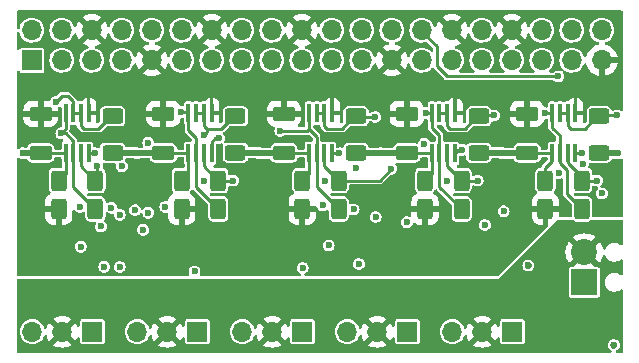
<source format=gbr>
G04 #@! TF.GenerationSoftware,KiCad,Pcbnew,8.0.8-8.0.8-0~ubuntu20.04.1*
G04 #@! TF.CreationDate,2025-01-21T23:34:15+05:30*
G04 #@! TF.ProjectId,hds_rpi,6864735f-7270-4692-9e6b-696361645f70,rev?*
G04 #@! TF.SameCoordinates,Original*
G04 #@! TF.FileFunction,Copper,L4,Bot*
G04 #@! TF.FilePolarity,Positive*
%FSLAX46Y46*%
G04 Gerber Fmt 4.6, Leading zero omitted, Abs format (unit mm)*
G04 Created by KiCad (PCBNEW 8.0.8-8.0.8-0~ubuntu20.04.1) date 2025-01-21 23:34:15*
%MOMM*%
%LPD*%
G01*
G04 APERTURE LIST*
G04 Aperture macros list*
%AMRoundRect*
0 Rectangle with rounded corners*
0 $1 Rounding radius*
0 $2 $3 $4 $5 $6 $7 $8 $9 X,Y pos of 4 corners*
0 Add a 4 corners polygon primitive as box body*
4,1,4,$2,$3,$4,$5,$6,$7,$8,$9,$2,$3,0*
0 Add four circle primitives for the rounded corners*
1,1,$1+$1,$2,$3*
1,1,$1+$1,$4,$5*
1,1,$1+$1,$6,$7*
1,1,$1+$1,$8,$9*
0 Add four rect primitives between the rounded corners*
20,1,$1+$1,$2,$3,$4,$5,0*
20,1,$1+$1,$4,$5,$6,$7,0*
20,1,$1+$1,$6,$7,$8,$9,0*
20,1,$1+$1,$8,$9,$2,$3,0*%
G04 Aperture macros list end*
G04 #@! TA.AperFunction,ComponentPad*
%ADD10R,1.700000X1.700000*%
G04 #@! TD*
G04 #@! TA.AperFunction,ComponentPad*
%ADD11O,1.700000X1.700000*%
G04 #@! TD*
G04 #@! TA.AperFunction,ComponentPad*
%ADD12R,2.200000X2.200000*%
G04 #@! TD*
G04 #@! TA.AperFunction,ComponentPad*
%ADD13C,2.200000*%
G04 #@! TD*
G04 #@! TA.AperFunction,SMDPad,CuDef*
%ADD14RoundRect,0.250000X-0.400000X-0.625000X0.400000X-0.625000X0.400000X0.625000X-0.400000X0.625000X0*%
G04 #@! TD*
G04 #@! TA.AperFunction,SMDPad,CuDef*
%ADD15RoundRect,0.250000X0.700000X-0.362500X0.700000X0.362500X-0.700000X0.362500X-0.700000X-0.362500X0*%
G04 #@! TD*
G04 #@! TA.AperFunction,SMDPad,CuDef*
%ADD16RoundRect,0.250000X0.625000X-0.400000X0.625000X0.400000X-0.625000X0.400000X-0.625000X-0.400000X0*%
G04 #@! TD*
G04 #@! TA.AperFunction,SMDPad,CuDef*
%ADD17R,0.300000X1.600000*%
G04 #@! TD*
G04 #@! TA.AperFunction,ViaPad*
%ADD18C,0.600000*%
G04 #@! TD*
G04 #@! TA.AperFunction,Conductor*
%ADD19C,0.250000*%
G04 #@! TD*
G04 #@! TA.AperFunction,Conductor*
%ADD20C,0.500000*%
G04 #@! TD*
G04 APERTURE END LIST*
D10*
X97070000Y-78000000D03*
D11*
X94530000Y-78000000D03*
X91990000Y-78000000D03*
D10*
X88180000Y-78000000D03*
D11*
X85640000Y-78000000D03*
X83100000Y-78000000D03*
D12*
X129844800Y-73812400D03*
D13*
X129844800Y-71272400D03*
D10*
X105960000Y-78000000D03*
D11*
X103420000Y-78000000D03*
X100880000Y-78000000D03*
D10*
X114850000Y-78000000D03*
D11*
X112310000Y-78000000D03*
X109770000Y-78000000D03*
D10*
X123740000Y-78000000D03*
D11*
X121200000Y-78000000D03*
X118660000Y-78000000D03*
D14*
X85350000Y-65200000D03*
X88450000Y-65200000D03*
X105950000Y-65200000D03*
X109050000Y-65200000D03*
X126550000Y-65200000D03*
X129650000Y-65200000D03*
D15*
X125000000Y-62862500D03*
X125000000Y-59537500D03*
D14*
X126550000Y-67600000D03*
X129650000Y-67600000D03*
X95750000Y-65200000D03*
X98850000Y-65200000D03*
D15*
X94200000Y-62862500D03*
X94200000Y-59537500D03*
D16*
X131100000Y-62850000D03*
X131100000Y-59750000D03*
D14*
X105950000Y-67600000D03*
X109050000Y-67600000D03*
X95750000Y-67600000D03*
X98850000Y-67600000D03*
D17*
X106525000Y-59500000D03*
X107175000Y-59500000D03*
X107825000Y-59500000D03*
X108475000Y-59500000D03*
X108475000Y-62900000D03*
X107825000Y-62900000D03*
X107175000Y-62900000D03*
X106525000Y-62900000D03*
X85925000Y-59500000D03*
X86575000Y-59500000D03*
X87225000Y-59500000D03*
X87875000Y-59500000D03*
X87875000Y-62900000D03*
X87225000Y-62900000D03*
X86575000Y-62900000D03*
X85925000Y-62900000D03*
D15*
X104400000Y-62862500D03*
X104400000Y-59537500D03*
D17*
X127125000Y-59500000D03*
X127775000Y-59500000D03*
X128425000Y-59500000D03*
X129075000Y-59500000D03*
X129075000Y-62900000D03*
X128425000Y-62900000D03*
X127775000Y-62900000D03*
X127125000Y-62900000D03*
D16*
X89900000Y-62850000D03*
X89900000Y-59750000D03*
D15*
X114800000Y-62862500D03*
X114800000Y-59537500D03*
X83800000Y-62862500D03*
X83800000Y-59537500D03*
D10*
X83058000Y-55016400D03*
D11*
X83058000Y-52476400D03*
X85598000Y-55016400D03*
X85598000Y-52476400D03*
X88138000Y-55016400D03*
X88138000Y-52476400D03*
X90678000Y-55016400D03*
X90678000Y-52476400D03*
X93218000Y-55016400D03*
X93218000Y-52476400D03*
X95758000Y-55016400D03*
X95758000Y-52476400D03*
X98298000Y-55016400D03*
X98298000Y-52476400D03*
X100838000Y-55016400D03*
X100838000Y-52476400D03*
X103378000Y-55016400D03*
X103378000Y-52476400D03*
X105918000Y-55016400D03*
X105918000Y-52476400D03*
X108458000Y-55016400D03*
X108458000Y-52476400D03*
X110998000Y-55016400D03*
X110998000Y-52476400D03*
X113538000Y-55016400D03*
X113538000Y-52476400D03*
X116078000Y-55016400D03*
X116078000Y-52476400D03*
X118618000Y-55016400D03*
X118618000Y-52476400D03*
X121158000Y-55016400D03*
X121158000Y-52476400D03*
X123698000Y-55016400D03*
X123698000Y-52476400D03*
X126238000Y-55016400D03*
X126238000Y-52476400D03*
X128778000Y-55016400D03*
X128778000Y-52476400D03*
X131318000Y-55016400D03*
X131318000Y-52476400D03*
D16*
X100300000Y-62850000D03*
X100300000Y-59750000D03*
D14*
X116350000Y-67600000D03*
X119450000Y-67600000D03*
D16*
X120900000Y-62850000D03*
X120900000Y-59750000D03*
D17*
X116925000Y-59500000D03*
X117575000Y-59500000D03*
X118225000Y-59500000D03*
X118875000Y-59500000D03*
X118875000Y-62900000D03*
X118225000Y-62900000D03*
X117575000Y-62900000D03*
X116925000Y-62900000D03*
X96325000Y-59500000D03*
X96975000Y-59500000D03*
X97625000Y-59500000D03*
X98275000Y-59500000D03*
X98275000Y-62900000D03*
X97625000Y-62900000D03*
X96975000Y-62900000D03*
X96325000Y-62900000D03*
D16*
X110500000Y-62850000D03*
X110500000Y-59750000D03*
D14*
X116350000Y-65200000D03*
X119450000Y-65200000D03*
X85350000Y-67600000D03*
X88450000Y-67600000D03*
D18*
X104775000Y-56388000D03*
X124841000Y-65659000D03*
X97409000Y-57785000D03*
X82550000Y-65405000D03*
X83693000Y-72644000D03*
X104267000Y-69596000D03*
X86487000Y-69723000D03*
X101854000Y-71374000D03*
X82550000Y-70231000D03*
X132588000Y-53467000D03*
X107188000Y-70231000D03*
X117983000Y-71628000D03*
X132334000Y-79121000D03*
X99695000Y-69469000D03*
X128270000Y-67691000D03*
X125095000Y-72390000D03*
X113411000Y-72771000D03*
X102235000Y-60960000D03*
X130048000Y-51308000D03*
X124587000Y-69850000D03*
X120650000Y-66548000D03*
X132588000Y-56642000D03*
X107061000Y-72771000D03*
X114808000Y-51308000D03*
X132461000Y-67564000D03*
X85979000Y-56896000D03*
X109728000Y-51308000D03*
X87757000Y-72644000D03*
X96901000Y-71374000D03*
X99568000Y-56134000D03*
X122301000Y-72644000D03*
X101981000Y-58039000D03*
X112141000Y-56515000D03*
X115570000Y-72771000D03*
X122900000Y-62900000D03*
X108200000Y-70700000D03*
X132700000Y-62900000D03*
X102300000Y-62900000D03*
X87200000Y-70800000D03*
X112600000Y-62900000D03*
X92000000Y-62900000D03*
X82300000Y-62900000D03*
X87122000Y-67437000D03*
X107696000Y-67310000D03*
X127635000Y-56388000D03*
X118237000Y-65278000D03*
X127700000Y-64560588D03*
X97663000Y-65278000D03*
X89800000Y-67500000D03*
X89200000Y-72500000D03*
X90500000Y-68100000D03*
X96834310Y-72898000D03*
X90500000Y-72517000D03*
X106000000Y-72600000D03*
X91800000Y-67700000D03*
X92921702Y-67921702D03*
X114808000Y-68725000D03*
X123000000Y-67800000D03*
X110300000Y-67651000D03*
X85090000Y-58547000D03*
X88900000Y-69088000D03*
X88600000Y-64000000D03*
X92926861Y-62010518D03*
X85558000Y-61200000D03*
X90678837Y-63984094D03*
X119500000Y-62600000D03*
X100100000Y-65200000D03*
X107900000Y-65200000D03*
X116274998Y-62100000D03*
X109100000Y-62900000D03*
X116400000Y-59500000D03*
X120800000Y-65200000D03*
X130900000Y-65200000D03*
X126500000Y-59500000D03*
X88400000Y-62900000D03*
X95700000Y-59400000D03*
X98900000Y-61600000D03*
X110500000Y-64100000D03*
X104100000Y-61000000D03*
X129709124Y-63825001D03*
X113500000Y-64200000D03*
X129600000Y-62900000D03*
X112141000Y-59817000D03*
X94361000Y-67437000D03*
X112161771Y-68286000D03*
X92475000Y-69372702D03*
X122174000Y-59690000D03*
X121412000Y-68961000D03*
X97663000Y-61341000D03*
X131318000Y-66294000D03*
X110744000Y-72263000D03*
X132588000Y-59690000D03*
D19*
X127125000Y-62900000D02*
X125037500Y-62900000D01*
X85925000Y-62900000D02*
X85925000Y-64625000D01*
D20*
X120900000Y-62850000D02*
X122850000Y-62850000D01*
X132700000Y-62900000D02*
X131150000Y-62900000D01*
D19*
X126550000Y-64125000D02*
X126550000Y-65200000D01*
D20*
X112600000Y-62900000D02*
X114762500Y-62900000D01*
D19*
X85925000Y-62900000D02*
X83837500Y-62900000D01*
D20*
X100300000Y-62850000D02*
X102250000Y-62850000D01*
X122900000Y-62900000D02*
X124962500Y-62900000D01*
X131150000Y-62900000D02*
X131100000Y-62850000D01*
D19*
X106525000Y-62900000D02*
X104437500Y-62900000D01*
X116925000Y-62900000D02*
X114837500Y-62900000D01*
X85925000Y-64625000D02*
X85350000Y-65200000D01*
D20*
X102300000Y-62900000D02*
X104362500Y-62900000D01*
X102250000Y-62850000D02*
X102300000Y-62900000D01*
D19*
X127125000Y-62900000D02*
X127125000Y-63550000D01*
D20*
X89900000Y-62850000D02*
X91950000Y-62850000D01*
D19*
X114837500Y-62900000D02*
X114800000Y-62862500D01*
X116925000Y-64625000D02*
X116350000Y-65200000D01*
X83837500Y-62900000D02*
X83800000Y-62862500D01*
X125037500Y-62900000D02*
X125000000Y-62862500D01*
X96325000Y-62900000D02*
X94237500Y-62900000D01*
D20*
X124962500Y-62900000D02*
X125000000Y-62862500D01*
D19*
X127125000Y-63550000D02*
X126550000Y-64125000D01*
D20*
X114762500Y-62900000D02*
X114800000Y-62862500D01*
D19*
X116925000Y-62900000D02*
X116925000Y-64625000D01*
D20*
X83800000Y-62862500D02*
X82337500Y-62862500D01*
D19*
X94237500Y-62900000D02*
X94200000Y-62862500D01*
D20*
X91950000Y-62850000D02*
X92000000Y-62900000D01*
X122850000Y-62850000D02*
X122900000Y-62900000D01*
X110550000Y-62900000D02*
X110500000Y-62850000D01*
D19*
X106525000Y-62900000D02*
X106525000Y-64625000D01*
X106525000Y-64625000D02*
X105950000Y-65200000D01*
D20*
X82337500Y-62862500D02*
X82300000Y-62900000D01*
D19*
X96325000Y-64625000D02*
X95750000Y-65200000D01*
D20*
X91950000Y-62850000D02*
X91962500Y-62862500D01*
X91962500Y-62862500D02*
X94200000Y-62862500D01*
X112600000Y-62900000D02*
X110550000Y-62900000D01*
X104362500Y-62900000D02*
X104400000Y-62862500D01*
D19*
X104437500Y-62900000D02*
X104400000Y-62862500D01*
X102337500Y-62862500D02*
X102300000Y-62900000D01*
X96325000Y-62900000D02*
X96325000Y-64625000D01*
X117348000Y-55509701D02*
X117348000Y-53848000D01*
X118226299Y-56388000D02*
X117348000Y-55509701D01*
X117348000Y-53848000D02*
X116083000Y-52583000D01*
X127635000Y-56388000D02*
X118226299Y-56388000D01*
X85090000Y-58547000D02*
X85598000Y-58039000D01*
X86575000Y-59500000D02*
X87225000Y-59500000D01*
X89900000Y-59750000D02*
X89750000Y-59750000D01*
X88700000Y-60800000D02*
X87475000Y-60800000D01*
X86106000Y-58039000D02*
X86575000Y-58508000D01*
X86575000Y-58508000D02*
X86575000Y-59500000D01*
X87225000Y-60550000D02*
X87225000Y-59500000D01*
X89750000Y-59750000D02*
X88700000Y-60800000D01*
X87475000Y-60800000D02*
X87225000Y-60550000D01*
X85598000Y-58039000D02*
X86106000Y-58039000D01*
X88600000Y-64000000D02*
X88600000Y-65050000D01*
X87225000Y-62900000D02*
X87225000Y-63975000D01*
X88600000Y-65050000D02*
X88450000Y-65200000D01*
X87225000Y-63975000D02*
X88450000Y-65200000D01*
X85925000Y-60833000D02*
X85558000Y-61200000D01*
X86575000Y-61850000D02*
X85925000Y-61200000D01*
X86575000Y-65725000D02*
X88450000Y-67600000D01*
X85925000Y-59500000D02*
X85925000Y-60833000D01*
X86575000Y-62900000D02*
X86575000Y-61850000D01*
X85925000Y-61200000D02*
X85558000Y-61200000D01*
X86575000Y-62900000D02*
X86575000Y-65725000D01*
X119500000Y-62600000D02*
X119175000Y-62600000D01*
X119175000Y-62600000D02*
X118875000Y-62900000D01*
X97625000Y-62900000D02*
X97625000Y-63975000D01*
X97625000Y-63975000D02*
X98850000Y-65200000D01*
X100100000Y-65200000D02*
X98850000Y-65200000D01*
X109100000Y-62900000D02*
X108475000Y-62900000D01*
X117575000Y-61375000D02*
X117575000Y-62900000D01*
X116925000Y-60725000D02*
X117575000Y-61375000D01*
X117575000Y-62900000D02*
X117575000Y-65725000D01*
X116400000Y-59500000D02*
X116925000Y-59500000D01*
X117575000Y-65725000D02*
X119450000Y-67600000D01*
X116925000Y-59500000D02*
X116925000Y-60725000D01*
X120800000Y-65200000D02*
X119450000Y-65200000D01*
X118225000Y-63975000D02*
X119450000Y-65200000D01*
X118225000Y-62900000D02*
X118225000Y-63975000D01*
X130900000Y-65200000D02*
X129650000Y-65200000D01*
X128425000Y-62900000D02*
X128425000Y-63694597D01*
X129650000Y-64919597D02*
X129650000Y-65200000D01*
X128425000Y-63694597D02*
X129650000Y-64919597D01*
X127125000Y-59500000D02*
X127125000Y-60712500D01*
X127775000Y-63680993D02*
X128375000Y-64280993D01*
X127775000Y-62900000D02*
X127775000Y-63680993D01*
X128375000Y-64280993D02*
X128375000Y-66325000D01*
X126500000Y-59500000D02*
X127125000Y-59500000D01*
X128375000Y-66325000D02*
X129650000Y-67600000D01*
X127125000Y-60712500D02*
X127775000Y-61362500D01*
X127775000Y-61362500D02*
X127775000Y-62900000D01*
X88400000Y-62900000D02*
X87875000Y-62900000D01*
X96325000Y-59500000D02*
X96325000Y-60925000D01*
X96325000Y-60925000D02*
X96975000Y-61575000D01*
X96975000Y-61575000D02*
X96975000Y-62900000D01*
X96975000Y-65725000D02*
X98850000Y-67600000D01*
X95700000Y-59400000D02*
X96225000Y-59400000D01*
X96225000Y-59400000D02*
X96325000Y-59500000D01*
X96975000Y-62900000D02*
X96975000Y-65725000D01*
X98900000Y-61600000D02*
X98600000Y-61600000D01*
X98275000Y-61925000D02*
X98275000Y-62900000D01*
X98600000Y-61600000D02*
X98275000Y-61925000D01*
X106525000Y-59500000D02*
X106525000Y-60825000D01*
X106525000Y-60825000D02*
X107175000Y-61475000D01*
X107175000Y-65725000D02*
X109050000Y-67600000D01*
X107175000Y-61475000D02*
X107175000Y-62900000D01*
X106350000Y-61000000D02*
X106525000Y-60825000D01*
X107175000Y-62900000D02*
X107175000Y-65725000D01*
X104100000Y-61000000D02*
X106350000Y-61000000D01*
X109050000Y-65200000D02*
X112500000Y-65200000D01*
X107825000Y-62900000D02*
X107825000Y-63975000D01*
X107825000Y-63975000D02*
X109050000Y-65200000D01*
X112500000Y-65200000D02*
X113500000Y-64200000D01*
X129600000Y-62900000D02*
X129075000Y-62900000D01*
X110500000Y-59750000D02*
X110350000Y-59750000D01*
X112141000Y-59817000D02*
X110567000Y-59817000D01*
X110350000Y-59750000D02*
X109300000Y-60800000D01*
X108075000Y-60800000D02*
X107825000Y-60550000D01*
X107825000Y-60550000D02*
X107825000Y-59500000D01*
X109300000Y-60800000D02*
X108075000Y-60800000D01*
X110567000Y-59817000D02*
X110500000Y-59750000D01*
X107175000Y-59500000D02*
X107825000Y-59500000D01*
X120900000Y-59750000D02*
X120750000Y-59750000D01*
X118225000Y-60550000D02*
X118225000Y-59500000D01*
X120750000Y-59750000D02*
X119700000Y-60800000D01*
X118475000Y-60800000D02*
X118225000Y-60550000D01*
X122174000Y-59690000D02*
X120960000Y-59690000D01*
X120960000Y-59690000D02*
X120900000Y-59750000D01*
X119700000Y-60800000D02*
X118475000Y-60800000D01*
X117575000Y-59500000D02*
X118225000Y-59500000D01*
X100300000Y-59750000D02*
X100150000Y-59750000D01*
X100150000Y-59750000D02*
X99100000Y-60800000D01*
X97625000Y-60550000D02*
X97625000Y-59500000D01*
X99100000Y-60800000D02*
X97875000Y-60800000D01*
X97875000Y-60800000D02*
X97625000Y-60550000D01*
X97875000Y-60800000D02*
X97875000Y-61129000D01*
X96975000Y-59500000D02*
X97625000Y-59500000D01*
X97875000Y-61129000D02*
X97663000Y-61341000D01*
X131100000Y-59750000D02*
X130950000Y-59750000D01*
X129900000Y-60800000D02*
X128675000Y-60800000D01*
X127775000Y-59500000D02*
X128425000Y-59500000D01*
X131160000Y-59690000D02*
X131100000Y-59750000D01*
X132588000Y-59690000D02*
X131160000Y-59690000D01*
X128675000Y-60800000D02*
X128425000Y-60550000D01*
X128425000Y-60550000D02*
X128425000Y-59500000D01*
X130950000Y-59750000D02*
X129900000Y-60800000D01*
G04 #@! TA.AperFunction,Conductor*
G36*
X132393519Y-78831021D02*
G01*
X132440701Y-78844874D01*
X132472794Y-78859531D01*
X132514175Y-78886124D01*
X132540843Y-78909233D01*
X132573046Y-78946396D01*
X132592128Y-78976089D01*
X132612554Y-79020816D01*
X132622498Y-79054680D01*
X132629496Y-79103352D01*
X132629496Y-79138646D01*
X132622498Y-79187318D01*
X132612554Y-79221182D01*
X132592128Y-79265909D01*
X132573048Y-79295600D01*
X132540845Y-79332765D01*
X132514173Y-79355876D01*
X132460601Y-79390306D01*
X132460596Y-79390309D01*
X132460583Y-79390318D01*
X132437123Y-79407880D01*
X132437118Y-79407885D01*
X132413602Y-79428261D01*
X132350045Y-79457284D01*
X132280887Y-79447339D01*
X132251199Y-79428259D01*
X132207398Y-79390305D01*
X132153825Y-79355876D01*
X132127152Y-79332763D01*
X132094953Y-79295603D01*
X132075873Y-79265915D01*
X132068239Y-79249198D01*
X132055443Y-79221179D01*
X132045501Y-79187318D01*
X132038503Y-79138644D01*
X132038503Y-79103355D01*
X132043862Y-79066077D01*
X132045501Y-79054678D01*
X132055441Y-79020822D01*
X132075873Y-78976081D01*
X132094952Y-78946396D01*
X132127156Y-78909230D01*
X132153827Y-78886121D01*
X132195198Y-78859533D01*
X132227295Y-78844875D01*
X132274478Y-78831021D01*
X132309408Y-78826000D01*
X132358591Y-78826000D01*
X132393519Y-78831021D01*
G37*
G04 #@! TD.AperFunction*
G04 #@! TA.AperFunction,Conductor*
G36*
X99248851Y-62076251D02*
G01*
X99286628Y-62135028D01*
X99286630Y-62204897D01*
X99275103Y-62228134D01*
X99276551Y-62228899D01*
X99272206Y-62237119D01*
X99227353Y-62365298D01*
X99227353Y-62365300D01*
X99224500Y-62395730D01*
X99224500Y-63304269D01*
X99227353Y-63334699D01*
X99227353Y-63334701D01*
X99272206Y-63462880D01*
X99272207Y-63462882D01*
X99352850Y-63572150D01*
X99462118Y-63652793D01*
X99493872Y-63663904D01*
X99590299Y-63697646D01*
X99620730Y-63700500D01*
X99620734Y-63700500D01*
X100979270Y-63700500D01*
X101009699Y-63697646D01*
X101009701Y-63697646D01*
X101081148Y-63672645D01*
X101137882Y-63652793D01*
X101247150Y-63572150D01*
X101327793Y-63462882D01*
X101345874Y-63411208D01*
X101355555Y-63383544D01*
X101396277Y-63326769D01*
X101461230Y-63301022D01*
X101472596Y-63300500D01*
X101961026Y-63300500D01*
X102028064Y-63320184D01*
X102071050Y-63347809D01*
X102089945Y-63359952D01*
X102089949Y-63359954D01*
X102228036Y-63400499D01*
X102228038Y-63400500D01*
X102228039Y-63400500D01*
X102371962Y-63400500D01*
X102371962Y-63400499D01*
X102424797Y-63384985D01*
X102518563Y-63357455D01*
X102518995Y-63358926D01*
X102557727Y-63350500D01*
X103178648Y-63350500D01*
X103245687Y-63370185D01*
X103291442Y-63422989D01*
X103295690Y-63433548D01*
X103297205Y-63437878D01*
X103297206Y-63437881D01*
X103297207Y-63437882D01*
X103377850Y-63547150D01*
X103487118Y-63627793D01*
X103529845Y-63642744D01*
X103615299Y-63672646D01*
X103645730Y-63675500D01*
X103645734Y-63675500D01*
X105154270Y-63675500D01*
X105184699Y-63672646D01*
X105184701Y-63672646D01*
X105248790Y-63650219D01*
X105312882Y-63627793D01*
X105422150Y-63547150D01*
X105502793Y-63437882D01*
X105530061Y-63359954D01*
X105548051Y-63308544D01*
X105588773Y-63251769D01*
X105653726Y-63226022D01*
X105665092Y-63225500D01*
X106050500Y-63225500D01*
X106117539Y-63245185D01*
X106163294Y-63297989D01*
X106174500Y-63349500D01*
X106174500Y-63719752D01*
X106186130Y-63778223D01*
X106190059Y-63787706D01*
X106199500Y-63835165D01*
X106199500Y-64000500D01*
X106179815Y-64067539D01*
X106127011Y-64113294D01*
X106075500Y-64124500D01*
X105495730Y-64124500D01*
X105465300Y-64127353D01*
X105465298Y-64127353D01*
X105337119Y-64172206D01*
X105337117Y-64172207D01*
X105227850Y-64252850D01*
X105147207Y-64362117D01*
X105147206Y-64362119D01*
X105102353Y-64490298D01*
X105102353Y-64490300D01*
X105099500Y-64520730D01*
X105099500Y-65879269D01*
X105102353Y-65909699D01*
X105102353Y-65909701D01*
X105147206Y-66037880D01*
X105147207Y-66037882D01*
X105221548Y-66138612D01*
X105245519Y-66204239D01*
X105230204Y-66272410D01*
X105186875Y-66317782D01*
X105081659Y-66382680D01*
X105081655Y-66382683D01*
X104957684Y-66506654D01*
X104865643Y-66655875D01*
X104865641Y-66655880D01*
X104810494Y-66822302D01*
X104810493Y-66822309D01*
X104800000Y-66925013D01*
X104800000Y-67350000D01*
X107088657Y-67350000D01*
X107155696Y-67369685D01*
X107201451Y-67422489D01*
X107207797Y-67444101D01*
X107208335Y-67443944D01*
X107210834Y-67452455D01*
X107250615Y-67539561D01*
X107270623Y-67583373D01*
X107364872Y-67692143D01*
X107485947Y-67769953D01*
X107485950Y-67769954D01*
X107485949Y-67769954D01*
X107565995Y-67793457D01*
X107617074Y-67808455D01*
X107624036Y-67810499D01*
X107624038Y-67810500D01*
X107624039Y-67810500D01*
X107767962Y-67810500D01*
X107767962Y-67810499D01*
X107875121Y-67779035D01*
X107906050Y-67769954D01*
X107906050Y-67769953D01*
X107906053Y-67769953D01*
X108008460Y-67704139D01*
X108075500Y-67684455D01*
X108142539Y-67704140D01*
X108188294Y-67756943D01*
X108199500Y-67808455D01*
X108199500Y-68279269D01*
X108202353Y-68309699D01*
X108202353Y-68309701D01*
X108243909Y-68428457D01*
X108247207Y-68437882D01*
X108327850Y-68547150D01*
X108437118Y-68627793D01*
X108479845Y-68642744D01*
X108565299Y-68672646D01*
X108595730Y-68675500D01*
X108595734Y-68675500D01*
X109504270Y-68675500D01*
X109534699Y-68672646D01*
X109534701Y-68672646D01*
X109605699Y-68647802D01*
X109662882Y-68627793D01*
X109772150Y-68547150D01*
X109852793Y-68437882D01*
X109893260Y-68322234D01*
X109897646Y-68309701D01*
X109897646Y-68309699D01*
X109899869Y-68286000D01*
X111656124Y-68286000D01*
X111676605Y-68428456D01*
X111709756Y-68501045D01*
X111736394Y-68559373D01*
X111830643Y-68668143D01*
X111951718Y-68745953D01*
X111951721Y-68745954D01*
X111951720Y-68745954D01*
X112089807Y-68786499D01*
X112089809Y-68786500D01*
X112089810Y-68786500D01*
X112233733Y-68786500D01*
X112233733Y-68786499D01*
X112371824Y-68745953D01*
X112404428Y-68725000D01*
X114302353Y-68725000D01*
X114322834Y-68867456D01*
X114343518Y-68912747D01*
X114382623Y-68998373D01*
X114476872Y-69107143D01*
X114597947Y-69184953D01*
X114597950Y-69184954D01*
X114597949Y-69184954D01*
X114736036Y-69225499D01*
X114736038Y-69225500D01*
X114736039Y-69225500D01*
X114879962Y-69225500D01*
X114879962Y-69225499D01*
X115018053Y-69184953D01*
X115139128Y-69107143D01*
X115233377Y-68998373D01*
X115293165Y-68867457D01*
X115293165Y-68867455D01*
X115294314Y-68864940D01*
X115340068Y-68812136D01*
X115407108Y-68792451D01*
X115474147Y-68812135D01*
X115479794Y-68816168D01*
X115630875Y-68909356D01*
X115630880Y-68909358D01*
X115797302Y-68964505D01*
X115797309Y-68964506D01*
X115900019Y-68974999D01*
X116099999Y-68974999D01*
X116600000Y-68974999D01*
X116799972Y-68974999D01*
X116799986Y-68974998D01*
X116902697Y-68964505D01*
X116913274Y-68961000D01*
X120906353Y-68961000D01*
X120926834Y-69103456D01*
X120928518Y-69107143D01*
X120986623Y-69234373D01*
X121080872Y-69343143D01*
X121201947Y-69420953D01*
X121201950Y-69420954D01*
X121201949Y-69420954D01*
X121340036Y-69461499D01*
X121340038Y-69461500D01*
X121340039Y-69461500D01*
X121483962Y-69461500D01*
X121483962Y-69461499D01*
X121622053Y-69420953D01*
X121743128Y-69343143D01*
X121837377Y-69234373D01*
X121897165Y-69103457D01*
X121917647Y-68961000D01*
X121897165Y-68818543D01*
X121837377Y-68687627D01*
X121743128Y-68578857D01*
X121622053Y-68501047D01*
X121622051Y-68501046D01*
X121622049Y-68501045D01*
X121622050Y-68501045D01*
X121483963Y-68460500D01*
X121483961Y-68460500D01*
X121340039Y-68460500D01*
X121340036Y-68460500D01*
X121201949Y-68501045D01*
X121080873Y-68578856D01*
X120986623Y-68687626D01*
X120986622Y-68687628D01*
X120926834Y-68818543D01*
X120906353Y-68961000D01*
X116913274Y-68961000D01*
X117069119Y-68909358D01*
X117069124Y-68909356D01*
X117218345Y-68817315D01*
X117342315Y-68693345D01*
X117434356Y-68544124D01*
X117434358Y-68544119D01*
X117489505Y-68377697D01*
X117489506Y-68377690D01*
X117499999Y-68274986D01*
X117500000Y-68274973D01*
X117500000Y-67850000D01*
X116600000Y-67850000D01*
X116600000Y-68974999D01*
X116099999Y-68974999D01*
X116100000Y-68974998D01*
X116100000Y-67850000D01*
X115200001Y-67850000D01*
X115200001Y-68155192D01*
X115180316Y-68222231D01*
X115127512Y-68267986D01*
X115058354Y-68277930D01*
X115024488Y-68267986D01*
X115018047Y-68265044D01*
X114879963Y-68224500D01*
X114879961Y-68224500D01*
X114736039Y-68224500D01*
X114736036Y-68224500D01*
X114597949Y-68265045D01*
X114476873Y-68342856D01*
X114382623Y-68451626D01*
X114382622Y-68451628D01*
X114322834Y-68582543D01*
X114302353Y-68725000D01*
X112404428Y-68725000D01*
X112492899Y-68668143D01*
X112587148Y-68559373D01*
X112646936Y-68428457D01*
X112667418Y-68286000D01*
X112646936Y-68143543D01*
X112587148Y-68012627D01*
X112492899Y-67903857D01*
X112371824Y-67826047D01*
X112371822Y-67826046D01*
X112371820Y-67826045D01*
X112371821Y-67826045D01*
X112233734Y-67785500D01*
X112233732Y-67785500D01*
X112089810Y-67785500D01*
X112089807Y-67785500D01*
X111951720Y-67826045D01*
X111830644Y-67903856D01*
X111736394Y-68012626D01*
X111736393Y-68012628D01*
X111676605Y-68143543D01*
X111656124Y-68286000D01*
X109899869Y-68286000D01*
X109900500Y-68279269D01*
X109900500Y-68216291D01*
X109920185Y-68149252D01*
X109972989Y-68103497D01*
X110042147Y-68093553D01*
X110081450Y-68108215D01*
X110081882Y-68107270D01*
X110089949Y-68110954D01*
X110228036Y-68151499D01*
X110228038Y-68151500D01*
X110228039Y-68151500D01*
X110371962Y-68151500D01*
X110371962Y-68151499D01*
X110510053Y-68110953D01*
X110631128Y-68033143D01*
X110725377Y-67924373D01*
X110785165Y-67793457D01*
X110805647Y-67651000D01*
X110785165Y-67508543D01*
X110725377Y-67377627D01*
X110631128Y-67268857D01*
X110510053Y-67191047D01*
X110510051Y-67191046D01*
X110510049Y-67191045D01*
X110510050Y-67191045D01*
X110371963Y-67150500D01*
X110371961Y-67150500D01*
X110228039Y-67150500D01*
X110228036Y-67150500D01*
X110089949Y-67191045D01*
X110081882Y-67194730D01*
X110081128Y-67193081D01*
X110024498Y-67209708D01*
X109957459Y-67190022D01*
X109911705Y-67137218D01*
X109900500Y-67085708D01*
X109900500Y-66920730D01*
X109897646Y-66890300D01*
X109897646Y-66890298D01*
X109852793Y-66762119D01*
X109852792Y-66762117D01*
X109772150Y-66652850D01*
X109662882Y-66572207D01*
X109662880Y-66572206D01*
X109534700Y-66527353D01*
X109504270Y-66524500D01*
X109504266Y-66524500D01*
X108595734Y-66524500D01*
X108595730Y-66524500D01*
X108565305Y-66527353D01*
X108565299Y-66527354D01*
X108544299Y-66534702D01*
X108474520Y-66538261D01*
X108415667Y-66505340D01*
X108361336Y-66451009D01*
X108327851Y-66389686D01*
X108332835Y-66319994D01*
X108374707Y-66264061D01*
X108440171Y-66239644D01*
X108489969Y-66246286D01*
X108565301Y-66272646D01*
X108565300Y-66272646D01*
X108595730Y-66275500D01*
X108595734Y-66275500D01*
X109504270Y-66275500D01*
X109534699Y-66272646D01*
X109534701Y-66272646D01*
X109610029Y-66246287D01*
X109662882Y-66227793D01*
X109772150Y-66147150D01*
X109852793Y-66037882D01*
X109883004Y-65951544D01*
X109897646Y-65909701D01*
X109897646Y-65909699D01*
X109900500Y-65879269D01*
X109900500Y-65649500D01*
X109920185Y-65582461D01*
X109972989Y-65536706D01*
X110024500Y-65525500D01*
X112542851Y-65525500D01*
X112542853Y-65525500D01*
X112625639Y-65503318D01*
X112699862Y-65460465D01*
X113423507Y-64736818D01*
X113484830Y-64703334D01*
X113511188Y-64700500D01*
X113571962Y-64700500D01*
X113571962Y-64700499D01*
X113710053Y-64659953D01*
X113831128Y-64582143D01*
X113925377Y-64473373D01*
X113985165Y-64342457D01*
X114005647Y-64200000D01*
X113985165Y-64057543D01*
X113925377Y-63926627D01*
X113875533Y-63869104D01*
X113846510Y-63805552D01*
X113856453Y-63736393D01*
X113902208Y-63683589D01*
X113969247Y-63663904D01*
X114010203Y-63670863D01*
X114015298Y-63672645D01*
X114015300Y-63672646D01*
X114045730Y-63675500D01*
X114045734Y-63675500D01*
X115554270Y-63675500D01*
X115584699Y-63672646D01*
X115584701Y-63672646D01*
X115648790Y-63650219D01*
X115712882Y-63627793D01*
X115822150Y-63547150D01*
X115902793Y-63437882D01*
X115930061Y-63359954D01*
X115948051Y-63308544D01*
X115988773Y-63251769D01*
X116053726Y-63226022D01*
X116065092Y-63225500D01*
X116450500Y-63225500D01*
X116517539Y-63245185D01*
X116563294Y-63297989D01*
X116574500Y-63349500D01*
X116574500Y-63719752D01*
X116586130Y-63778223D01*
X116590059Y-63787706D01*
X116599500Y-63835165D01*
X116599500Y-64000500D01*
X116579815Y-64067539D01*
X116527011Y-64113294D01*
X116475500Y-64124500D01*
X115895730Y-64124500D01*
X115865300Y-64127353D01*
X115865298Y-64127353D01*
X115737119Y-64172206D01*
X115737117Y-64172207D01*
X115627850Y-64252850D01*
X115547207Y-64362117D01*
X115547206Y-64362119D01*
X115502353Y-64490298D01*
X115502353Y-64490300D01*
X115499500Y-64520730D01*
X115499500Y-65879269D01*
X115502353Y-65909699D01*
X115502353Y-65909701D01*
X115547206Y-66037880D01*
X115547207Y-66037882D01*
X115621548Y-66138612D01*
X115645519Y-66204239D01*
X115630204Y-66272410D01*
X115586875Y-66317782D01*
X115481659Y-66382680D01*
X115481655Y-66382683D01*
X115357684Y-66506654D01*
X115265643Y-66655875D01*
X115265641Y-66655880D01*
X115210494Y-66822302D01*
X115210493Y-66822309D01*
X115200000Y-66925013D01*
X115200000Y-67350000D01*
X117499999Y-67350000D01*
X117499999Y-66925028D01*
X117499998Y-66925013D01*
X117489505Y-66822302D01*
X117434358Y-66655880D01*
X117434356Y-66655875D01*
X117342315Y-66506654D01*
X117218345Y-66382684D01*
X117113124Y-66317783D01*
X117066400Y-66265835D01*
X117055178Y-66196872D01*
X117078448Y-66138615D01*
X117152793Y-66037882D01*
X117158836Y-66020609D01*
X117199557Y-65963836D01*
X117264509Y-65938088D01*
X117333071Y-65951544D01*
X117363558Y-65973885D01*
X118563181Y-67173508D01*
X118596666Y-67234831D01*
X118599500Y-67261189D01*
X118599500Y-68279269D01*
X118602353Y-68309699D01*
X118602353Y-68309701D01*
X118643909Y-68428457D01*
X118647207Y-68437882D01*
X118727850Y-68547150D01*
X118837118Y-68627793D01*
X118879845Y-68642744D01*
X118965299Y-68672646D01*
X118995730Y-68675500D01*
X118995734Y-68675500D01*
X119904270Y-68675500D01*
X119934699Y-68672646D01*
X119934701Y-68672646D01*
X120005699Y-68647802D01*
X120062882Y-68627793D01*
X120172150Y-68547150D01*
X120252793Y-68437882D01*
X120293260Y-68322234D01*
X120297646Y-68309701D01*
X120297646Y-68309699D01*
X120300500Y-68279269D01*
X120300500Y-67800000D01*
X122494353Y-67800000D01*
X122514834Y-67942456D01*
X122570415Y-68064159D01*
X122574623Y-68073373D01*
X122668872Y-68182143D01*
X122789947Y-68259953D01*
X122789950Y-68259954D01*
X122789949Y-68259954D01*
X122869440Y-68283294D01*
X122921268Y-68298512D01*
X122928036Y-68300499D01*
X122928038Y-68300500D01*
X122928039Y-68300500D01*
X123071962Y-68300500D01*
X123071962Y-68300499D01*
X123158854Y-68274986D01*
X125400001Y-68274986D01*
X125410494Y-68377697D01*
X125465641Y-68544119D01*
X125465643Y-68544124D01*
X125557684Y-68693345D01*
X125681654Y-68817315D01*
X125830875Y-68909356D01*
X125830880Y-68909358D01*
X125997302Y-68964505D01*
X125997309Y-68964506D01*
X126100019Y-68974999D01*
X126299999Y-68974999D01*
X126300000Y-68974998D01*
X126300000Y-67850000D01*
X125400001Y-67850000D01*
X125400001Y-68274986D01*
X123158854Y-68274986D01*
X123192711Y-68265045D01*
X123210050Y-68259954D01*
X123210050Y-68259953D01*
X123210053Y-68259953D01*
X123331128Y-68182143D01*
X123425377Y-68073373D01*
X123485165Y-67942457D01*
X123505647Y-67800000D01*
X123485165Y-67657543D01*
X123425377Y-67526627D01*
X123331128Y-67417857D01*
X123210053Y-67340047D01*
X123210051Y-67340046D01*
X123210049Y-67340045D01*
X123210050Y-67340045D01*
X123071963Y-67299500D01*
X123071961Y-67299500D01*
X122928039Y-67299500D01*
X122928036Y-67299500D01*
X122789949Y-67340045D01*
X122668873Y-67417856D01*
X122574623Y-67526626D01*
X122574622Y-67526628D01*
X122514834Y-67657543D01*
X122494353Y-67800000D01*
X120300500Y-67800000D01*
X120300500Y-66920730D01*
X120297646Y-66890300D01*
X120297646Y-66890298D01*
X120252793Y-66762119D01*
X120252792Y-66762117D01*
X120172150Y-66652850D01*
X120062882Y-66572207D01*
X120062880Y-66572206D01*
X119934700Y-66527353D01*
X119904270Y-66524500D01*
X119904266Y-66524500D01*
X118995734Y-66524500D01*
X118995730Y-66524500D01*
X118965305Y-66527353D01*
X118965299Y-66527354D01*
X118944299Y-66534702D01*
X118874520Y-66538261D01*
X118815667Y-66505340D01*
X118761336Y-66451009D01*
X118727851Y-66389686D01*
X118732835Y-66319994D01*
X118774707Y-66264061D01*
X118840171Y-66239644D01*
X118889969Y-66246286D01*
X118965301Y-66272646D01*
X118965300Y-66272646D01*
X118995730Y-66275500D01*
X118995734Y-66275500D01*
X119904270Y-66275500D01*
X119934699Y-66272646D01*
X119934701Y-66272646D01*
X120010029Y-66246287D01*
X120062882Y-66227793D01*
X120172150Y-66147150D01*
X120252793Y-66037882D01*
X120283004Y-65951544D01*
X120297646Y-65909701D01*
X120297646Y-65909699D01*
X120300500Y-65879269D01*
X120300500Y-65701026D01*
X120320185Y-65633987D01*
X120372989Y-65588232D01*
X120442147Y-65578288D01*
X120491538Y-65596709D01*
X120589947Y-65659953D01*
X120589950Y-65659954D01*
X120589949Y-65659954D01*
X120728036Y-65700499D01*
X120728038Y-65700500D01*
X120728039Y-65700500D01*
X120871962Y-65700500D01*
X120871962Y-65700499D01*
X121010053Y-65659953D01*
X121131128Y-65582143D01*
X121225377Y-65473373D01*
X121285165Y-65342457D01*
X121305647Y-65200000D01*
X121285165Y-65057543D01*
X121225377Y-64926627D01*
X121131128Y-64817857D01*
X121010053Y-64740047D01*
X121010051Y-64740046D01*
X121010049Y-64740045D01*
X121010050Y-64740045D01*
X120871963Y-64699500D01*
X120871961Y-64699500D01*
X120728039Y-64699500D01*
X120728036Y-64699500D01*
X120589949Y-64740045D01*
X120491539Y-64803289D01*
X120424499Y-64822973D01*
X120357460Y-64803288D01*
X120311705Y-64750484D01*
X120300500Y-64698973D01*
X120300500Y-64520730D01*
X120297646Y-64490300D01*
X120297646Y-64490298D01*
X120256731Y-64373373D01*
X120252793Y-64362118D01*
X120172150Y-64252850D01*
X120062882Y-64172207D01*
X120062880Y-64172206D01*
X119934700Y-64127353D01*
X119904270Y-64124500D01*
X119904266Y-64124500D01*
X119157753Y-64124500D01*
X119090714Y-64104815D01*
X119044959Y-64052011D01*
X119035015Y-63982853D01*
X119064040Y-63919297D01*
X119094297Y-63897478D01*
X119093077Y-63895652D01*
X119169552Y-63844552D01*
X119200000Y-63798984D01*
X119213867Y-63778231D01*
X119213867Y-63778229D01*
X119213868Y-63778229D01*
X119222552Y-63734568D01*
X119225500Y-63719748D01*
X119225500Y-63206674D01*
X119245185Y-63139635D01*
X119297989Y-63093880D01*
X119367147Y-63083936D01*
X119384435Y-63087697D01*
X119428038Y-63100500D01*
X119428039Y-63100500D01*
X119571962Y-63100500D01*
X119571962Y-63100499D01*
X119615565Y-63087697D01*
X119665566Y-63073016D01*
X119735435Y-63073016D01*
X119794213Y-63110791D01*
X119823238Y-63174346D01*
X119824500Y-63191993D01*
X119824500Y-63304269D01*
X119827353Y-63334699D01*
X119827353Y-63334701D01*
X119872206Y-63462880D01*
X119872207Y-63462882D01*
X119952850Y-63572150D01*
X120062118Y-63652793D01*
X120093872Y-63663904D01*
X120190299Y-63697646D01*
X120220730Y-63700500D01*
X120220734Y-63700500D01*
X121579270Y-63700500D01*
X121609699Y-63697646D01*
X121609701Y-63697646D01*
X121681148Y-63672645D01*
X121737882Y-63652793D01*
X121847150Y-63572150D01*
X121927793Y-63462882D01*
X121945874Y-63411208D01*
X121955555Y-63383544D01*
X121996277Y-63326769D01*
X122061230Y-63301022D01*
X122072596Y-63300500D01*
X122561026Y-63300500D01*
X122628064Y-63320184D01*
X122671050Y-63347809D01*
X122689945Y-63359952D01*
X122689949Y-63359954D01*
X122828036Y-63400499D01*
X122828038Y-63400500D01*
X122828039Y-63400500D01*
X122971962Y-63400500D01*
X122971962Y-63400499D01*
X123024797Y-63384985D01*
X123118563Y-63357455D01*
X123118995Y-63358926D01*
X123157727Y-63350500D01*
X123778648Y-63350500D01*
X123845687Y-63370185D01*
X123891442Y-63422989D01*
X123895690Y-63433548D01*
X123897205Y-63437878D01*
X123897206Y-63437881D01*
X123897207Y-63437882D01*
X123977850Y-63547150D01*
X124087118Y-63627793D01*
X124129845Y-63642744D01*
X124215299Y-63672646D01*
X124245730Y-63675500D01*
X124245734Y-63675500D01*
X125754270Y-63675500D01*
X125784699Y-63672646D01*
X125784701Y-63672646D01*
X125848790Y-63650219D01*
X125912882Y-63627793D01*
X126022150Y-63547150D01*
X126102793Y-63437882D01*
X126130061Y-63359954D01*
X126148051Y-63308544D01*
X126188773Y-63251769D01*
X126253726Y-63226022D01*
X126265092Y-63225500D01*
X126650500Y-63225500D01*
X126717539Y-63245185D01*
X126763294Y-63297989D01*
X126774500Y-63349500D01*
X126774500Y-63388811D01*
X126754815Y-63455850D01*
X126738181Y-63476492D01*
X126289537Y-63925135D01*
X126289533Y-63925141D01*
X126246681Y-63999362D01*
X126246680Y-63999364D01*
X126237778Y-64032591D01*
X126201415Y-64092252D01*
X126138568Y-64122783D01*
X126118003Y-64124500D01*
X126095730Y-64124500D01*
X126065300Y-64127353D01*
X126065298Y-64127353D01*
X125937119Y-64172206D01*
X125937117Y-64172207D01*
X125827850Y-64252850D01*
X125747207Y-64362117D01*
X125747206Y-64362119D01*
X125702353Y-64490298D01*
X125702353Y-64490300D01*
X125699500Y-64520730D01*
X125699500Y-65879269D01*
X125702353Y-65909699D01*
X125702353Y-65909701D01*
X125747206Y-66037880D01*
X125747207Y-66037882D01*
X125821548Y-66138612D01*
X125845519Y-66204239D01*
X125830204Y-66272410D01*
X125786875Y-66317782D01*
X125681659Y-66382680D01*
X125681655Y-66382683D01*
X125557684Y-66506654D01*
X125465643Y-66655875D01*
X125465641Y-66655880D01*
X125410494Y-66822302D01*
X125410493Y-66822309D01*
X125400000Y-66925013D01*
X125400000Y-67350000D01*
X127699999Y-67350000D01*
X127699999Y-66925028D01*
X127699998Y-66925013D01*
X127689505Y-66822302D01*
X127634358Y-66655880D01*
X127634356Y-66655875D01*
X127542315Y-66506654D01*
X127418345Y-66382684D01*
X127313124Y-66317783D01*
X127266400Y-66265835D01*
X127255178Y-66196872D01*
X127278448Y-66138615D01*
X127352793Y-66037882D01*
X127383004Y-65951544D01*
X127397646Y-65909701D01*
X127397646Y-65909699D01*
X127400500Y-65879269D01*
X127400500Y-65159921D01*
X127420185Y-65092882D01*
X127472989Y-65047127D01*
X127542147Y-65037183D01*
X127559431Y-65040943D01*
X127580492Y-65047127D01*
X127628038Y-65061088D01*
X127628039Y-65061088D01*
X127771961Y-65061088D01*
X127890565Y-65026263D01*
X127960435Y-65026263D01*
X128019213Y-65064037D01*
X128048238Y-65127593D01*
X128049500Y-65145240D01*
X128049500Y-66367852D01*
X128071682Y-66450640D01*
X128093108Y-66487750D01*
X128114535Y-66524862D01*
X128114536Y-66524863D01*
X128763181Y-67173508D01*
X128796666Y-67234831D01*
X128799500Y-67261189D01*
X128799500Y-68170500D01*
X128779815Y-68237539D01*
X128727011Y-68283294D01*
X128675500Y-68294500D01*
X127824000Y-68294500D01*
X127756961Y-68274815D01*
X127711206Y-68222011D01*
X127700000Y-68170500D01*
X127700000Y-67850000D01*
X126800000Y-67850000D01*
X126800000Y-68958017D01*
X126780315Y-69025056D01*
X126763681Y-69045698D01*
X125792960Y-70016420D01*
X122551199Y-73258181D01*
X122489876Y-73291666D01*
X122463518Y-73294500D01*
X106266486Y-73294500D01*
X106199447Y-73274815D01*
X106153692Y-73222011D01*
X106143748Y-73152853D01*
X106172773Y-73089297D01*
X106203558Y-73066249D01*
X106202593Y-73064747D01*
X106210053Y-73059953D01*
X106331128Y-72982143D01*
X106425377Y-72873373D01*
X106485165Y-72742457D01*
X106505647Y-72600000D01*
X106485165Y-72457543D01*
X106425377Y-72326627D01*
X106370244Y-72263000D01*
X110238353Y-72263000D01*
X110258834Y-72405456D01*
X110317954Y-72534909D01*
X110318623Y-72536373D01*
X110412872Y-72645143D01*
X110533947Y-72722953D01*
X110533950Y-72722954D01*
X110533949Y-72722954D01*
X110672036Y-72763499D01*
X110672038Y-72763500D01*
X110672039Y-72763500D01*
X110815962Y-72763500D01*
X110815962Y-72763499D01*
X110954053Y-72722953D01*
X111075128Y-72645143D01*
X111169377Y-72536373D01*
X111229165Y-72405457D01*
X111249647Y-72263000D01*
X111229165Y-72120543D01*
X111169377Y-71989627D01*
X111075128Y-71880857D01*
X110954053Y-71803047D01*
X110954051Y-71803046D01*
X110954049Y-71803045D01*
X110954050Y-71803045D01*
X110815963Y-71762500D01*
X110815961Y-71762500D01*
X110672039Y-71762500D01*
X110672036Y-71762500D01*
X110533949Y-71803045D01*
X110412873Y-71880856D01*
X110318623Y-71989626D01*
X110318622Y-71989628D01*
X110258834Y-72120543D01*
X110238353Y-72263000D01*
X106370244Y-72263000D01*
X106331128Y-72217857D01*
X106210053Y-72140047D01*
X106210051Y-72140046D01*
X106210049Y-72140045D01*
X106210050Y-72140045D01*
X106071963Y-72099500D01*
X106071961Y-72099500D01*
X105928039Y-72099500D01*
X105928036Y-72099500D01*
X105789949Y-72140045D01*
X105668873Y-72217856D01*
X105574623Y-72326626D01*
X105574622Y-72326628D01*
X105514834Y-72457543D01*
X105494353Y-72600000D01*
X105514834Y-72742456D01*
X105574622Y-72873371D01*
X105574623Y-72873373D01*
X105668872Y-72982143D01*
X105789947Y-73059953D01*
X105797407Y-73064747D01*
X105795885Y-73067114D01*
X105837834Y-73103468D01*
X105857514Y-73170509D01*
X105837825Y-73237547D01*
X105785017Y-73283298D01*
X105733514Y-73294500D01*
X97396405Y-73294500D01*
X97329366Y-73274815D01*
X97283611Y-73222011D01*
X97273667Y-73152853D01*
X97283611Y-73118989D01*
X97310571Y-73059953D01*
X97319475Y-73040457D01*
X97339957Y-72898000D01*
X97319475Y-72755543D01*
X97259687Y-72624627D01*
X97165438Y-72515857D01*
X97044363Y-72438047D01*
X97044361Y-72438046D01*
X97044359Y-72438045D01*
X97044360Y-72438045D01*
X96906273Y-72397500D01*
X96906271Y-72397500D01*
X96762349Y-72397500D01*
X96762346Y-72397500D01*
X96624259Y-72438045D01*
X96503183Y-72515856D01*
X96408933Y-72624626D01*
X96408932Y-72624628D01*
X96349144Y-72755543D01*
X96328663Y-72898000D01*
X96349144Y-73040457D01*
X96349145Y-73040458D01*
X96385009Y-73118989D01*
X96394953Y-73188147D01*
X96365928Y-73251703D01*
X96307150Y-73289477D01*
X96272215Y-73294500D01*
X81904500Y-73294500D01*
X81837461Y-73274815D01*
X81791706Y-73222011D01*
X81780500Y-73170500D01*
X81780500Y-72500000D01*
X88694353Y-72500000D01*
X88714834Y-72642456D01*
X88760504Y-72742457D01*
X88774623Y-72773373D01*
X88868872Y-72882143D01*
X88989947Y-72959953D01*
X88989950Y-72959954D01*
X88989949Y-72959954D01*
X89128036Y-73000499D01*
X89128038Y-73000500D01*
X89128039Y-73000500D01*
X89271962Y-73000500D01*
X89271962Y-73000499D01*
X89410053Y-72959953D01*
X89531128Y-72882143D01*
X89625377Y-72773373D01*
X89685165Y-72642457D01*
X89703203Y-72517000D01*
X89994353Y-72517000D01*
X90014834Y-72659456D01*
X90040759Y-72716222D01*
X90074623Y-72790373D01*
X90168872Y-72899143D01*
X90289947Y-72976953D01*
X90289950Y-72976954D01*
X90289949Y-72976954D01*
X90428036Y-73017499D01*
X90428038Y-73017500D01*
X90428039Y-73017500D01*
X90571962Y-73017500D01*
X90571962Y-73017499D01*
X90710053Y-72976953D01*
X90831128Y-72899143D01*
X90925377Y-72790373D01*
X90985165Y-72659457D01*
X91005647Y-72517000D01*
X90985165Y-72374543D01*
X90925377Y-72243627D01*
X90831128Y-72134857D01*
X90710053Y-72057047D01*
X90710051Y-72057046D01*
X90710049Y-72057045D01*
X90710050Y-72057045D01*
X90571963Y-72016500D01*
X90571961Y-72016500D01*
X90428039Y-72016500D01*
X90428036Y-72016500D01*
X90289949Y-72057045D01*
X90168873Y-72134856D01*
X90074623Y-72243626D01*
X90074622Y-72243628D01*
X90014834Y-72374543D01*
X89994353Y-72517000D01*
X89703203Y-72517000D01*
X89705647Y-72500000D01*
X89685165Y-72357543D01*
X89625377Y-72226627D01*
X89531128Y-72117857D01*
X89410053Y-72040047D01*
X89410051Y-72040046D01*
X89410049Y-72040045D01*
X89410050Y-72040045D01*
X89271963Y-71999500D01*
X89271961Y-71999500D01*
X89128039Y-71999500D01*
X89128036Y-71999500D01*
X88989949Y-72040045D01*
X88868873Y-72117856D01*
X88774623Y-72226626D01*
X88774622Y-72226628D01*
X88714834Y-72357543D01*
X88694353Y-72500000D01*
X81780500Y-72500000D01*
X81780500Y-70800000D01*
X86694353Y-70800000D01*
X86714834Y-70942456D01*
X86765579Y-71053570D01*
X86774623Y-71073373D01*
X86868872Y-71182143D01*
X86989947Y-71259953D01*
X86989950Y-71259954D01*
X86989949Y-71259954D01*
X87128036Y-71300499D01*
X87128038Y-71300500D01*
X87128039Y-71300500D01*
X87271962Y-71300500D01*
X87271962Y-71300499D01*
X87410053Y-71259953D01*
X87531128Y-71182143D01*
X87625377Y-71073373D01*
X87685165Y-70942457D01*
X87705647Y-70800000D01*
X87691269Y-70700000D01*
X107694353Y-70700000D01*
X107714834Y-70842456D01*
X107760504Y-70942457D01*
X107774623Y-70973373D01*
X107868872Y-71082143D01*
X107989947Y-71159953D01*
X107989950Y-71159954D01*
X107989949Y-71159954D01*
X108128036Y-71200499D01*
X108128038Y-71200500D01*
X108128039Y-71200500D01*
X108271962Y-71200500D01*
X108271962Y-71200499D01*
X108410053Y-71159953D01*
X108531128Y-71082143D01*
X108625377Y-70973373D01*
X108685165Y-70842457D01*
X108705647Y-70700000D01*
X108685165Y-70557543D01*
X108625377Y-70426627D01*
X108531128Y-70317857D01*
X108410053Y-70240047D01*
X108410051Y-70240046D01*
X108410049Y-70240045D01*
X108410050Y-70240045D01*
X108271963Y-70199500D01*
X108271961Y-70199500D01*
X108128039Y-70199500D01*
X108128036Y-70199500D01*
X107989949Y-70240045D01*
X107868873Y-70317856D01*
X107774623Y-70426626D01*
X107774622Y-70426628D01*
X107714834Y-70557543D01*
X107694353Y-70700000D01*
X87691269Y-70700000D01*
X87685165Y-70657543D01*
X87625377Y-70526627D01*
X87531128Y-70417857D01*
X87410053Y-70340047D01*
X87410051Y-70340046D01*
X87410049Y-70340045D01*
X87410050Y-70340045D01*
X87271963Y-70299500D01*
X87271961Y-70299500D01*
X87128039Y-70299500D01*
X87128036Y-70299500D01*
X86989949Y-70340045D01*
X86868873Y-70417856D01*
X86774623Y-70526626D01*
X86774622Y-70526628D01*
X86714834Y-70657543D01*
X86694353Y-70800000D01*
X81780500Y-70800000D01*
X81780500Y-68274986D01*
X84200001Y-68274986D01*
X84210494Y-68377697D01*
X84265641Y-68544119D01*
X84265643Y-68544124D01*
X84357684Y-68693345D01*
X84481654Y-68817315D01*
X84630875Y-68909356D01*
X84630880Y-68909358D01*
X84797302Y-68964505D01*
X84797309Y-68964506D01*
X84900019Y-68974999D01*
X85099999Y-68974999D01*
X85100000Y-68974998D01*
X85100000Y-67850000D01*
X84200001Y-67850000D01*
X84200001Y-68274986D01*
X81780500Y-68274986D01*
X81780500Y-63388172D01*
X81800185Y-63321133D01*
X81852989Y-63275378D01*
X81922147Y-63265434D01*
X81971537Y-63283856D01*
X82016887Y-63313000D01*
X82089948Y-63359954D01*
X82228036Y-63400499D01*
X82228038Y-63400500D01*
X82228039Y-63400500D01*
X82371962Y-63400500D01*
X82371962Y-63400499D01*
X82510053Y-63359953D01*
X82510054Y-63359951D01*
X82518118Y-63356270D01*
X82518880Y-63357940D01*
X82575423Y-63341330D01*
X82642465Y-63361006D01*
X82688227Y-63413804D01*
X82692480Y-63424373D01*
X82697207Y-63437882D01*
X82777850Y-63547150D01*
X82887118Y-63627793D01*
X82929845Y-63642744D01*
X83015299Y-63672646D01*
X83045730Y-63675500D01*
X83045734Y-63675500D01*
X84554270Y-63675500D01*
X84584699Y-63672646D01*
X84584701Y-63672646D01*
X84648790Y-63650219D01*
X84712882Y-63627793D01*
X84822150Y-63547150D01*
X84902793Y-63437882D01*
X84930061Y-63359954D01*
X84948051Y-63308544D01*
X84988773Y-63251769D01*
X85053726Y-63226022D01*
X85065092Y-63225500D01*
X85450500Y-63225500D01*
X85517539Y-63245185D01*
X85563294Y-63297989D01*
X85574500Y-63349500D01*
X85574500Y-63719752D01*
X85586130Y-63778223D01*
X85590059Y-63787706D01*
X85599500Y-63835165D01*
X85599500Y-64000500D01*
X85579815Y-64067539D01*
X85527011Y-64113294D01*
X85475500Y-64124500D01*
X84895730Y-64124500D01*
X84865300Y-64127353D01*
X84865298Y-64127353D01*
X84737119Y-64172206D01*
X84737117Y-64172207D01*
X84627850Y-64252850D01*
X84547207Y-64362117D01*
X84547206Y-64362119D01*
X84502353Y-64490298D01*
X84502353Y-64490300D01*
X84499500Y-64520730D01*
X84499500Y-65879269D01*
X84502353Y-65909699D01*
X84502353Y-65909701D01*
X84547206Y-66037880D01*
X84547207Y-66037882D01*
X84621548Y-66138612D01*
X84645519Y-66204239D01*
X84630204Y-66272410D01*
X84586875Y-66317782D01*
X84481659Y-66382680D01*
X84481655Y-66382683D01*
X84357684Y-66506654D01*
X84265643Y-66655875D01*
X84265641Y-66655880D01*
X84210494Y-66822302D01*
X84210493Y-66822309D01*
X84200000Y-66925013D01*
X84200000Y-67350000D01*
X85226000Y-67350000D01*
X85293039Y-67369685D01*
X85338794Y-67422489D01*
X85350000Y-67474000D01*
X85350000Y-67600000D01*
X85476000Y-67600000D01*
X85543039Y-67619685D01*
X85588794Y-67672489D01*
X85600000Y-67724000D01*
X85600000Y-68974999D01*
X85799972Y-68974999D01*
X85799986Y-68974998D01*
X85902697Y-68964505D01*
X86069119Y-68909358D01*
X86069124Y-68909356D01*
X86218345Y-68817315D01*
X86342315Y-68693345D01*
X86434356Y-68544124D01*
X86434358Y-68544119D01*
X86489505Y-68377697D01*
X86489506Y-68377690D01*
X86499999Y-68274986D01*
X86499999Y-67815914D01*
X86519683Y-67748875D01*
X86572487Y-67703120D01*
X86641646Y-67693176D01*
X86705202Y-67722201D01*
X86717710Y-67734709D01*
X86790872Y-67819143D01*
X86911947Y-67896953D01*
X86911950Y-67896954D01*
X86911949Y-67896954D01*
X87050036Y-67937499D01*
X87050038Y-67937500D01*
X87050039Y-67937500D01*
X87193962Y-67937500D01*
X87193962Y-67937499D01*
X87332050Y-67896954D01*
X87332051Y-67896954D01*
X87345623Y-67888232D01*
X87408460Y-67847848D01*
X87475500Y-67828164D01*
X87542539Y-67847848D01*
X87588294Y-67900652D01*
X87599500Y-67952164D01*
X87599500Y-68279269D01*
X87602353Y-68309699D01*
X87602353Y-68309701D01*
X87643909Y-68428457D01*
X87647207Y-68437882D01*
X87727850Y-68547150D01*
X87837118Y-68627793D01*
X87879845Y-68642744D01*
X87965299Y-68672646D01*
X87995730Y-68675500D01*
X87995734Y-68675500D01*
X88345212Y-68675500D01*
X88412251Y-68695185D01*
X88458006Y-68747989D01*
X88467950Y-68817147D01*
X88458006Y-68851012D01*
X88414834Y-68945543D01*
X88394353Y-69088000D01*
X88414834Y-69230456D01*
X88474622Y-69361371D01*
X88474623Y-69361373D01*
X88568872Y-69470143D01*
X88689947Y-69547953D01*
X88689950Y-69547954D01*
X88689949Y-69547954D01*
X88828036Y-69588499D01*
X88828038Y-69588500D01*
X88828039Y-69588500D01*
X88971962Y-69588500D01*
X88971962Y-69588499D01*
X89110053Y-69547953D01*
X89231128Y-69470143D01*
X89315560Y-69372702D01*
X91969353Y-69372702D01*
X91989834Y-69515158D01*
X92023329Y-69588500D01*
X92049623Y-69646075D01*
X92143872Y-69754845D01*
X92264947Y-69832655D01*
X92264950Y-69832656D01*
X92264949Y-69832656D01*
X92403036Y-69873201D01*
X92403038Y-69873202D01*
X92403039Y-69873202D01*
X92546962Y-69873202D01*
X92546962Y-69873201D01*
X92685053Y-69832655D01*
X92806128Y-69754845D01*
X92900377Y-69646075D01*
X92960165Y-69515159D01*
X92980647Y-69372702D01*
X92960165Y-69230245D01*
X92900377Y-69099329D01*
X92806128Y-68990559D01*
X92685053Y-68912749D01*
X92685051Y-68912748D01*
X92685049Y-68912747D01*
X92685050Y-68912747D01*
X92546963Y-68872202D01*
X92546961Y-68872202D01*
X92403039Y-68872202D01*
X92403036Y-68872202D01*
X92264949Y-68912747D01*
X92143873Y-68990558D01*
X92049623Y-69099328D01*
X92049622Y-69099330D01*
X91989834Y-69230245D01*
X91969353Y-69372702D01*
X89315560Y-69372702D01*
X89325377Y-69361373D01*
X89385165Y-69230457D01*
X89405647Y-69088000D01*
X89385165Y-68945543D01*
X89325377Y-68814627D01*
X89231128Y-68705857D01*
X89222956Y-68700605D01*
X89177202Y-68647802D01*
X89167258Y-68578643D01*
X89190224Y-68522659D01*
X89252793Y-68437882D01*
X89293260Y-68322234D01*
X89297646Y-68309701D01*
X89297646Y-68309699D01*
X89300500Y-68279269D01*
X89300500Y-68001026D01*
X89320185Y-67933987D01*
X89372989Y-67888232D01*
X89442147Y-67878288D01*
X89491538Y-67896709D01*
X89589947Y-67959953D01*
X89589950Y-67959954D01*
X89589949Y-67959954D01*
X89728036Y-68000499D01*
X89728038Y-68000500D01*
X89872600Y-68000500D01*
X89939639Y-68020185D01*
X89985394Y-68072989D01*
X89995338Y-68106853D01*
X90014834Y-68242456D01*
X90066669Y-68355956D01*
X90074623Y-68373373D01*
X90168872Y-68482143D01*
X90289947Y-68559953D01*
X90289950Y-68559954D01*
X90289949Y-68559954D01*
X90428036Y-68600499D01*
X90428038Y-68600500D01*
X90428039Y-68600500D01*
X90571962Y-68600500D01*
X90571962Y-68600499D01*
X90710053Y-68559953D01*
X90831128Y-68482143D01*
X90925377Y-68373373D01*
X90985165Y-68242457D01*
X91005647Y-68100000D01*
X90985165Y-67957543D01*
X90925377Y-67826627D01*
X90831128Y-67717857D01*
X90803342Y-67700000D01*
X91294353Y-67700000D01*
X91314834Y-67842456D01*
X91368494Y-67959953D01*
X91374623Y-67973373D01*
X91468872Y-68082143D01*
X91589947Y-68159953D01*
X91589950Y-68159954D01*
X91589949Y-68159954D01*
X91728036Y-68200499D01*
X91728038Y-68200500D01*
X91728039Y-68200500D01*
X91871962Y-68200500D01*
X91871962Y-68200499D01*
X92010053Y-68159953D01*
X92131128Y-68082143D01*
X92191363Y-68012628D01*
X92217481Y-67982486D01*
X92276259Y-67944711D01*
X92346129Y-67944711D01*
X92404907Y-67982485D01*
X92433932Y-68046041D01*
X92436536Y-68064158D01*
X92485102Y-68170500D01*
X92496325Y-68195075D01*
X92590574Y-68303845D01*
X92711649Y-68381655D01*
X92711652Y-68381656D01*
X92711651Y-68381656D01*
X92849738Y-68422201D01*
X92849740Y-68422202D01*
X92849741Y-68422202D01*
X92993664Y-68422202D01*
X92993664Y-68422201D01*
X93131755Y-68381655D01*
X93252830Y-68303845D01*
X93347079Y-68195075D01*
X93406867Y-68064159D01*
X93427349Y-67921702D01*
X93406867Y-67779245D01*
X93347079Y-67648329D01*
X93252830Y-67539559D01*
X93131755Y-67461749D01*
X93131753Y-67461748D01*
X93131751Y-67461747D01*
X93131752Y-67461747D01*
X92993665Y-67421202D01*
X92993663Y-67421202D01*
X92849741Y-67421202D01*
X92849738Y-67421202D01*
X92711651Y-67461747D01*
X92590574Y-67539559D01*
X92590571Y-67539561D01*
X92504219Y-67639216D01*
X92445441Y-67676990D01*
X92375571Y-67676990D01*
X92316793Y-67639215D01*
X92287769Y-67575661D01*
X92285165Y-67557543D01*
X92225377Y-67426627D01*
X92131128Y-67317857D01*
X92010053Y-67240047D01*
X92010051Y-67240046D01*
X92010049Y-67240045D01*
X92010050Y-67240045D01*
X91871963Y-67199500D01*
X91871961Y-67199500D01*
X91728039Y-67199500D01*
X91728036Y-67199500D01*
X91589949Y-67240045D01*
X91468873Y-67317856D01*
X91374623Y-67426626D01*
X91374622Y-67426628D01*
X91314834Y-67557543D01*
X91294353Y-67700000D01*
X90803342Y-67700000D01*
X90710053Y-67640047D01*
X90710051Y-67640046D01*
X90710049Y-67640045D01*
X90710050Y-67640045D01*
X90571963Y-67599500D01*
X90571961Y-67599500D01*
X90428039Y-67599500D01*
X90427400Y-67599500D01*
X90360361Y-67579815D01*
X90314606Y-67527011D01*
X90304662Y-67493147D01*
X90285165Y-67357543D01*
X90267040Y-67317856D01*
X90225377Y-67226627D01*
X90131128Y-67117857D01*
X90010053Y-67040047D01*
X90010051Y-67040046D01*
X90010049Y-67040045D01*
X90010050Y-67040045D01*
X89871963Y-66999500D01*
X89871961Y-66999500D01*
X89728039Y-66999500D01*
X89728036Y-66999500D01*
X89589949Y-67040045D01*
X89491539Y-67103289D01*
X89424499Y-67122973D01*
X89357460Y-67103288D01*
X89311705Y-67050484D01*
X89300500Y-66998973D01*
X89300500Y-66920730D01*
X89297646Y-66890300D01*
X89297646Y-66890298D01*
X89252793Y-66762119D01*
X89252792Y-66762117D01*
X89172150Y-66652850D01*
X89062882Y-66572207D01*
X89062880Y-66572206D01*
X88934700Y-66527353D01*
X88904270Y-66524500D01*
X88904266Y-66524500D01*
X87995734Y-66524500D01*
X87995730Y-66524500D01*
X87965305Y-66527353D01*
X87965299Y-66527354D01*
X87944299Y-66534702D01*
X87874520Y-66538261D01*
X87815667Y-66505340D01*
X87761336Y-66451009D01*
X87727851Y-66389686D01*
X87732835Y-66319994D01*
X87774707Y-66264061D01*
X87840171Y-66239644D01*
X87889969Y-66246286D01*
X87965301Y-66272646D01*
X87965300Y-66272646D01*
X87995730Y-66275500D01*
X87995734Y-66275500D01*
X88904270Y-66275500D01*
X88934699Y-66272646D01*
X88934701Y-66272646D01*
X89010029Y-66246287D01*
X89062882Y-66227793D01*
X89172150Y-66147150D01*
X89252793Y-66037882D01*
X89283004Y-65951544D01*
X89297646Y-65909701D01*
X89297646Y-65909699D01*
X89300500Y-65879269D01*
X89300500Y-64520730D01*
X89297646Y-64490300D01*
X89297646Y-64490298D01*
X89256731Y-64373373D01*
X89252793Y-64362118D01*
X89172150Y-64252850D01*
X89172149Y-64252849D01*
X89138815Y-64228247D01*
X89096565Y-64172599D01*
X89089712Y-64110831D01*
X89092383Y-64092252D01*
X89105647Y-64000000D01*
X89085165Y-63857543D01*
X89083903Y-63848765D01*
X89085432Y-63848545D01*
X89085426Y-63788592D01*
X89123193Y-63729810D01*
X89186746Y-63700777D01*
X89215983Y-63700055D01*
X89220729Y-63700500D01*
X89220734Y-63700500D01*
X90070861Y-63700500D01*
X90137900Y-63720185D01*
X90183655Y-63772989D01*
X90193598Y-63842145D01*
X90181452Y-63926628D01*
X90173190Y-63984094D01*
X90193671Y-64126550D01*
X90246605Y-64242457D01*
X90253460Y-64257467D01*
X90347709Y-64366237D01*
X90468784Y-64444047D01*
X90468787Y-64444048D01*
X90468786Y-64444048D01*
X90606873Y-64484593D01*
X90606875Y-64484594D01*
X90606876Y-64484594D01*
X90750799Y-64484594D01*
X90750799Y-64484593D01*
X90857958Y-64453129D01*
X90888887Y-64444048D01*
X90888887Y-64444047D01*
X90888890Y-64444047D01*
X91009965Y-64366237D01*
X91104214Y-64257467D01*
X91164002Y-64126551D01*
X91184484Y-63984094D01*
X91164002Y-63841637D01*
X91104214Y-63710721D01*
X91009965Y-63601951D01*
X91009962Y-63601949D01*
X91009963Y-63601949D01*
X90985472Y-63586210D01*
X90939718Y-63533406D01*
X90929774Y-63464248D01*
X90935471Y-63440939D01*
X90955555Y-63383544D01*
X90996277Y-63326769D01*
X91061230Y-63301022D01*
X91072596Y-63300500D01*
X91661026Y-63300500D01*
X91728064Y-63320184D01*
X91771050Y-63347809D01*
X91789945Y-63359952D01*
X91789949Y-63359954D01*
X91928036Y-63400499D01*
X91928038Y-63400500D01*
X91928039Y-63400500D01*
X92071962Y-63400500D01*
X92071962Y-63400499D01*
X92210053Y-63359953D01*
X92210660Y-63359563D01*
X92252484Y-63332685D01*
X92319523Y-63313000D01*
X92965526Y-63313000D01*
X93032565Y-63332685D01*
X93078320Y-63385489D01*
X93082567Y-63396044D01*
X93087873Y-63411208D01*
X93097207Y-63437882D01*
X93177850Y-63547150D01*
X93287118Y-63627793D01*
X93329845Y-63642744D01*
X93415299Y-63672646D01*
X93445730Y-63675500D01*
X93445734Y-63675500D01*
X94954270Y-63675500D01*
X94984699Y-63672646D01*
X94984701Y-63672646D01*
X95048790Y-63650219D01*
X95112882Y-63627793D01*
X95222150Y-63547150D01*
X95302793Y-63437882D01*
X95330061Y-63359954D01*
X95348051Y-63308544D01*
X95388773Y-63251769D01*
X95453726Y-63226022D01*
X95465092Y-63225500D01*
X95850500Y-63225500D01*
X95917539Y-63245185D01*
X95963294Y-63297989D01*
X95974500Y-63349500D01*
X95974500Y-63719752D01*
X95986130Y-63778223D01*
X95990059Y-63787706D01*
X95999500Y-63835165D01*
X95999500Y-64000500D01*
X95979815Y-64067539D01*
X95927011Y-64113294D01*
X95875500Y-64124500D01*
X95295730Y-64124500D01*
X95265300Y-64127353D01*
X95265298Y-64127353D01*
X95137119Y-64172206D01*
X95137117Y-64172207D01*
X95027850Y-64252850D01*
X94947207Y-64362117D01*
X94947206Y-64362119D01*
X94902353Y-64490298D01*
X94902353Y-64490300D01*
X94899500Y-64520730D01*
X94899500Y-65879269D01*
X94902353Y-65909699D01*
X94902353Y-65909701D01*
X94947206Y-66037880D01*
X94947207Y-66037882D01*
X95021548Y-66138612D01*
X95045519Y-66204239D01*
X95030204Y-66272410D01*
X94986875Y-66317782D01*
X94881659Y-66382680D01*
X94881655Y-66382683D01*
X94757684Y-66506654D01*
X94665643Y-66655875D01*
X94665641Y-66655880D01*
X94610494Y-66822302D01*
X94610491Y-66822316D01*
X94609156Y-66835387D01*
X94582758Y-66900077D01*
X94525575Y-66940226D01*
X94455764Y-66943086D01*
X94450866Y-66941757D01*
X94432961Y-66936500D01*
X94289039Y-66936500D01*
X94289036Y-66936500D01*
X94150949Y-66977045D01*
X94029873Y-67054856D01*
X93935623Y-67163626D01*
X93935622Y-67163628D01*
X93875834Y-67294543D01*
X93855353Y-67437000D01*
X93875834Y-67579456D01*
X93927769Y-67693176D01*
X93935623Y-67710373D01*
X94029872Y-67819143D01*
X94150947Y-67896953D01*
X94150950Y-67896954D01*
X94150949Y-67896954D01*
X94289036Y-67937499D01*
X94289038Y-67937500D01*
X94289039Y-67937500D01*
X94432960Y-67937500D01*
X94432961Y-67937500D01*
X94441063Y-67935120D01*
X94510930Y-67935119D01*
X94569710Y-67972891D01*
X94598737Y-68036445D01*
X94600000Y-68054096D01*
X94600000Y-68274970D01*
X94600001Y-68274987D01*
X94610494Y-68377697D01*
X94665641Y-68544119D01*
X94665643Y-68544124D01*
X94757684Y-68693345D01*
X94881654Y-68817315D01*
X95030875Y-68909356D01*
X95030880Y-68909358D01*
X95197302Y-68964505D01*
X95197309Y-68964506D01*
X95300019Y-68974999D01*
X95499999Y-68974999D01*
X96000000Y-68974999D01*
X96199972Y-68974999D01*
X96199986Y-68974998D01*
X96302697Y-68964505D01*
X96469119Y-68909358D01*
X96469124Y-68909356D01*
X96618345Y-68817315D01*
X96742315Y-68693345D01*
X96834356Y-68544124D01*
X96834358Y-68544119D01*
X96889505Y-68377697D01*
X96889506Y-68377690D01*
X96899999Y-68274986D01*
X96900000Y-68274973D01*
X96900000Y-67850000D01*
X96000000Y-67850000D01*
X96000000Y-68974999D01*
X95499999Y-68974999D01*
X95500000Y-68974998D01*
X95500000Y-67724000D01*
X95519685Y-67656961D01*
X95572489Y-67611206D01*
X95624000Y-67600000D01*
X95750000Y-67600000D01*
X95750000Y-67474000D01*
X95769685Y-67406961D01*
X95822489Y-67361206D01*
X95874000Y-67350000D01*
X96899999Y-67350000D01*
X96899999Y-66925028D01*
X96899998Y-66925013D01*
X96889505Y-66822302D01*
X96834358Y-66655880D01*
X96834356Y-66655875D01*
X96742315Y-66506654D01*
X96618345Y-66382684D01*
X96513124Y-66317783D01*
X96466400Y-66265835D01*
X96455178Y-66196872D01*
X96478448Y-66138615D01*
X96552793Y-66037882D01*
X96558836Y-66020609D01*
X96599557Y-65963836D01*
X96664509Y-65938088D01*
X96733071Y-65951544D01*
X96763558Y-65973885D01*
X97963181Y-67173508D01*
X97996666Y-67234831D01*
X97999500Y-67261189D01*
X97999500Y-68279269D01*
X98002353Y-68309699D01*
X98002353Y-68309701D01*
X98043909Y-68428457D01*
X98047207Y-68437882D01*
X98127850Y-68547150D01*
X98237118Y-68627793D01*
X98279845Y-68642744D01*
X98365299Y-68672646D01*
X98395730Y-68675500D01*
X98395734Y-68675500D01*
X99304270Y-68675500D01*
X99334699Y-68672646D01*
X99334701Y-68672646D01*
X99405699Y-68647802D01*
X99462882Y-68627793D01*
X99572150Y-68547150D01*
X99652793Y-68437882D01*
X99693260Y-68322234D01*
X99697646Y-68309701D01*
X99697646Y-68309699D01*
X99700500Y-68279269D01*
X99700500Y-68274986D01*
X104800001Y-68274986D01*
X104810494Y-68377697D01*
X104865641Y-68544119D01*
X104865643Y-68544124D01*
X104957684Y-68693345D01*
X105081654Y-68817315D01*
X105230875Y-68909356D01*
X105230880Y-68909358D01*
X105397302Y-68964505D01*
X105397309Y-68964506D01*
X105500019Y-68974999D01*
X105699999Y-68974999D01*
X106200000Y-68974999D01*
X106399972Y-68974999D01*
X106399986Y-68974998D01*
X106502697Y-68964505D01*
X106669119Y-68909358D01*
X106669124Y-68909356D01*
X106818345Y-68817315D01*
X106942315Y-68693345D01*
X107034356Y-68544124D01*
X107034358Y-68544119D01*
X107089505Y-68377697D01*
X107089506Y-68377690D01*
X107099999Y-68274986D01*
X107100000Y-68274973D01*
X107100000Y-67850000D01*
X106200000Y-67850000D01*
X106200000Y-68974999D01*
X105699999Y-68974999D01*
X105700000Y-68974998D01*
X105700000Y-67850000D01*
X104800001Y-67850000D01*
X104800001Y-68274986D01*
X99700500Y-68274986D01*
X99700500Y-66920730D01*
X99697646Y-66890300D01*
X99697646Y-66890298D01*
X99652793Y-66762119D01*
X99652792Y-66762117D01*
X99572150Y-66652850D01*
X99462882Y-66572207D01*
X99462880Y-66572206D01*
X99334700Y-66527353D01*
X99304270Y-66524500D01*
X99304266Y-66524500D01*
X98395734Y-66524500D01*
X98395730Y-66524500D01*
X98365305Y-66527353D01*
X98365299Y-66527354D01*
X98344299Y-66534702D01*
X98274520Y-66538261D01*
X98215667Y-66505340D01*
X98161336Y-66451009D01*
X98127851Y-66389686D01*
X98132835Y-66319994D01*
X98174707Y-66264061D01*
X98240171Y-66239644D01*
X98289969Y-66246286D01*
X98365301Y-66272646D01*
X98365300Y-66272646D01*
X98395730Y-66275500D01*
X98395734Y-66275500D01*
X99304270Y-66275500D01*
X99334699Y-66272646D01*
X99334701Y-66272646D01*
X99410029Y-66246287D01*
X99462882Y-66227793D01*
X99572150Y-66147150D01*
X99652793Y-66037882D01*
X99683004Y-65951544D01*
X99697646Y-65909701D01*
X99697646Y-65909699D01*
X99700500Y-65879269D01*
X99700500Y-65765291D01*
X99720185Y-65698252D01*
X99772989Y-65652497D01*
X99842147Y-65642553D01*
X99881450Y-65657215D01*
X99881882Y-65656270D01*
X99889949Y-65659954D01*
X100028036Y-65700499D01*
X100028038Y-65700500D01*
X100028039Y-65700500D01*
X100171962Y-65700500D01*
X100171962Y-65700499D01*
X100310053Y-65659953D01*
X100431128Y-65582143D01*
X100525377Y-65473373D01*
X100585165Y-65342457D01*
X100605647Y-65200000D01*
X100585165Y-65057543D01*
X100525377Y-64926627D01*
X100431128Y-64817857D01*
X100310053Y-64740047D01*
X100310051Y-64740046D01*
X100310049Y-64740045D01*
X100310050Y-64740045D01*
X100171963Y-64699500D01*
X100171961Y-64699500D01*
X100028039Y-64699500D01*
X100028036Y-64699500D01*
X99889949Y-64740045D01*
X99881882Y-64743730D01*
X99881128Y-64742081D01*
X99824498Y-64758708D01*
X99757459Y-64739022D01*
X99711705Y-64686218D01*
X99700500Y-64634708D01*
X99700500Y-64520730D01*
X99697646Y-64490300D01*
X99697646Y-64490298D01*
X99656731Y-64373373D01*
X99652793Y-64362118D01*
X99572150Y-64252850D01*
X99462882Y-64172207D01*
X99462880Y-64172206D01*
X99334700Y-64127353D01*
X99304270Y-64124500D01*
X99304266Y-64124500D01*
X98557753Y-64124500D01*
X98490714Y-64104815D01*
X98444959Y-64052011D01*
X98435015Y-63982853D01*
X98464040Y-63919297D01*
X98494297Y-63897478D01*
X98493077Y-63895652D01*
X98569552Y-63844552D01*
X98600000Y-63798984D01*
X98613867Y-63778231D01*
X98613867Y-63778229D01*
X98613868Y-63778229D01*
X98622552Y-63734568D01*
X98625500Y-63719748D01*
X98625500Y-62206674D01*
X98645185Y-62139635D01*
X98697989Y-62093880D01*
X98767147Y-62083936D01*
X98784435Y-62087697D01*
X98828038Y-62100500D01*
X98828039Y-62100500D01*
X98971962Y-62100500D01*
X98971962Y-62100499D01*
X99110053Y-62059953D01*
X99110054Y-62059951D01*
X99116136Y-62057175D01*
X99185295Y-62047228D01*
X99248851Y-62076251D01*
G37*
G04 #@! TD.AperFunction*
G04 #@! TA.AperFunction,Conductor*
G36*
X125154519Y-72100021D02*
G01*
X125201701Y-72113874D01*
X125233794Y-72128531D01*
X125275175Y-72155124D01*
X125301843Y-72178233D01*
X125334046Y-72215396D01*
X125353128Y-72245089D01*
X125373554Y-72289816D01*
X125383498Y-72323680D01*
X125390496Y-72372352D01*
X125390496Y-72407646D01*
X125383498Y-72456318D01*
X125373554Y-72490182D01*
X125353128Y-72534909D01*
X125334046Y-72564602D01*
X125301844Y-72601764D01*
X125275173Y-72624874D01*
X125233803Y-72651462D01*
X125201697Y-72666125D01*
X125178109Y-72673051D01*
X125154520Y-72679977D01*
X125119587Y-72685000D01*
X125070412Y-72685000D01*
X125035479Y-72679977D01*
X124988299Y-72666124D01*
X124956196Y-72651463D01*
X124914824Y-72624874D01*
X124888152Y-72601762D01*
X124855951Y-72564599D01*
X124836872Y-72534912D01*
X124828169Y-72515856D01*
X124816443Y-72490182D01*
X124806501Y-72456324D01*
X124799502Y-72407638D01*
X124799502Y-72372360D01*
X124806501Y-72323672D01*
X124816441Y-72289822D01*
X124836873Y-72245081D01*
X124855952Y-72215396D01*
X124888156Y-72178230D01*
X124914827Y-72155121D01*
X124956198Y-72128533D01*
X124988295Y-72113875D01*
X125035478Y-72100021D01*
X125070408Y-72095000D01*
X125119591Y-72095000D01*
X125154519Y-72100021D01*
G37*
G04 #@! TD.AperFunction*
G04 #@! TA.AperFunction,Conductor*
G36*
X133046538Y-63358404D02*
G01*
X133092294Y-63411208D01*
X133103500Y-63462721D01*
X133103500Y-68170500D01*
X133083815Y-68237539D01*
X133031011Y-68283294D01*
X132979500Y-68294500D01*
X130624500Y-68294500D01*
X130557461Y-68274815D01*
X130511706Y-68222011D01*
X130500500Y-68170500D01*
X130500500Y-66920730D01*
X130497646Y-66890300D01*
X130497646Y-66890298D01*
X130452793Y-66762119D01*
X130452792Y-66762117D01*
X130372150Y-66652850D01*
X130262882Y-66572207D01*
X130262880Y-66572206D01*
X130134700Y-66527353D01*
X130104270Y-66524500D01*
X130104266Y-66524500D01*
X129195734Y-66524500D01*
X129195730Y-66524500D01*
X129165305Y-66527353D01*
X129165299Y-66527354D01*
X129144299Y-66534702D01*
X129074520Y-66538261D01*
X129015667Y-66505340D01*
X128961336Y-66451009D01*
X128927851Y-66389686D01*
X128932835Y-66319994D01*
X128974707Y-66264061D01*
X129040171Y-66239644D01*
X129089969Y-66246286D01*
X129165301Y-66272646D01*
X129165300Y-66272646D01*
X129195730Y-66275500D01*
X129195734Y-66275500D01*
X130104270Y-66275500D01*
X130134699Y-66272646D01*
X130134701Y-66272646D01*
X130210029Y-66246287D01*
X130262882Y-66227793D01*
X130372150Y-66147150D01*
X130452793Y-66037882D01*
X130483004Y-65951544D01*
X130497646Y-65909701D01*
X130497646Y-65909699D01*
X130500500Y-65879269D01*
X130500500Y-65765291D01*
X130520185Y-65698252D01*
X130572989Y-65652497D01*
X130642147Y-65642553D01*
X130681450Y-65657215D01*
X130681882Y-65656270D01*
X130689949Y-65659954D01*
X130828036Y-65700499D01*
X130828038Y-65700500D01*
X130898492Y-65700500D01*
X130965531Y-65720185D01*
X131011286Y-65772989D01*
X131021230Y-65842147D01*
X130992205Y-65905703D01*
X130986873Y-65911856D01*
X130986872Y-65911857D01*
X130964143Y-65938088D01*
X130892623Y-66020626D01*
X130892622Y-66020628D01*
X130832834Y-66151543D01*
X130812353Y-66294000D01*
X130832834Y-66436456D01*
X130873209Y-66524863D01*
X130892623Y-66567373D01*
X130986872Y-66676143D01*
X131107947Y-66753953D01*
X131107950Y-66753954D01*
X131107949Y-66753954D01*
X131246036Y-66794499D01*
X131246038Y-66794500D01*
X131246039Y-66794500D01*
X131389962Y-66794500D01*
X131389962Y-66794499D01*
X131528053Y-66753953D01*
X131649128Y-66676143D01*
X131743377Y-66567373D01*
X131803165Y-66436457D01*
X131823647Y-66294000D01*
X131803165Y-66151543D01*
X131743377Y-66020627D01*
X131649128Y-65911857D01*
X131528053Y-65834047D01*
X131528051Y-65834046D01*
X131528049Y-65834045D01*
X131528050Y-65834045D01*
X131389963Y-65793500D01*
X131389961Y-65793500D01*
X131319508Y-65793500D01*
X131252469Y-65773815D01*
X131206714Y-65721011D01*
X131196770Y-65651853D01*
X131225795Y-65588297D01*
X131231126Y-65582143D01*
X131231128Y-65582143D01*
X131325377Y-65473373D01*
X131385165Y-65342457D01*
X131405647Y-65200000D01*
X131385165Y-65057543D01*
X131325377Y-64926627D01*
X131231128Y-64817857D01*
X131110053Y-64740047D01*
X131110051Y-64740046D01*
X131110049Y-64740045D01*
X131110050Y-64740045D01*
X130971963Y-64699500D01*
X130971961Y-64699500D01*
X130828039Y-64699500D01*
X130828036Y-64699500D01*
X130689949Y-64740045D01*
X130681882Y-64743730D01*
X130681128Y-64742081D01*
X130624498Y-64758708D01*
X130557459Y-64739022D01*
X130511705Y-64686218D01*
X130500500Y-64634708D01*
X130500500Y-64520730D01*
X130497646Y-64490300D01*
X130497646Y-64490298D01*
X130456731Y-64373373D01*
X130452793Y-64362118D01*
X130372150Y-64252850D01*
X130262882Y-64172207D01*
X130251426Y-64168198D01*
X130194651Y-64127477D01*
X130168905Y-64062523D01*
X130179589Y-63999646D01*
X130179719Y-63999361D01*
X130194289Y-63967458D01*
X130214771Y-63825001D01*
X130214771Y-63825000D01*
X130214771Y-63816132D01*
X130217012Y-63816132D01*
X130225198Y-63759203D01*
X130270952Y-63706399D01*
X130337992Y-63686714D01*
X130378947Y-63693673D01*
X130390301Y-63697646D01*
X130400445Y-63698597D01*
X130420730Y-63700500D01*
X130420734Y-63700500D01*
X131779270Y-63700500D01*
X131809699Y-63697646D01*
X131809701Y-63697646D01*
X131881148Y-63672645D01*
X131937882Y-63652793D01*
X132047150Y-63572150D01*
X132127793Y-63462882D01*
X132138059Y-63433543D01*
X132178779Y-63376770D01*
X132243731Y-63351022D01*
X132255099Y-63350500D01*
X132442273Y-63350500D01*
X132481004Y-63358926D01*
X132481437Y-63357455D01*
X132628036Y-63400499D01*
X132628038Y-63400500D01*
X132628039Y-63400500D01*
X132771962Y-63400500D01*
X132771962Y-63400499D01*
X132910053Y-63359953D01*
X132912459Y-63358407D01*
X132915203Y-63357601D01*
X132918118Y-63356270D01*
X132918309Y-63356689D01*
X132979498Y-63338721D01*
X133046538Y-63358404D01*
G37*
G04 #@! TD.AperFunction*
G04 #@! TA.AperFunction,Conductor*
G36*
X123232075Y-52669393D02*
G01*
X123297901Y-52783407D01*
X123390993Y-52876499D01*
X123505007Y-52942325D01*
X123568591Y-52959362D01*
X122936626Y-53591326D01*
X123020417Y-53649998D01*
X123020421Y-53650000D01*
X123234507Y-53749829D01*
X123234516Y-53749833D01*
X123356649Y-53782558D01*
X123416310Y-53818923D01*
X123446839Y-53881769D01*
X123438545Y-53951145D01*
X123394059Y-54005023D01*
X123360552Y-54020993D01*
X123294046Y-54041167D01*
X123187117Y-54098323D01*
X123111550Y-54138715D01*
X123111548Y-54138716D01*
X123111547Y-54138717D01*
X122951589Y-54269989D01*
X122820317Y-54429947D01*
X122722769Y-54612443D01*
X122662699Y-54810467D01*
X122642417Y-55016400D01*
X122662699Y-55222332D01*
X122662700Y-55222334D01*
X122722768Y-55420354D01*
X122820315Y-55602850D01*
X122820317Y-55602852D01*
X122951589Y-55762810D01*
X123048871Y-55842646D01*
X123088206Y-55900392D01*
X123090077Y-55970236D01*
X123053890Y-56030005D01*
X122991134Y-56060721D01*
X122970207Y-56062500D01*
X121885793Y-56062500D01*
X121818754Y-56042815D01*
X121772999Y-55990011D01*
X121763055Y-55920853D01*
X121792080Y-55857297D01*
X121807129Y-55842646D01*
X121904410Y-55762810D01*
X121908835Y-55757418D01*
X122035685Y-55602850D01*
X122133232Y-55420354D01*
X122193300Y-55222334D01*
X122213583Y-55016400D01*
X122193300Y-54810466D01*
X122133232Y-54612446D01*
X122035685Y-54429950D01*
X121983702Y-54366609D01*
X121904410Y-54269989D01*
X121754121Y-54146652D01*
X121744450Y-54138715D01*
X121561954Y-54041168D01*
X121363934Y-53981100D01*
X121363932Y-53981099D01*
X121363934Y-53981099D01*
X121158000Y-53960817D01*
X120952067Y-53981099D01*
X120817736Y-54021848D01*
X120754050Y-54041167D01*
X120754043Y-54041169D01*
X120666116Y-54088168D01*
X120571550Y-54138715D01*
X120571548Y-54138716D01*
X120571547Y-54138717D01*
X120411589Y-54269989D01*
X120280317Y-54429947D01*
X120182769Y-54612443D01*
X120122699Y-54810467D01*
X120102417Y-55016400D01*
X120122699Y-55222332D01*
X120122700Y-55222334D01*
X120182768Y-55420354D01*
X120280315Y-55602850D01*
X120280317Y-55602852D01*
X120411589Y-55762810D01*
X120508871Y-55842646D01*
X120548206Y-55900392D01*
X120550077Y-55970236D01*
X120513890Y-56030005D01*
X120451134Y-56060721D01*
X120430207Y-56062500D01*
X119345793Y-56062500D01*
X119278754Y-56042815D01*
X119232999Y-55990011D01*
X119223055Y-55920853D01*
X119252080Y-55857297D01*
X119267129Y-55842646D01*
X119364410Y-55762810D01*
X119368835Y-55757418D01*
X119495685Y-55602850D01*
X119593232Y-55420354D01*
X119653300Y-55222334D01*
X119673583Y-55016400D01*
X119653300Y-54810466D01*
X119593232Y-54612446D01*
X119495685Y-54429950D01*
X119443702Y-54366609D01*
X119364410Y-54269989D01*
X119214121Y-54146652D01*
X119204450Y-54138715D01*
X119021954Y-54041168D01*
X118955447Y-54020993D01*
X118897009Y-53982696D01*
X118868553Y-53918884D01*
X118879113Y-53849817D01*
X118925337Y-53797423D01*
X118959350Y-53782558D01*
X119081483Y-53749833D01*
X119081492Y-53749829D01*
X119295580Y-53649999D01*
X119379371Y-53591325D01*
X118747408Y-52959362D01*
X118810993Y-52942325D01*
X118925007Y-52876499D01*
X119018099Y-52783407D01*
X119083925Y-52669393D01*
X119100962Y-52605808D01*
X119732925Y-53237771D01*
X119791599Y-53153980D01*
X119891429Y-52939892D01*
X119891433Y-52939883D01*
X119924158Y-52817750D01*
X119960522Y-52758090D01*
X120023369Y-52727560D01*
X120092745Y-52735854D01*
X120146623Y-52780339D01*
X120162593Y-52813847D01*
X120182768Y-52880354D01*
X120280315Y-53062850D01*
X120280317Y-53062852D01*
X120411589Y-53222810D01*
X120475458Y-53275225D01*
X120571550Y-53354085D01*
X120754046Y-53451632D01*
X120952066Y-53511700D01*
X120952065Y-53511700D01*
X120970529Y-53513518D01*
X121158000Y-53531983D01*
X121363934Y-53511700D01*
X121561954Y-53451632D01*
X121744450Y-53354085D01*
X121904410Y-53222810D01*
X122035685Y-53062850D01*
X122133232Y-52880354D01*
X122153406Y-52813846D01*
X122191702Y-52755410D01*
X122255514Y-52726953D01*
X122324581Y-52737512D01*
X122376975Y-52783736D01*
X122391841Y-52817749D01*
X122424567Y-52939886D01*
X122424570Y-52939892D01*
X122524398Y-53153976D01*
X122583073Y-53237772D01*
X123215037Y-52605808D01*
X123232075Y-52669393D01*
G37*
G04 #@! TD.AperFunction*
G04 #@! TA.AperFunction,Conductor*
G36*
X133046539Y-50812185D02*
G01*
X133092294Y-50864989D01*
X133103500Y-50916500D01*
X133103500Y-59199256D01*
X133083815Y-59266295D01*
X133031011Y-59312050D01*
X132961853Y-59321994D01*
X132912461Y-59303572D01*
X132843545Y-59259283D01*
X132798053Y-59230047D01*
X132798051Y-59230046D01*
X132798049Y-59230045D01*
X132798050Y-59230045D01*
X132659963Y-59189500D01*
X132659961Y-59189500D01*
X132516039Y-59189500D01*
X132516036Y-59189500D01*
X132377950Y-59230045D01*
X132332449Y-59259286D01*
X132265409Y-59278969D01*
X132198370Y-59259283D01*
X132152616Y-59206478D01*
X132148370Y-59195924D01*
X132127793Y-59137119D01*
X132127792Y-59137117D01*
X132115287Y-59120173D01*
X132047150Y-59027850D01*
X131937882Y-58947207D01*
X131937880Y-58947206D01*
X131809700Y-58902353D01*
X131779270Y-58899500D01*
X131779266Y-58899500D01*
X130420734Y-58899500D01*
X130420730Y-58899500D01*
X130390300Y-58902353D01*
X130390298Y-58902353D01*
X130262119Y-58947206D01*
X130262117Y-58947207D01*
X130152850Y-59027850D01*
X130072207Y-59137117D01*
X130072206Y-59137119D01*
X130027353Y-59265298D01*
X130027353Y-59265300D01*
X130024500Y-59295730D01*
X130024500Y-60163810D01*
X130004815Y-60230849D01*
X129988181Y-60251491D01*
X129936681Y-60302991D01*
X129875358Y-60336476D01*
X129805666Y-60331492D01*
X129749733Y-60289620D01*
X129725316Y-60224156D01*
X129725000Y-60215310D01*
X129725000Y-59650000D01*
X129199000Y-59650000D01*
X129131961Y-59630315D01*
X129086206Y-59577511D01*
X129075000Y-59526000D01*
X129075000Y-59500000D01*
X129049000Y-59500000D01*
X128981961Y-59480315D01*
X128936206Y-59427511D01*
X128925000Y-59376000D01*
X128925000Y-59350000D01*
X129225000Y-59350000D01*
X129725000Y-59350000D01*
X129725000Y-58652172D01*
X129724999Y-58652155D01*
X129718598Y-58592627D01*
X129718596Y-58592620D01*
X129668354Y-58457913D01*
X129668350Y-58457906D01*
X129582190Y-58342812D01*
X129582187Y-58342809D01*
X129467093Y-58256649D01*
X129467086Y-58256645D01*
X129332379Y-58206403D01*
X129332372Y-58206401D01*
X129272844Y-58200000D01*
X129225000Y-58200000D01*
X129225000Y-59350000D01*
X128925000Y-59350000D01*
X128925000Y-58200000D01*
X128877155Y-58200000D01*
X128817627Y-58206401D01*
X128817620Y-58206403D01*
X128682913Y-58256645D01*
X128682906Y-58256649D01*
X128567812Y-58342809D01*
X128567809Y-58342812D01*
X128487710Y-58449811D01*
X128431777Y-58491682D01*
X128388444Y-58499500D01*
X128255247Y-58499500D01*
X128196770Y-58511131D01*
X128196766Y-58511133D01*
X128168890Y-58529760D01*
X128102213Y-58550638D01*
X128034833Y-58532153D01*
X128031110Y-58529760D01*
X128003233Y-58511133D01*
X128003229Y-58511131D01*
X127944752Y-58499500D01*
X127944748Y-58499500D01*
X127605252Y-58499500D01*
X127605247Y-58499500D01*
X127546770Y-58511131D01*
X127546766Y-58511133D01*
X127518890Y-58529760D01*
X127452213Y-58550638D01*
X127384833Y-58532153D01*
X127381110Y-58529760D01*
X127353233Y-58511133D01*
X127353229Y-58511131D01*
X127294752Y-58499500D01*
X127294748Y-58499500D01*
X126955252Y-58499500D01*
X126955247Y-58499500D01*
X126896770Y-58511131D01*
X126896769Y-58511132D01*
X126830447Y-58555447D01*
X126786132Y-58621769D01*
X126786131Y-58621770D01*
X126774500Y-58680247D01*
X126774500Y-58893325D01*
X126754815Y-58960364D01*
X126702011Y-59006119D01*
X126632853Y-59016063D01*
X126615567Y-59012303D01*
X126571961Y-58999500D01*
X126521491Y-58999500D01*
X126454452Y-58979815D01*
X126408697Y-58927011D01*
X126403785Y-58914505D01*
X126384357Y-58855878D01*
X126292315Y-58706654D01*
X126168345Y-58582684D01*
X126019124Y-58490643D01*
X126019119Y-58490641D01*
X125852697Y-58435494D01*
X125852690Y-58435493D01*
X125749986Y-58425000D01*
X125250000Y-58425000D01*
X125250000Y-60649999D01*
X125749972Y-60649999D01*
X125749986Y-60649998D01*
X125852697Y-60639505D01*
X126019119Y-60584358D01*
X126019124Y-60584356D01*
X126168345Y-60492315D01*
X126292315Y-60368345D01*
X126384356Y-60219124D01*
X126384358Y-60219119D01*
X126428637Y-60085496D01*
X126468410Y-60028051D01*
X126532926Y-60001228D01*
X126546343Y-60000500D01*
X126571961Y-60000500D01*
X126615565Y-59987697D01*
X126685435Y-59987697D01*
X126744213Y-60025471D01*
X126773238Y-60089027D01*
X126774500Y-60106674D01*
X126774500Y-60319752D01*
X126786130Y-60378223D01*
X126790059Y-60387706D01*
X126799500Y-60435165D01*
X126799500Y-60755352D01*
X126821682Y-60838140D01*
X126832885Y-60857543D01*
X126864535Y-60912362D01*
X127152173Y-61200000D01*
X127413181Y-61461007D01*
X127446666Y-61522330D01*
X127449500Y-61548688D01*
X127449500Y-61779187D01*
X127429815Y-61846226D01*
X127377011Y-61891981D01*
X127307853Y-61901925D01*
X127301312Y-61900805D01*
X127294750Y-61899500D01*
X127294748Y-61899500D01*
X126955252Y-61899500D01*
X126955247Y-61899500D01*
X126896770Y-61911131D01*
X126896769Y-61911132D01*
X126830447Y-61955447D01*
X126786132Y-62021769D01*
X126786131Y-62021770D01*
X126774500Y-62080247D01*
X126774500Y-62450500D01*
X126754815Y-62517539D01*
X126702011Y-62563294D01*
X126650500Y-62574500D01*
X126274500Y-62574500D01*
X126207461Y-62554815D01*
X126161706Y-62502011D01*
X126150500Y-62450500D01*
X126150500Y-62445730D01*
X126147646Y-62415300D01*
X126147646Y-62415298D01*
X126102793Y-62287119D01*
X126102792Y-62287117D01*
X126100411Y-62283891D01*
X126022150Y-62177850D01*
X125912882Y-62097207D01*
X125912880Y-62097206D01*
X125784700Y-62052353D01*
X125754270Y-62049500D01*
X125754266Y-62049500D01*
X124245734Y-62049500D01*
X124245730Y-62049500D01*
X124215300Y-62052353D01*
X124215298Y-62052353D01*
X124087119Y-62097206D01*
X124087117Y-62097207D01*
X123977850Y-62177850D01*
X123897207Y-62287117D01*
X123869445Y-62366456D01*
X123828723Y-62423231D01*
X123763770Y-62448978D01*
X123752404Y-62449500D01*
X123157727Y-62449500D01*
X123118995Y-62441073D01*
X123118563Y-62442545D01*
X122971963Y-62399500D01*
X122971961Y-62399500D01*
X122909309Y-62399500D01*
X122072596Y-62399500D01*
X122005557Y-62379815D01*
X121959802Y-62327011D01*
X121955555Y-62316456D01*
X121941223Y-62275500D01*
X121927793Y-62237118D01*
X121847150Y-62127850D01*
X121737882Y-62047207D01*
X121737880Y-62047206D01*
X121609700Y-62002353D01*
X121579270Y-61999500D01*
X121579266Y-61999500D01*
X120220734Y-61999500D01*
X120220730Y-61999500D01*
X120190300Y-62002353D01*
X120190298Y-62002353D01*
X120062119Y-62047206D01*
X120062117Y-62047207D01*
X119952848Y-62127851D01*
X119937655Y-62148437D01*
X119882007Y-62190686D01*
X119812351Y-62196143D01*
X119770848Y-62179117D01*
X119710050Y-62140045D01*
X119571963Y-62099500D01*
X119571961Y-62099500D01*
X119428039Y-62099500D01*
X119370392Y-62116426D01*
X119300523Y-62116425D01*
X119241745Y-62078650D01*
X119219279Y-62032748D01*
X119218542Y-62033054D01*
X119213867Y-62021769D01*
X119169552Y-61955447D01*
X119103230Y-61911132D01*
X119103229Y-61911131D01*
X119044752Y-61899500D01*
X119044748Y-61899500D01*
X118705252Y-61899500D01*
X118705247Y-61899500D01*
X118646770Y-61911131D01*
X118646766Y-61911133D01*
X118618890Y-61929760D01*
X118552213Y-61950638D01*
X118484833Y-61932153D01*
X118481110Y-61929760D01*
X118453233Y-61911133D01*
X118453229Y-61911131D01*
X118394752Y-61899500D01*
X118394748Y-61899500D01*
X118055252Y-61899500D01*
X118055250Y-61899500D01*
X118048688Y-61900805D01*
X117979096Y-61894576D01*
X117923920Y-61851711D01*
X117900678Y-61785821D01*
X117900500Y-61779187D01*
X117900500Y-61332150D01*
X117900500Y-61332147D01*
X117885226Y-61275141D01*
X117884752Y-61273372D01*
X117884752Y-61273371D01*
X117878318Y-61249361D01*
X117841427Y-61185465D01*
X117841428Y-61185464D01*
X117841422Y-61185457D01*
X117835465Y-61175138D01*
X117835464Y-61175137D01*
X117835463Y-61175135D01*
X117770543Y-61110215D01*
X117770520Y-61110194D01*
X117372508Y-60712181D01*
X117339023Y-60650858D01*
X117344007Y-60581166D01*
X117385879Y-60525233D01*
X117451343Y-60500816D01*
X117460189Y-60500500D01*
X117744748Y-60500500D01*
X117754263Y-60498607D01*
X117823854Y-60504831D01*
X117879034Y-60547691D01*
X117898235Y-60588130D01*
X117899500Y-60592851D01*
X117899500Y-60592853D01*
X117911280Y-60636819D01*
X117921682Y-60675640D01*
X117925439Y-60682147D01*
X117964535Y-60749862D01*
X118214534Y-60999861D01*
X118214535Y-60999862D01*
X118275138Y-61060465D01*
X118275140Y-61060466D01*
X118275144Y-61060469D01*
X118339621Y-61097694D01*
X118349362Y-61103318D01*
X118432147Y-61125500D01*
X118432149Y-61125500D01*
X119742851Y-61125500D01*
X119742853Y-61125500D01*
X119825639Y-61103318D01*
X119899862Y-61060465D01*
X120323508Y-60636819D01*
X120384831Y-60603334D01*
X120411189Y-60600500D01*
X121579270Y-60600500D01*
X121609699Y-60597646D01*
X121609701Y-60597646D01*
X121673790Y-60575219D01*
X121737882Y-60552793D01*
X121847150Y-60472150D01*
X121927793Y-60362882D01*
X121959871Y-60271205D01*
X122000592Y-60214432D01*
X122065545Y-60188684D01*
X122094562Y-60189425D01*
X122102037Y-60190500D01*
X122102039Y-60190500D01*
X122245962Y-60190500D01*
X122245962Y-60190499D01*
X122384053Y-60149953D01*
X122505128Y-60072143D01*
X122599377Y-59963373D01*
X122605491Y-59949986D01*
X123550001Y-59949986D01*
X123560494Y-60052697D01*
X123615641Y-60219119D01*
X123615643Y-60219124D01*
X123707684Y-60368345D01*
X123831654Y-60492315D01*
X123980875Y-60584356D01*
X123980880Y-60584358D01*
X124147302Y-60639505D01*
X124147309Y-60639506D01*
X124250019Y-60649999D01*
X124749999Y-60649999D01*
X124750000Y-60649998D01*
X124750000Y-59787500D01*
X123550001Y-59787500D01*
X123550001Y-59949986D01*
X122605491Y-59949986D01*
X122659165Y-59832457D01*
X122679647Y-59690000D01*
X122659165Y-59547543D01*
X122599377Y-59416627D01*
X122505128Y-59307857D01*
X122384053Y-59230047D01*
X122384051Y-59230046D01*
X122384049Y-59230045D01*
X122384050Y-59230045D01*
X122245963Y-59189500D01*
X122245961Y-59189500D01*
X122102039Y-59189500D01*
X122072384Y-59198207D01*
X122002514Y-59198206D01*
X121943737Y-59160430D01*
X121927822Y-59137173D01*
X121927793Y-59137118D01*
X121918859Y-59125013D01*
X123550000Y-59125013D01*
X123550000Y-59287500D01*
X124750000Y-59287500D01*
X124750000Y-58425000D01*
X124250028Y-58425000D01*
X124250012Y-58425001D01*
X124147302Y-58435494D01*
X123980880Y-58490641D01*
X123980875Y-58490643D01*
X123831654Y-58582684D01*
X123707684Y-58706654D01*
X123615643Y-58855875D01*
X123615641Y-58855880D01*
X123560494Y-59022302D01*
X123560493Y-59022309D01*
X123550000Y-59125013D01*
X121918859Y-59125013D01*
X121913578Y-59117857D01*
X121847150Y-59027850D01*
X121737882Y-58947207D01*
X121737880Y-58947206D01*
X121609700Y-58902353D01*
X121579270Y-58899500D01*
X121579266Y-58899500D01*
X120220734Y-58899500D01*
X120220730Y-58899500D01*
X120190300Y-58902353D01*
X120190298Y-58902353D01*
X120062119Y-58947206D01*
X120062117Y-58947207D01*
X119952850Y-59027850D01*
X119872207Y-59137117D01*
X119872206Y-59137119D01*
X119827353Y-59265298D01*
X119827353Y-59265300D01*
X119824500Y-59295730D01*
X119824500Y-60163810D01*
X119804815Y-60230849D01*
X119788181Y-60251491D01*
X119736681Y-60302991D01*
X119675358Y-60336476D01*
X119605666Y-60331492D01*
X119549733Y-60289620D01*
X119525316Y-60224156D01*
X119525000Y-60215310D01*
X119525000Y-59650000D01*
X118999000Y-59650000D01*
X118931961Y-59630315D01*
X118886206Y-59577511D01*
X118875000Y-59526000D01*
X118875000Y-59500000D01*
X118849000Y-59500000D01*
X118781961Y-59480315D01*
X118736206Y-59427511D01*
X118725000Y-59376000D01*
X118725000Y-59350000D01*
X119025000Y-59350000D01*
X119525000Y-59350000D01*
X119525000Y-58652172D01*
X119524999Y-58652155D01*
X119518598Y-58592627D01*
X119518596Y-58592620D01*
X119468354Y-58457913D01*
X119468350Y-58457906D01*
X119382190Y-58342812D01*
X119382187Y-58342809D01*
X119267093Y-58256649D01*
X119267086Y-58256645D01*
X119132379Y-58206403D01*
X119132372Y-58206401D01*
X119072844Y-58200000D01*
X119025000Y-58200000D01*
X119025000Y-59350000D01*
X118725000Y-59350000D01*
X118725000Y-58200000D01*
X118677155Y-58200000D01*
X118617627Y-58206401D01*
X118617620Y-58206403D01*
X118482913Y-58256645D01*
X118482906Y-58256649D01*
X118367812Y-58342809D01*
X118367809Y-58342812D01*
X118287710Y-58449811D01*
X118231777Y-58491682D01*
X118188444Y-58499500D01*
X118055247Y-58499500D01*
X117996770Y-58511131D01*
X117996766Y-58511133D01*
X117968890Y-58529760D01*
X117902213Y-58550638D01*
X117834833Y-58532153D01*
X117831110Y-58529760D01*
X117803233Y-58511133D01*
X117803229Y-58511131D01*
X117744752Y-58499500D01*
X117744748Y-58499500D01*
X117405252Y-58499500D01*
X117405247Y-58499500D01*
X117346770Y-58511131D01*
X117346766Y-58511133D01*
X117318890Y-58529760D01*
X117252213Y-58550638D01*
X117184833Y-58532153D01*
X117181110Y-58529760D01*
X117153233Y-58511133D01*
X117153229Y-58511131D01*
X117094752Y-58499500D01*
X117094748Y-58499500D01*
X116755252Y-58499500D01*
X116755247Y-58499500D01*
X116696770Y-58511131D01*
X116696769Y-58511132D01*
X116630447Y-58555447D01*
X116586132Y-58621769D01*
X116586131Y-58621770D01*
X116574500Y-58680247D01*
X116574500Y-58875500D01*
X116554815Y-58942539D01*
X116502011Y-58988294D01*
X116450500Y-58999500D01*
X116321490Y-58999500D01*
X116254451Y-58979815D01*
X116208696Y-58927011D01*
X116203784Y-58914503D01*
X116184359Y-58855882D01*
X116184356Y-58855875D01*
X116092315Y-58706654D01*
X115968345Y-58582684D01*
X115819124Y-58490643D01*
X115819119Y-58490641D01*
X115652697Y-58435494D01*
X115652690Y-58435493D01*
X115549986Y-58425000D01*
X115050000Y-58425000D01*
X115050000Y-60649999D01*
X115549972Y-60649999D01*
X115549986Y-60649998D01*
X115652697Y-60639505D01*
X115819119Y-60584358D01*
X115819124Y-60584356D01*
X115968345Y-60492315D01*
X116092315Y-60368345D01*
X116184356Y-60219124D01*
X116184358Y-60219119D01*
X116228637Y-60085496D01*
X116268410Y-60028051D01*
X116332926Y-60001228D01*
X116346343Y-60000500D01*
X116450500Y-60000500D01*
X116517539Y-60020185D01*
X116563294Y-60072989D01*
X116574500Y-60124500D01*
X116574500Y-60319752D01*
X116586130Y-60378223D01*
X116590059Y-60387706D01*
X116599500Y-60435165D01*
X116599500Y-60767852D01*
X116621682Y-60850640D01*
X116636237Y-60875849D01*
X116664535Y-60924862D01*
X116954208Y-61214535D01*
X117213181Y-61473507D01*
X117246666Y-61534830D01*
X117249500Y-61561188D01*
X117249500Y-61779187D01*
X117229815Y-61846226D01*
X117177011Y-61891981D01*
X117107853Y-61901925D01*
X117101312Y-61900805D01*
X117094750Y-61899500D01*
X117094748Y-61899500D01*
X116813344Y-61899500D01*
X116746305Y-61879815D01*
X116706138Y-61833460D01*
X116705167Y-61834085D01*
X116700825Y-61827328D01*
X116700550Y-61827011D01*
X116700375Y-61826627D01*
X116606126Y-61717857D01*
X116485051Y-61640047D01*
X116485049Y-61640046D01*
X116485047Y-61640045D01*
X116485048Y-61640045D01*
X116346961Y-61599500D01*
X116346959Y-61599500D01*
X116203037Y-61599500D01*
X116203034Y-61599500D01*
X116064947Y-61640045D01*
X115943871Y-61717856D01*
X115943870Y-61717856D01*
X115943870Y-61717857D01*
X115937129Y-61725637D01*
X115849621Y-61826626D01*
X115849620Y-61826628D01*
X115789832Y-61957544D01*
X115789831Y-61957548D01*
X115788474Y-61966987D01*
X115759448Y-62030542D01*
X115700669Y-62068315D01*
X115630799Y-62068313D01*
X115624784Y-62066379D01*
X115584699Y-62052353D01*
X115554270Y-62049500D01*
X115554266Y-62049500D01*
X114045734Y-62049500D01*
X114045730Y-62049500D01*
X114015300Y-62052353D01*
X114015298Y-62052353D01*
X113887119Y-62097206D01*
X113887117Y-62097207D01*
X113777850Y-62177850D01*
X113697207Y-62287117D01*
X113669445Y-62366456D01*
X113628723Y-62423231D01*
X113563770Y-62448978D01*
X113552404Y-62449500D01*
X112857727Y-62449500D01*
X112818995Y-62441073D01*
X112818563Y-62442545D01*
X112671963Y-62399500D01*
X112671961Y-62399500D01*
X112528039Y-62399500D01*
X112528036Y-62399500D01*
X112381437Y-62442545D01*
X112381004Y-62441073D01*
X112342273Y-62449500D01*
X111690092Y-62449500D01*
X111623053Y-62429815D01*
X111577298Y-62377011D01*
X111573051Y-62366456D01*
X111545288Y-62287117D01*
X111527793Y-62237118D01*
X111447150Y-62127850D01*
X111337882Y-62047207D01*
X111337880Y-62047206D01*
X111209700Y-62002353D01*
X111179270Y-61999500D01*
X111179266Y-61999500D01*
X109820734Y-61999500D01*
X109820730Y-61999500D01*
X109790300Y-62002353D01*
X109790298Y-62002353D01*
X109662119Y-62047206D01*
X109662117Y-62047207D01*
X109552850Y-62127850D01*
X109472207Y-62237117D01*
X109431623Y-62353097D01*
X109390901Y-62409873D01*
X109325948Y-62435619D01*
X109279648Y-62431118D01*
X109171964Y-62399500D01*
X109171961Y-62399500D01*
X109028039Y-62399500D01*
X108984433Y-62412303D01*
X108914563Y-62412301D01*
X108855786Y-62374526D01*
X108826762Y-62310970D01*
X108825500Y-62293325D01*
X108825500Y-62080249D01*
X108825499Y-62080247D01*
X108813868Y-62021770D01*
X108813867Y-62021769D01*
X108769552Y-61955447D01*
X108703230Y-61911132D01*
X108703229Y-61911131D01*
X108644752Y-61899500D01*
X108644748Y-61899500D01*
X108305252Y-61899500D01*
X108305247Y-61899500D01*
X108246770Y-61911131D01*
X108246766Y-61911133D01*
X108218890Y-61929760D01*
X108152213Y-61950638D01*
X108084833Y-61932153D01*
X108081110Y-61929760D01*
X108053233Y-61911133D01*
X108053229Y-61911131D01*
X107994752Y-61899500D01*
X107994748Y-61899500D01*
X107655252Y-61899500D01*
X107655250Y-61899500D01*
X107648688Y-61900805D01*
X107579096Y-61894576D01*
X107523920Y-61851711D01*
X107500678Y-61785821D01*
X107500500Y-61779187D01*
X107500500Y-61432148D01*
X107500500Y-61432147D01*
X107491849Y-61399862D01*
X107478318Y-61349361D01*
X107456891Y-61312250D01*
X107451734Y-61303318D01*
X107435467Y-61275141D01*
X107435466Y-61275140D01*
X107435465Y-61275138D01*
X107374862Y-61214535D01*
X107374861Y-61214534D01*
X107370531Y-61210204D01*
X107370520Y-61210194D01*
X106886819Y-60726492D01*
X106853334Y-60665169D01*
X106850500Y-60638811D01*
X106850500Y-60620812D01*
X106870185Y-60553773D01*
X106922989Y-60508018D01*
X106992147Y-60498074D01*
X106998692Y-60499195D01*
X107000225Y-60499500D01*
X107005251Y-60500500D01*
X107005252Y-60500500D01*
X107344748Y-60500500D01*
X107354263Y-60498607D01*
X107423854Y-60504831D01*
X107479034Y-60547691D01*
X107498235Y-60588130D01*
X107499500Y-60592851D01*
X107499500Y-60592853D01*
X107511280Y-60636819D01*
X107521682Y-60675640D01*
X107525439Y-60682147D01*
X107564535Y-60749862D01*
X107814534Y-60999861D01*
X107814535Y-60999862D01*
X107875138Y-61060465D01*
X107875140Y-61060466D01*
X107875144Y-61060469D01*
X107939621Y-61097694D01*
X107949362Y-61103318D01*
X108032147Y-61125500D01*
X108032149Y-61125500D01*
X109342851Y-61125500D01*
X109342853Y-61125500D01*
X109425639Y-61103318D01*
X109499862Y-61060465D01*
X109923508Y-60636819D01*
X109984831Y-60603334D01*
X110011189Y-60600500D01*
X111179270Y-60600500D01*
X111209699Y-60597646D01*
X111209701Y-60597646D01*
X111273790Y-60575219D01*
X111337882Y-60552793D01*
X111447150Y-60472150D01*
X111527793Y-60362882D01*
X111548750Y-60302991D01*
X111575139Y-60227577D01*
X111577789Y-60228504D01*
X111605024Y-60178738D01*
X111666378Y-60145310D01*
X111692624Y-60142500D01*
X111704162Y-60142500D01*
X111771201Y-60162185D01*
X111797872Y-60185295D01*
X111809872Y-60199143D01*
X111930947Y-60276953D01*
X111930950Y-60276954D01*
X111930949Y-60276954D01*
X112069036Y-60317499D01*
X112069038Y-60317500D01*
X112069039Y-60317500D01*
X112212962Y-60317500D01*
X112212962Y-60317499D01*
X112351053Y-60276953D01*
X112472128Y-60199143D01*
X112566377Y-60090373D01*
X112626165Y-59959457D01*
X112627527Y-59949986D01*
X113350001Y-59949986D01*
X113360494Y-60052697D01*
X113415641Y-60219119D01*
X113415643Y-60219124D01*
X113507684Y-60368345D01*
X113631654Y-60492315D01*
X113780875Y-60584356D01*
X113780880Y-60584358D01*
X113947302Y-60639505D01*
X113947309Y-60639506D01*
X114050019Y-60649999D01*
X114549999Y-60649999D01*
X114550000Y-60649998D01*
X114550000Y-59787500D01*
X113350001Y-59787500D01*
X113350001Y-59949986D01*
X112627527Y-59949986D01*
X112646647Y-59817000D01*
X112626165Y-59674543D01*
X112566377Y-59543627D01*
X112472128Y-59434857D01*
X112351053Y-59357047D01*
X112351051Y-59357046D01*
X112351049Y-59357045D01*
X112351050Y-59357045D01*
X112212963Y-59316500D01*
X112212961Y-59316500D01*
X112069039Y-59316500D01*
X112069036Y-59316500D01*
X111930949Y-59357045D01*
X111809873Y-59434856D01*
X111809872Y-59434856D01*
X111809872Y-59434857D01*
X111797873Y-59448703D01*
X111739097Y-59486477D01*
X111704162Y-59491500D01*
X111699500Y-59491500D01*
X111632461Y-59471815D01*
X111586706Y-59419011D01*
X111575500Y-59367500D01*
X111575500Y-59295730D01*
X111572646Y-59265300D01*
X111572646Y-59265298D01*
X111527793Y-59137119D01*
X111527792Y-59137117D01*
X111518859Y-59125013D01*
X113350000Y-59125013D01*
X113350000Y-59287500D01*
X114550000Y-59287500D01*
X114550000Y-58425000D01*
X114050028Y-58425000D01*
X114050012Y-58425001D01*
X113947302Y-58435494D01*
X113780880Y-58490641D01*
X113780875Y-58490643D01*
X113631654Y-58582684D01*
X113507684Y-58706654D01*
X113415643Y-58855875D01*
X113415641Y-58855880D01*
X113360494Y-59022302D01*
X113360493Y-59022309D01*
X113350000Y-59125013D01*
X111518859Y-59125013D01*
X111515287Y-59120173D01*
X111447150Y-59027850D01*
X111337882Y-58947207D01*
X111337880Y-58947206D01*
X111209700Y-58902353D01*
X111179270Y-58899500D01*
X111179266Y-58899500D01*
X109820734Y-58899500D01*
X109820730Y-58899500D01*
X109790300Y-58902353D01*
X109790298Y-58902353D01*
X109662119Y-58947206D01*
X109662117Y-58947207D01*
X109552850Y-59027850D01*
X109472207Y-59137117D01*
X109472206Y-59137119D01*
X109427353Y-59265298D01*
X109427353Y-59265300D01*
X109424500Y-59295730D01*
X109424500Y-60163810D01*
X109404815Y-60230849D01*
X109388181Y-60251491D01*
X109336681Y-60302991D01*
X109275358Y-60336476D01*
X109205666Y-60331492D01*
X109149733Y-60289620D01*
X109125316Y-60224156D01*
X109125000Y-60215310D01*
X109125000Y-59650000D01*
X108599000Y-59650000D01*
X108531961Y-59630315D01*
X108486206Y-59577511D01*
X108475000Y-59526000D01*
X108475000Y-59500000D01*
X108449000Y-59500000D01*
X108381961Y-59480315D01*
X108336206Y-59427511D01*
X108325000Y-59376000D01*
X108325000Y-59350000D01*
X108625000Y-59350000D01*
X109125000Y-59350000D01*
X109125000Y-58652172D01*
X109124999Y-58652155D01*
X109118598Y-58592627D01*
X109118596Y-58592620D01*
X109068354Y-58457913D01*
X109068350Y-58457906D01*
X108982190Y-58342812D01*
X108982187Y-58342809D01*
X108867093Y-58256649D01*
X108867086Y-58256645D01*
X108732379Y-58206403D01*
X108732372Y-58206401D01*
X108672844Y-58200000D01*
X108625000Y-58200000D01*
X108625000Y-59350000D01*
X108325000Y-59350000D01*
X108325000Y-58200000D01*
X108277155Y-58200000D01*
X108217627Y-58206401D01*
X108217620Y-58206403D01*
X108082913Y-58256645D01*
X108082906Y-58256649D01*
X107967812Y-58342809D01*
X107967809Y-58342812D01*
X107887710Y-58449811D01*
X107831777Y-58491682D01*
X107788444Y-58499500D01*
X107655247Y-58499500D01*
X107596770Y-58511131D01*
X107596766Y-58511133D01*
X107568890Y-58529760D01*
X107502213Y-58550638D01*
X107434833Y-58532153D01*
X107431110Y-58529760D01*
X107403233Y-58511133D01*
X107403229Y-58511131D01*
X107344752Y-58499500D01*
X107344748Y-58499500D01*
X107005252Y-58499500D01*
X107005247Y-58499500D01*
X106946770Y-58511131D01*
X106946766Y-58511133D01*
X106918890Y-58529760D01*
X106852213Y-58550638D01*
X106784833Y-58532153D01*
X106781110Y-58529760D01*
X106753233Y-58511133D01*
X106753229Y-58511131D01*
X106694752Y-58499500D01*
X106694748Y-58499500D01*
X106355252Y-58499500D01*
X106355247Y-58499500D01*
X106296770Y-58511131D01*
X106296769Y-58511132D01*
X106230447Y-58555447D01*
X106186132Y-58621769D01*
X106186131Y-58621770D01*
X106174500Y-58680247D01*
X106174500Y-60319752D01*
X106186130Y-60378223D01*
X106190059Y-60387706D01*
X106199500Y-60435165D01*
X106199500Y-60550500D01*
X106179815Y-60617539D01*
X106127011Y-60663294D01*
X106075500Y-60674500D01*
X105685523Y-60674500D01*
X105618484Y-60654815D01*
X105572729Y-60602011D01*
X105562785Y-60532853D01*
X105591810Y-60469297D01*
X105597842Y-60462819D01*
X105692315Y-60368345D01*
X105784356Y-60219124D01*
X105784358Y-60219119D01*
X105839505Y-60052697D01*
X105839506Y-60052690D01*
X105849999Y-59949986D01*
X105850000Y-59949973D01*
X105850000Y-59787500D01*
X102950001Y-59787500D01*
X102950001Y-59949986D01*
X102960494Y-60052697D01*
X103015641Y-60219119D01*
X103015643Y-60219124D01*
X103107684Y-60368345D01*
X103231654Y-60492315D01*
X103380875Y-60584356D01*
X103380880Y-60584358D01*
X103547300Y-60639504D01*
X103548546Y-60639771D01*
X103549241Y-60640147D01*
X103553730Y-60641635D01*
X103553464Y-60642435D01*
X103609981Y-60673051D01*
X103643671Y-60734261D01*
X103638920Y-60803969D01*
X103635389Y-60812535D01*
X103614834Y-60857543D01*
X103594353Y-61000000D01*
X103614834Y-61142456D01*
X103645774Y-61210204D01*
X103674623Y-61273373D01*
X103768872Y-61382143D01*
X103889947Y-61459953D01*
X103889950Y-61459954D01*
X103889949Y-61459954D01*
X104028036Y-61500499D01*
X104028038Y-61500500D01*
X104028039Y-61500500D01*
X104171962Y-61500500D01*
X104171962Y-61500499D01*
X104279121Y-61469035D01*
X104310050Y-61459954D01*
X104310050Y-61459953D01*
X104310053Y-61459953D01*
X104431128Y-61382143D01*
X104443126Y-61368296D01*
X104501903Y-61330523D01*
X104536838Y-61325500D01*
X106392850Y-61325500D01*
X106392853Y-61325500D01*
X106459609Y-61307613D01*
X106529455Y-61309276D01*
X106579380Y-61339707D01*
X106813181Y-61573507D01*
X106846666Y-61634830D01*
X106849500Y-61661188D01*
X106849500Y-61779187D01*
X106829815Y-61846226D01*
X106777011Y-61891981D01*
X106707853Y-61901925D01*
X106701312Y-61900805D01*
X106694750Y-61899500D01*
X106694748Y-61899500D01*
X106355252Y-61899500D01*
X106355247Y-61899500D01*
X106296770Y-61911131D01*
X106296769Y-61911132D01*
X106230447Y-61955447D01*
X106186132Y-62021769D01*
X106186131Y-62021770D01*
X106174500Y-62080247D01*
X106174500Y-62450500D01*
X106154815Y-62517539D01*
X106102011Y-62563294D01*
X106050500Y-62574500D01*
X105674500Y-62574500D01*
X105607461Y-62554815D01*
X105561706Y-62502011D01*
X105550500Y-62450500D01*
X105550500Y-62445730D01*
X105547646Y-62415300D01*
X105547646Y-62415298D01*
X105502793Y-62287119D01*
X105502792Y-62287117D01*
X105500411Y-62283891D01*
X105422150Y-62177850D01*
X105312882Y-62097207D01*
X105312880Y-62097206D01*
X105184700Y-62052353D01*
X105154270Y-62049500D01*
X105154266Y-62049500D01*
X103645734Y-62049500D01*
X103645730Y-62049500D01*
X103615300Y-62052353D01*
X103615298Y-62052353D01*
X103487119Y-62097206D01*
X103487117Y-62097207D01*
X103377850Y-62177850D01*
X103297207Y-62287117D01*
X103269445Y-62366456D01*
X103228723Y-62423231D01*
X103163770Y-62448978D01*
X103152404Y-62449500D01*
X102557727Y-62449500D01*
X102518995Y-62441073D01*
X102518563Y-62442545D01*
X102371963Y-62399500D01*
X102371961Y-62399500D01*
X102309309Y-62399500D01*
X101472596Y-62399500D01*
X101405557Y-62379815D01*
X101359802Y-62327011D01*
X101355555Y-62316456D01*
X101341223Y-62275500D01*
X101327793Y-62237118D01*
X101247150Y-62127850D01*
X101137882Y-62047207D01*
X101137880Y-62047206D01*
X101009700Y-62002353D01*
X100979270Y-61999500D01*
X100979266Y-61999500D01*
X99620734Y-61999500D01*
X99620730Y-61999500D01*
X99590300Y-62002353D01*
X99590298Y-62002354D01*
X99479490Y-62041128D01*
X99409711Y-62044690D01*
X99349084Y-62009962D01*
X99316856Y-61947968D01*
X99323261Y-61878393D01*
X99325741Y-61872575D01*
X99385165Y-61742457D01*
X99405647Y-61600000D01*
X99385165Y-61457543D01*
X99325377Y-61326627D01*
X99325375Y-61326625D01*
X99325374Y-61326622D01*
X99261491Y-61252897D01*
X99232466Y-61189341D01*
X99242410Y-61120183D01*
X99288165Y-61067379D01*
X99293192Y-61064315D01*
X99299862Y-61060465D01*
X99723508Y-60636819D01*
X99784831Y-60603334D01*
X99811189Y-60600500D01*
X100979270Y-60600500D01*
X101009699Y-60597646D01*
X101009701Y-60597646D01*
X101073790Y-60575219D01*
X101137882Y-60552793D01*
X101247150Y-60472150D01*
X101327793Y-60362882D01*
X101353428Y-60289620D01*
X101372646Y-60234701D01*
X101372646Y-60234699D01*
X101375500Y-60204269D01*
X101375500Y-59295730D01*
X101372646Y-59265300D01*
X101372646Y-59265298D01*
X101327793Y-59137119D01*
X101327792Y-59137117D01*
X101318859Y-59125013D01*
X102950000Y-59125013D01*
X102950000Y-59287500D01*
X104150000Y-59287500D01*
X104650000Y-59287500D01*
X105849999Y-59287500D01*
X105849999Y-59125028D01*
X105849998Y-59125013D01*
X105839505Y-59022302D01*
X105784358Y-58855880D01*
X105784356Y-58855875D01*
X105692315Y-58706654D01*
X105568345Y-58582684D01*
X105419124Y-58490643D01*
X105419119Y-58490641D01*
X105252697Y-58435494D01*
X105252690Y-58435493D01*
X105149986Y-58425000D01*
X104650000Y-58425000D01*
X104650000Y-59287500D01*
X104150000Y-59287500D01*
X104150000Y-58425000D01*
X103650028Y-58425000D01*
X103650012Y-58425001D01*
X103547302Y-58435494D01*
X103380880Y-58490641D01*
X103380875Y-58490643D01*
X103231654Y-58582684D01*
X103107684Y-58706654D01*
X103015643Y-58855875D01*
X103015641Y-58855880D01*
X102960494Y-59022302D01*
X102960493Y-59022309D01*
X102950000Y-59125013D01*
X101318859Y-59125013D01*
X101315287Y-59120173D01*
X101247150Y-59027850D01*
X101137882Y-58947207D01*
X101137880Y-58947206D01*
X101009700Y-58902353D01*
X100979270Y-58899500D01*
X100979266Y-58899500D01*
X99620734Y-58899500D01*
X99620730Y-58899500D01*
X99590300Y-58902353D01*
X99590298Y-58902353D01*
X99462119Y-58947206D01*
X99462117Y-58947207D01*
X99352850Y-59027850D01*
X99272207Y-59137117D01*
X99272206Y-59137119D01*
X99227353Y-59265298D01*
X99227353Y-59265300D01*
X99224500Y-59295730D01*
X99224500Y-60163810D01*
X99204815Y-60230849D01*
X99188181Y-60251491D01*
X99136681Y-60302991D01*
X99075358Y-60336476D01*
X99005666Y-60331492D01*
X98949733Y-60289620D01*
X98925316Y-60224156D01*
X98925000Y-60215310D01*
X98925000Y-59650000D01*
X98399000Y-59650000D01*
X98331961Y-59630315D01*
X98286206Y-59577511D01*
X98275000Y-59526000D01*
X98275000Y-59500000D01*
X98249000Y-59500000D01*
X98181961Y-59480315D01*
X98136206Y-59427511D01*
X98125000Y-59376000D01*
X98125000Y-59350000D01*
X98425000Y-59350000D01*
X98925000Y-59350000D01*
X98925000Y-58652172D01*
X98924999Y-58652155D01*
X98918598Y-58592627D01*
X98918596Y-58592620D01*
X98868354Y-58457913D01*
X98868350Y-58457906D01*
X98782190Y-58342812D01*
X98782187Y-58342809D01*
X98667093Y-58256649D01*
X98667086Y-58256645D01*
X98532379Y-58206403D01*
X98532372Y-58206401D01*
X98472844Y-58200000D01*
X98425000Y-58200000D01*
X98425000Y-59350000D01*
X98125000Y-59350000D01*
X98125000Y-58200000D01*
X98077155Y-58200000D01*
X98017627Y-58206401D01*
X98017620Y-58206403D01*
X97882913Y-58256645D01*
X97882906Y-58256649D01*
X97767812Y-58342809D01*
X97767809Y-58342812D01*
X97687710Y-58449811D01*
X97631777Y-58491682D01*
X97588444Y-58499500D01*
X97455247Y-58499500D01*
X97396770Y-58511131D01*
X97396766Y-58511133D01*
X97368890Y-58529760D01*
X97302213Y-58550638D01*
X97234833Y-58532153D01*
X97231110Y-58529760D01*
X97203233Y-58511133D01*
X97203229Y-58511131D01*
X97144752Y-58499500D01*
X97144748Y-58499500D01*
X96805252Y-58499500D01*
X96805247Y-58499500D01*
X96746770Y-58511131D01*
X96746766Y-58511133D01*
X96718890Y-58529760D01*
X96652213Y-58550638D01*
X96584833Y-58532153D01*
X96581110Y-58529760D01*
X96553233Y-58511133D01*
X96553229Y-58511131D01*
X96494752Y-58499500D01*
X96494748Y-58499500D01*
X96155252Y-58499500D01*
X96155247Y-58499500D01*
X96096770Y-58511131D01*
X96096769Y-58511132D01*
X96030447Y-58555447D01*
X95986132Y-58621769D01*
X95986131Y-58621770D01*
X95974500Y-58680247D01*
X95974500Y-58793325D01*
X95954815Y-58860364D01*
X95902011Y-58906119D01*
X95832853Y-58916063D01*
X95815567Y-58912303D01*
X95771961Y-58899500D01*
X95680471Y-58899500D01*
X95613432Y-58879815D01*
X95574932Y-58840597D01*
X95492315Y-58706654D01*
X95368345Y-58582684D01*
X95219124Y-58490643D01*
X95219119Y-58490641D01*
X95052697Y-58435494D01*
X95052690Y-58435493D01*
X94949986Y-58425000D01*
X94450000Y-58425000D01*
X94450000Y-60649999D01*
X94949972Y-60649999D01*
X94949986Y-60649998D01*
X95052697Y-60639505D01*
X95219119Y-60584358D01*
X95219124Y-60584356D01*
X95368345Y-60492315D01*
X95492315Y-60368345D01*
X95584356Y-60219124D01*
X95584358Y-60219119D01*
X95639505Y-60052697D01*
X95639506Y-60052689D01*
X95643674Y-60011898D01*
X95670070Y-59947206D01*
X95727250Y-59907055D01*
X95767032Y-59900500D01*
X95771961Y-59900500D01*
X95815565Y-59887697D01*
X95885435Y-59887697D01*
X95944213Y-59925471D01*
X95973238Y-59989027D01*
X95974500Y-60006674D01*
X95974500Y-60319752D01*
X95986130Y-60378223D01*
X95990059Y-60387706D01*
X95999500Y-60435165D01*
X95999500Y-60967852D01*
X96021682Y-61050640D01*
X96031490Y-61067627D01*
X96064535Y-61124862D01*
X96339544Y-61399871D01*
X96613181Y-61673507D01*
X96646666Y-61734830D01*
X96649500Y-61761188D01*
X96649500Y-61779187D01*
X96629815Y-61846226D01*
X96577011Y-61891981D01*
X96507853Y-61901925D01*
X96501312Y-61900805D01*
X96494750Y-61899500D01*
X96494748Y-61899500D01*
X96155252Y-61899500D01*
X96155247Y-61899500D01*
X96096770Y-61911131D01*
X96096769Y-61911132D01*
X96030447Y-61955447D01*
X95986132Y-62021769D01*
X95986131Y-62021770D01*
X95974500Y-62080247D01*
X95974500Y-62450500D01*
X95954815Y-62517539D01*
X95902011Y-62563294D01*
X95850500Y-62574500D01*
X95474500Y-62574500D01*
X95407461Y-62554815D01*
X95361706Y-62502011D01*
X95350500Y-62450500D01*
X95350500Y-62445730D01*
X95347646Y-62415300D01*
X95347646Y-62415298D01*
X95302793Y-62287119D01*
X95302792Y-62287117D01*
X95300411Y-62283891D01*
X95222150Y-62177850D01*
X95112882Y-62097207D01*
X95112880Y-62097206D01*
X94984700Y-62052353D01*
X94954270Y-62049500D01*
X94954266Y-62049500D01*
X93545560Y-62049500D01*
X93478521Y-62029815D01*
X93432766Y-61977011D01*
X93422822Y-61943147D01*
X93412026Y-61868061D01*
X93399896Y-61841500D01*
X93352238Y-61737145D01*
X93257989Y-61628375D01*
X93136914Y-61550565D01*
X93136912Y-61550564D01*
X93136910Y-61550563D01*
X93136911Y-61550563D01*
X92998824Y-61510018D01*
X92998822Y-61510018D01*
X92854900Y-61510018D01*
X92854897Y-61510018D01*
X92716810Y-61550563D01*
X92595734Y-61628374D01*
X92501484Y-61737144D01*
X92501483Y-61737146D01*
X92441695Y-61868061D01*
X92421214Y-62010518D01*
X92441695Y-62152974D01*
X92458918Y-62190686D01*
X92476020Y-62228134D01*
X92479836Y-62236488D01*
X92489780Y-62305646D01*
X92460756Y-62369202D01*
X92401978Y-62406977D01*
X92367042Y-62412000D01*
X92132361Y-62412000D01*
X92097426Y-62406977D01*
X92071962Y-62399500D01*
X92071961Y-62399500D01*
X92009309Y-62399500D01*
X91072596Y-62399500D01*
X91005557Y-62379815D01*
X90959802Y-62327011D01*
X90955555Y-62316456D01*
X90941223Y-62275500D01*
X90927793Y-62237118D01*
X90847150Y-62127850D01*
X90737882Y-62047207D01*
X90737880Y-62047206D01*
X90609700Y-62002353D01*
X90579270Y-61999500D01*
X90579266Y-61999500D01*
X89220734Y-61999500D01*
X89220730Y-61999500D01*
X89190300Y-62002353D01*
X89190298Y-62002353D01*
X89062119Y-62047206D01*
X89062117Y-62047207D01*
X88952850Y-62127850D01*
X88872207Y-62237117D01*
X88872206Y-62237119D01*
X88827353Y-62365298D01*
X88825744Y-62372670D01*
X88824322Y-62372359D01*
X88801560Y-62429491D01*
X88744712Y-62470113D01*
X88674927Y-62473553D01*
X88636924Y-62457316D01*
X88624762Y-62449500D01*
X88610053Y-62440047D01*
X88610051Y-62440046D01*
X88610049Y-62440045D01*
X88610050Y-62440045D01*
X88471963Y-62399500D01*
X88471961Y-62399500D01*
X88349500Y-62399500D01*
X88282461Y-62379815D01*
X88236706Y-62327011D01*
X88225500Y-62275500D01*
X88225500Y-62080249D01*
X88225499Y-62080247D01*
X88213868Y-62021770D01*
X88213867Y-62021769D01*
X88169552Y-61955447D01*
X88103230Y-61911132D01*
X88103229Y-61911131D01*
X88044752Y-61899500D01*
X88044748Y-61899500D01*
X87705252Y-61899500D01*
X87705247Y-61899500D01*
X87646770Y-61911131D01*
X87646766Y-61911133D01*
X87618890Y-61929760D01*
X87552213Y-61950638D01*
X87484833Y-61932153D01*
X87481110Y-61929760D01*
X87453233Y-61911133D01*
X87453229Y-61911131D01*
X87394752Y-61899500D01*
X87394748Y-61899500D01*
X87055252Y-61899500D01*
X87055251Y-61899500D01*
X87045728Y-61901394D01*
X86976136Y-61895165D01*
X86920960Y-61852301D01*
X86901764Y-61811868D01*
X86900500Y-61807150D01*
X86900500Y-61807147D01*
X86878660Y-61725638D01*
X86878318Y-61724361D01*
X86854131Y-61682468D01*
X86835465Y-61650138D01*
X86774862Y-61589535D01*
X86774861Y-61589534D01*
X86770531Y-61585204D01*
X86770520Y-61585194D01*
X86261114Y-61075787D01*
X86227629Y-61014464D01*
X86229019Y-60956018D01*
X86250500Y-60875853D01*
X86250500Y-60620812D01*
X86270185Y-60553773D01*
X86322989Y-60508018D01*
X86392147Y-60498074D01*
X86398692Y-60499195D01*
X86400225Y-60499500D01*
X86405251Y-60500500D01*
X86405252Y-60500500D01*
X86744748Y-60500500D01*
X86754263Y-60498607D01*
X86823854Y-60504831D01*
X86879034Y-60547691D01*
X86898235Y-60588130D01*
X86899500Y-60592851D01*
X86899500Y-60592853D01*
X86911280Y-60636819D01*
X86921682Y-60675640D01*
X86925439Y-60682147D01*
X86964535Y-60749862D01*
X87214534Y-60999861D01*
X87214535Y-60999862D01*
X87275138Y-61060465D01*
X87275140Y-61060466D01*
X87275144Y-61060469D01*
X87339621Y-61097694D01*
X87349362Y-61103318D01*
X87432147Y-61125500D01*
X87432149Y-61125500D01*
X88742851Y-61125500D01*
X88742853Y-61125500D01*
X88825639Y-61103318D01*
X88899862Y-61060465D01*
X89323508Y-60636819D01*
X89384831Y-60603334D01*
X89411189Y-60600500D01*
X90579270Y-60600500D01*
X90609699Y-60597646D01*
X90609701Y-60597646D01*
X90673790Y-60575219D01*
X90737882Y-60552793D01*
X90847150Y-60472150D01*
X90927793Y-60362882D01*
X90953428Y-60289620D01*
X90972646Y-60234701D01*
X90972646Y-60234699D01*
X90975500Y-60204269D01*
X90975500Y-59949986D01*
X92750001Y-59949986D01*
X92760494Y-60052697D01*
X92815641Y-60219119D01*
X92815643Y-60219124D01*
X92907684Y-60368345D01*
X93031654Y-60492315D01*
X93180875Y-60584356D01*
X93180880Y-60584358D01*
X93347302Y-60639505D01*
X93347309Y-60639506D01*
X93450019Y-60649999D01*
X93949999Y-60649999D01*
X93950000Y-60649998D01*
X93950000Y-59787500D01*
X92750001Y-59787500D01*
X92750001Y-59949986D01*
X90975500Y-59949986D01*
X90975500Y-59295730D01*
X90972646Y-59265300D01*
X90972646Y-59265298D01*
X90927793Y-59137119D01*
X90927792Y-59137117D01*
X90918859Y-59125013D01*
X92750000Y-59125013D01*
X92750000Y-59287500D01*
X93950000Y-59287500D01*
X93950000Y-58425000D01*
X93450028Y-58425000D01*
X93450012Y-58425001D01*
X93347302Y-58435494D01*
X93180880Y-58490641D01*
X93180875Y-58490643D01*
X93031654Y-58582684D01*
X92907684Y-58706654D01*
X92815643Y-58855875D01*
X92815641Y-58855880D01*
X92760494Y-59022302D01*
X92760493Y-59022309D01*
X92750000Y-59125013D01*
X90918859Y-59125013D01*
X90915287Y-59120173D01*
X90847150Y-59027850D01*
X90737882Y-58947207D01*
X90737880Y-58947206D01*
X90609700Y-58902353D01*
X90579270Y-58899500D01*
X90579266Y-58899500D01*
X89220734Y-58899500D01*
X89220730Y-58899500D01*
X89190300Y-58902353D01*
X89190298Y-58902353D01*
X89062119Y-58947206D01*
X89062117Y-58947207D01*
X88952850Y-59027850D01*
X88872207Y-59137117D01*
X88872206Y-59137119D01*
X88827353Y-59265298D01*
X88827353Y-59265300D01*
X88824500Y-59295730D01*
X88824500Y-60163810D01*
X88804815Y-60230849D01*
X88788181Y-60251491D01*
X88736681Y-60302991D01*
X88675358Y-60336476D01*
X88605666Y-60331492D01*
X88549733Y-60289620D01*
X88525316Y-60224156D01*
X88525000Y-60215310D01*
X88525000Y-59650000D01*
X87999000Y-59650000D01*
X87931961Y-59630315D01*
X87886206Y-59577511D01*
X87875000Y-59526000D01*
X87875000Y-59500000D01*
X87849000Y-59500000D01*
X87781961Y-59480315D01*
X87736206Y-59427511D01*
X87725000Y-59376000D01*
X87725000Y-59350000D01*
X88025000Y-59350000D01*
X88525000Y-59350000D01*
X88525000Y-58652172D01*
X88524999Y-58652155D01*
X88518598Y-58592627D01*
X88518596Y-58592620D01*
X88468354Y-58457913D01*
X88468350Y-58457906D01*
X88382190Y-58342812D01*
X88382187Y-58342809D01*
X88267093Y-58256649D01*
X88267086Y-58256645D01*
X88132379Y-58206403D01*
X88132372Y-58206401D01*
X88072844Y-58200000D01*
X88025000Y-58200000D01*
X88025000Y-59350000D01*
X87725000Y-59350000D01*
X87725000Y-58200000D01*
X87677155Y-58200000D01*
X87617627Y-58206401D01*
X87617620Y-58206403D01*
X87482913Y-58256645D01*
X87482906Y-58256649D01*
X87367812Y-58342809D01*
X87367809Y-58342812D01*
X87287710Y-58449811D01*
X87231777Y-58491682D01*
X87188444Y-58499500D01*
X87055247Y-58499500D01*
X87030972Y-58504328D01*
X86961381Y-58498098D01*
X86906205Y-58455233D01*
X86887010Y-58414802D01*
X86878318Y-58382361D01*
X86835465Y-58308138D01*
X86305862Y-57778535D01*
X86268750Y-57757108D01*
X86231640Y-57735682D01*
X86190246Y-57724591D01*
X86148853Y-57713500D01*
X85555147Y-57713500D01*
X85472362Y-57735682D01*
X85472355Y-57735685D01*
X85398144Y-57778530D01*
X85398136Y-57778536D01*
X85166492Y-58010181D01*
X85105169Y-58043666D01*
X85078811Y-58046500D01*
X85018036Y-58046500D01*
X84879949Y-58087045D01*
X84758873Y-58164856D01*
X84664623Y-58273626D01*
X84664622Y-58273628D01*
X84628597Y-58352512D01*
X84582842Y-58405316D01*
X84515803Y-58425000D01*
X84050000Y-58425000D01*
X84050000Y-59287500D01*
X85249999Y-59287500D01*
X85249999Y-59125027D01*
X85249998Y-59125020D01*
X85249503Y-59120173D01*
X85262266Y-59051479D01*
X85305818Y-59003247D01*
X85383463Y-58953348D01*
X85450501Y-58933665D01*
X85517541Y-58953350D01*
X85563295Y-59006155D01*
X85574500Y-59057665D01*
X85574500Y-60319752D01*
X85586130Y-60378223D01*
X85590059Y-60387706D01*
X85599500Y-60435165D01*
X85599500Y-60575740D01*
X85579815Y-60642779D01*
X85527011Y-60688534D01*
X85493147Y-60698478D01*
X85486035Y-60699500D01*
X85347949Y-60740045D01*
X85226873Y-60817856D01*
X85132623Y-60926626D01*
X85132622Y-60926628D01*
X85072834Y-61057543D01*
X85052353Y-61200000D01*
X85072834Y-61342456D01*
X85132622Y-61473371D01*
X85132623Y-61473373D01*
X85226872Y-61582143D01*
X85347947Y-61659953D01*
X85347950Y-61659954D01*
X85347949Y-61659954D01*
X85486036Y-61700499D01*
X85486038Y-61700500D01*
X85603230Y-61700500D01*
X85670269Y-61720185D01*
X85716024Y-61772989D01*
X85725968Y-61842147D01*
X85696943Y-61905703D01*
X85672122Y-61927602D01*
X85630446Y-61955448D01*
X85586132Y-62021769D01*
X85586131Y-62021770D01*
X85574500Y-62080247D01*
X85574500Y-62450500D01*
X85554815Y-62517539D01*
X85502011Y-62563294D01*
X85450500Y-62574500D01*
X85074500Y-62574500D01*
X85007461Y-62554815D01*
X84961706Y-62502011D01*
X84950500Y-62450500D01*
X84950500Y-62445730D01*
X84947646Y-62415300D01*
X84947646Y-62415298D01*
X84902793Y-62287119D01*
X84902792Y-62287117D01*
X84900411Y-62283891D01*
X84822150Y-62177850D01*
X84712882Y-62097207D01*
X84712880Y-62097206D01*
X84584700Y-62052353D01*
X84554270Y-62049500D01*
X84554266Y-62049500D01*
X83045734Y-62049500D01*
X83045730Y-62049500D01*
X83015300Y-62052353D01*
X83015298Y-62052353D01*
X82887119Y-62097206D01*
X82887117Y-62097207D01*
X82777850Y-62177850D01*
X82697207Y-62287118D01*
X82682567Y-62328956D01*
X82641845Y-62385731D01*
X82576892Y-62411478D01*
X82565526Y-62412000D01*
X82432361Y-62412000D01*
X82397426Y-62406977D01*
X82371962Y-62399500D01*
X82371961Y-62399500D01*
X82228039Y-62399500D01*
X82228036Y-62399500D01*
X82089949Y-62440045D01*
X81971539Y-62516143D01*
X81904500Y-62535827D01*
X81837460Y-62516142D01*
X81791706Y-62463338D01*
X81780500Y-62411827D01*
X81780500Y-59949986D01*
X82350001Y-59949986D01*
X82360494Y-60052697D01*
X82415641Y-60219119D01*
X82415643Y-60219124D01*
X82507684Y-60368345D01*
X82631654Y-60492315D01*
X82780875Y-60584356D01*
X82780880Y-60584358D01*
X82947302Y-60639505D01*
X82947309Y-60639506D01*
X83050019Y-60649999D01*
X83549999Y-60649999D01*
X84050000Y-60649999D01*
X84549972Y-60649999D01*
X84549986Y-60649998D01*
X84652697Y-60639505D01*
X84819119Y-60584358D01*
X84819124Y-60584356D01*
X84968345Y-60492315D01*
X85092315Y-60368345D01*
X85184356Y-60219124D01*
X85184358Y-60219119D01*
X85239505Y-60052697D01*
X85239506Y-60052690D01*
X85249999Y-59949986D01*
X85250000Y-59949973D01*
X85250000Y-59787500D01*
X84050000Y-59787500D01*
X84050000Y-60649999D01*
X83549999Y-60649999D01*
X83550000Y-60649998D01*
X83550000Y-59787500D01*
X82350001Y-59787500D01*
X82350001Y-59949986D01*
X81780500Y-59949986D01*
X81780500Y-59125013D01*
X82350000Y-59125013D01*
X82350000Y-59287500D01*
X83550000Y-59287500D01*
X83550000Y-58425000D01*
X83050028Y-58425000D01*
X83050012Y-58425001D01*
X82947302Y-58435494D01*
X82780880Y-58490641D01*
X82780875Y-58490643D01*
X82631654Y-58582684D01*
X82507684Y-58706654D01*
X82415643Y-58855875D01*
X82415641Y-58855880D01*
X82360494Y-59022302D01*
X82360493Y-59022309D01*
X82350000Y-59125013D01*
X81780500Y-59125013D01*
X81780500Y-55991910D01*
X81800185Y-55924871D01*
X81852989Y-55879116D01*
X81922147Y-55869172D01*
X81985703Y-55898197D01*
X82012021Y-55934695D01*
X82012348Y-55934477D01*
X82018463Y-55943629D01*
X82019061Y-55944458D01*
X82019132Y-55944630D01*
X82063447Y-56010952D01*
X82129769Y-56055267D01*
X82129770Y-56055268D01*
X82188247Y-56066899D01*
X82188250Y-56066900D01*
X82188252Y-56066900D01*
X83927750Y-56066900D01*
X83927751Y-56066899D01*
X83942568Y-56063952D01*
X83986229Y-56055268D01*
X83986229Y-56055267D01*
X83986231Y-56055267D01*
X84052552Y-56010952D01*
X84096867Y-55944631D01*
X84096867Y-55944629D01*
X84096868Y-55944629D01*
X84107205Y-55892660D01*
X84108500Y-55886148D01*
X84108500Y-55016400D01*
X84542417Y-55016400D01*
X84562699Y-55222332D01*
X84562700Y-55222334D01*
X84622768Y-55420354D01*
X84720315Y-55602850D01*
X84720317Y-55602852D01*
X84851589Y-55762810D01*
X84869821Y-55777772D01*
X85011550Y-55894085D01*
X85194046Y-55991632D01*
X85392066Y-56051700D01*
X85392065Y-56051700D01*
X85410529Y-56053518D01*
X85598000Y-56071983D01*
X85803934Y-56051700D01*
X86001954Y-55991632D01*
X86184450Y-55894085D01*
X86344410Y-55762810D01*
X86475685Y-55602850D01*
X86573232Y-55420354D01*
X86633300Y-55222334D01*
X86653583Y-55016400D01*
X86633300Y-54810466D01*
X86573232Y-54612446D01*
X86475685Y-54429950D01*
X86423702Y-54366609D01*
X86344410Y-54269989D01*
X86194121Y-54146652D01*
X86184450Y-54138715D01*
X86001954Y-54041168D01*
X85803934Y-53981100D01*
X85803932Y-53981099D01*
X85803934Y-53981099D01*
X85598000Y-53960817D01*
X85392067Y-53981099D01*
X85257736Y-54021848D01*
X85194050Y-54041167D01*
X85194043Y-54041169D01*
X85106116Y-54088168D01*
X85011550Y-54138715D01*
X85011548Y-54138716D01*
X85011547Y-54138717D01*
X84851589Y-54269989D01*
X84720317Y-54429947D01*
X84622769Y-54612443D01*
X84562699Y-54810467D01*
X84542417Y-55016400D01*
X84108500Y-55016400D01*
X84108500Y-54146652D01*
X84108500Y-54146649D01*
X84108499Y-54146647D01*
X84096868Y-54088170D01*
X84096867Y-54088169D01*
X84052552Y-54021847D01*
X83986230Y-53977532D01*
X83986229Y-53977531D01*
X83927752Y-53965900D01*
X83927748Y-53965900D01*
X82188252Y-53965900D01*
X82188247Y-53965900D01*
X82129770Y-53977531D01*
X82129769Y-53977532D01*
X82063447Y-54021847D01*
X82019133Y-54088168D01*
X82019060Y-54088345D01*
X82018797Y-54088670D01*
X82012348Y-54098323D01*
X82011483Y-54097745D01*
X81975217Y-54142747D01*
X81908923Y-54164810D01*
X81841224Y-54147529D01*
X81793615Y-54096391D01*
X81780500Y-54040889D01*
X81780500Y-52719848D01*
X81800185Y-52652809D01*
X81852989Y-52607054D01*
X81922147Y-52597110D01*
X81985703Y-52626135D01*
X82023160Y-52683852D01*
X82082768Y-52880354D01*
X82180315Y-53062850D01*
X82180317Y-53062852D01*
X82311589Y-53222810D01*
X82375458Y-53275225D01*
X82471550Y-53354085D01*
X82654046Y-53451632D01*
X82852066Y-53511700D01*
X82852065Y-53511700D01*
X82870529Y-53513518D01*
X83058000Y-53531983D01*
X83263934Y-53511700D01*
X83461954Y-53451632D01*
X83644450Y-53354085D01*
X83804410Y-53222810D01*
X83935685Y-53062850D01*
X84033232Y-52880354D01*
X84093300Y-52682334D01*
X84113583Y-52476400D01*
X84542417Y-52476400D01*
X84562699Y-52682332D01*
X84576235Y-52726953D01*
X84622768Y-52880354D01*
X84720315Y-53062850D01*
X84720317Y-53062852D01*
X84851589Y-53222810D01*
X84915458Y-53275225D01*
X85011550Y-53354085D01*
X85194046Y-53451632D01*
X85392066Y-53511700D01*
X85392065Y-53511700D01*
X85410529Y-53513518D01*
X85598000Y-53531983D01*
X85803934Y-53511700D01*
X86001954Y-53451632D01*
X86184450Y-53354085D01*
X86344410Y-53222810D01*
X86475685Y-53062850D01*
X86573232Y-52880354D01*
X86593406Y-52813846D01*
X86631702Y-52755410D01*
X86695514Y-52726953D01*
X86764581Y-52737512D01*
X86816975Y-52783736D01*
X86831841Y-52817749D01*
X86864567Y-52939886D01*
X86864570Y-52939892D01*
X86964398Y-53153976D01*
X87023073Y-53237772D01*
X87655037Y-52605808D01*
X87672075Y-52669393D01*
X87737901Y-52783407D01*
X87830993Y-52876499D01*
X87945007Y-52942325D01*
X88008591Y-52959362D01*
X87376626Y-53591326D01*
X87460417Y-53649998D01*
X87460421Y-53650000D01*
X87674507Y-53749829D01*
X87674516Y-53749833D01*
X87796649Y-53782558D01*
X87856310Y-53818923D01*
X87886839Y-53881769D01*
X87878545Y-53951145D01*
X87834059Y-54005023D01*
X87800552Y-54020993D01*
X87734046Y-54041167D01*
X87627117Y-54098323D01*
X87551550Y-54138715D01*
X87551548Y-54138716D01*
X87551547Y-54138717D01*
X87391589Y-54269989D01*
X87260317Y-54429947D01*
X87162769Y-54612443D01*
X87102699Y-54810467D01*
X87082417Y-55016400D01*
X87102699Y-55222332D01*
X87102700Y-55222334D01*
X87162768Y-55420354D01*
X87260315Y-55602850D01*
X87260317Y-55602852D01*
X87391589Y-55762810D01*
X87409821Y-55777772D01*
X87551550Y-55894085D01*
X87734046Y-55991632D01*
X87932066Y-56051700D01*
X87932065Y-56051700D01*
X87950529Y-56053518D01*
X88138000Y-56071983D01*
X88343934Y-56051700D01*
X88541954Y-55991632D01*
X88724450Y-55894085D01*
X88884410Y-55762810D01*
X89015685Y-55602850D01*
X89113232Y-55420354D01*
X89173300Y-55222334D01*
X89193583Y-55016400D01*
X89622417Y-55016400D01*
X89642699Y-55222332D01*
X89642700Y-55222334D01*
X89702768Y-55420354D01*
X89800315Y-55602850D01*
X89800317Y-55602852D01*
X89931589Y-55762810D01*
X89949821Y-55777772D01*
X90091550Y-55894085D01*
X90274046Y-55991632D01*
X90472066Y-56051700D01*
X90472065Y-56051700D01*
X90490529Y-56053518D01*
X90678000Y-56071983D01*
X90883934Y-56051700D01*
X91081954Y-55991632D01*
X91264450Y-55894085D01*
X91424410Y-55762810D01*
X91555685Y-55602850D01*
X91653232Y-55420354D01*
X91673406Y-55353846D01*
X91711702Y-55295410D01*
X91775514Y-55266953D01*
X91844581Y-55277512D01*
X91896975Y-55323736D01*
X91911841Y-55357749D01*
X91944567Y-55479886D01*
X91944570Y-55479892D01*
X92044398Y-55693976D01*
X92103073Y-55777772D01*
X92735037Y-55145808D01*
X92752075Y-55209393D01*
X92817901Y-55323407D01*
X92910993Y-55416499D01*
X93025007Y-55482325D01*
X93088591Y-55499362D01*
X92456626Y-56131326D01*
X92540417Y-56189998D01*
X92540421Y-56190000D01*
X92754507Y-56289829D01*
X92754516Y-56289833D01*
X92982673Y-56350967D01*
X92982684Y-56350969D01*
X93217998Y-56371557D01*
X93218002Y-56371557D01*
X93453315Y-56350969D01*
X93453326Y-56350967D01*
X93681483Y-56289833D01*
X93681492Y-56289829D01*
X93895580Y-56189999D01*
X93979371Y-56131325D01*
X93347408Y-55499362D01*
X93410993Y-55482325D01*
X93525007Y-55416499D01*
X93618099Y-55323407D01*
X93683925Y-55209393D01*
X93700962Y-55145808D01*
X94332925Y-55777771D01*
X94391599Y-55693980D01*
X94491429Y-55479892D01*
X94491433Y-55479883D01*
X94524158Y-55357750D01*
X94560522Y-55298090D01*
X94623369Y-55267560D01*
X94692745Y-55275854D01*
X94746623Y-55320339D01*
X94762593Y-55353847D01*
X94782768Y-55420354D01*
X94880315Y-55602850D01*
X94880317Y-55602852D01*
X95011589Y-55762810D01*
X95029821Y-55777772D01*
X95171550Y-55894085D01*
X95354046Y-55991632D01*
X95552066Y-56051700D01*
X95552065Y-56051700D01*
X95570529Y-56053518D01*
X95758000Y-56071983D01*
X95963934Y-56051700D01*
X96161954Y-55991632D01*
X96344450Y-55894085D01*
X96504410Y-55762810D01*
X96635685Y-55602850D01*
X96733232Y-55420354D01*
X96793300Y-55222334D01*
X96813583Y-55016400D01*
X96793300Y-54810466D01*
X96733232Y-54612446D01*
X96635685Y-54429950D01*
X96583702Y-54366609D01*
X96504410Y-54269989D01*
X96354121Y-54146652D01*
X96344450Y-54138715D01*
X96161954Y-54041168D01*
X95963934Y-53981100D01*
X95963932Y-53981099D01*
X95963934Y-53981099D01*
X95758000Y-53960817D01*
X95552067Y-53981099D01*
X95417736Y-54021848D01*
X95354050Y-54041167D01*
X95354043Y-54041169D01*
X95266116Y-54088168D01*
X95171550Y-54138715D01*
X95171548Y-54138716D01*
X95171547Y-54138717D01*
X95011589Y-54269989D01*
X94880317Y-54429947D01*
X94782767Y-54612446D01*
X94762593Y-54678952D01*
X94724296Y-54737390D01*
X94660483Y-54765847D01*
X94591416Y-54755286D01*
X94539023Y-54709061D01*
X94524158Y-54675049D01*
X94491433Y-54552916D01*
X94491429Y-54552907D01*
X94391601Y-54338824D01*
X94332925Y-54255026D01*
X93700962Y-54886990D01*
X93683925Y-54823407D01*
X93618099Y-54709393D01*
X93525007Y-54616301D01*
X93410993Y-54550475D01*
X93347409Y-54533437D01*
X93979372Y-53901473D01*
X93895576Y-53842798D01*
X93681492Y-53742970D01*
X93681486Y-53742967D01*
X93559349Y-53710241D01*
X93499689Y-53673876D01*
X93469160Y-53611029D01*
X93477455Y-53541653D01*
X93521940Y-53487775D01*
X93555444Y-53471807D01*
X93621954Y-53451632D01*
X93804450Y-53354085D01*
X93964410Y-53222810D01*
X94095685Y-53062850D01*
X94193232Y-52880354D01*
X94253300Y-52682334D01*
X94273583Y-52476400D01*
X94702417Y-52476400D01*
X94722699Y-52682332D01*
X94736235Y-52726953D01*
X94782768Y-52880354D01*
X94880315Y-53062850D01*
X94880317Y-53062852D01*
X95011589Y-53222810D01*
X95075458Y-53275225D01*
X95171550Y-53354085D01*
X95354046Y-53451632D01*
X95552066Y-53511700D01*
X95552065Y-53511700D01*
X95570529Y-53513518D01*
X95758000Y-53531983D01*
X95963934Y-53511700D01*
X96161954Y-53451632D01*
X96344450Y-53354085D01*
X96504410Y-53222810D01*
X96635685Y-53062850D01*
X96733232Y-52880354D01*
X96753406Y-52813846D01*
X96791702Y-52755410D01*
X96855514Y-52726953D01*
X96924581Y-52737512D01*
X96976975Y-52783736D01*
X96991841Y-52817749D01*
X97024567Y-52939886D01*
X97024570Y-52939892D01*
X97124398Y-53153976D01*
X97183073Y-53237772D01*
X97815037Y-52605808D01*
X97832075Y-52669393D01*
X97897901Y-52783407D01*
X97990993Y-52876499D01*
X98105007Y-52942325D01*
X98168591Y-52959362D01*
X97536626Y-53591326D01*
X97620417Y-53649998D01*
X97620421Y-53650000D01*
X97834507Y-53749829D01*
X97834516Y-53749833D01*
X97956649Y-53782558D01*
X98016310Y-53818923D01*
X98046839Y-53881769D01*
X98038545Y-53951145D01*
X97994059Y-54005023D01*
X97960552Y-54020993D01*
X97894046Y-54041167D01*
X97787117Y-54098323D01*
X97711550Y-54138715D01*
X97711548Y-54138716D01*
X97711547Y-54138717D01*
X97551589Y-54269989D01*
X97420317Y-54429947D01*
X97322769Y-54612443D01*
X97262699Y-54810467D01*
X97242417Y-55016400D01*
X97262699Y-55222332D01*
X97262700Y-55222334D01*
X97322768Y-55420354D01*
X97420315Y-55602850D01*
X97420317Y-55602852D01*
X97551589Y-55762810D01*
X97569821Y-55777772D01*
X97711550Y-55894085D01*
X97894046Y-55991632D01*
X98092066Y-56051700D01*
X98092065Y-56051700D01*
X98110529Y-56053518D01*
X98298000Y-56071983D01*
X98503934Y-56051700D01*
X98701954Y-55991632D01*
X98884450Y-55894085D01*
X99044410Y-55762810D01*
X99175685Y-55602850D01*
X99273232Y-55420354D01*
X99333300Y-55222334D01*
X99353583Y-55016400D01*
X99782417Y-55016400D01*
X99802699Y-55222332D01*
X99802700Y-55222334D01*
X99862768Y-55420354D01*
X99960315Y-55602850D01*
X99960317Y-55602852D01*
X100091589Y-55762810D01*
X100109821Y-55777772D01*
X100251550Y-55894085D01*
X100434046Y-55991632D01*
X100632066Y-56051700D01*
X100632065Y-56051700D01*
X100650529Y-56053518D01*
X100838000Y-56071983D01*
X101043934Y-56051700D01*
X101241954Y-55991632D01*
X101424450Y-55894085D01*
X101584410Y-55762810D01*
X101715685Y-55602850D01*
X101813232Y-55420354D01*
X101873300Y-55222334D01*
X101893583Y-55016400D01*
X102322417Y-55016400D01*
X102342699Y-55222332D01*
X102342700Y-55222334D01*
X102402768Y-55420354D01*
X102500315Y-55602850D01*
X102500317Y-55602852D01*
X102631589Y-55762810D01*
X102649821Y-55777772D01*
X102791550Y-55894085D01*
X102974046Y-55991632D01*
X103172066Y-56051700D01*
X103172065Y-56051700D01*
X103190529Y-56053518D01*
X103378000Y-56071983D01*
X103583934Y-56051700D01*
X103781954Y-55991632D01*
X103964450Y-55894085D01*
X104124410Y-55762810D01*
X104255685Y-55602850D01*
X104353232Y-55420354D01*
X104413300Y-55222334D01*
X104433583Y-55016400D01*
X104413300Y-54810466D01*
X104353232Y-54612446D01*
X104255685Y-54429950D01*
X104203702Y-54366609D01*
X104124410Y-54269989D01*
X103974121Y-54146652D01*
X103964450Y-54138715D01*
X103781954Y-54041168D01*
X103583934Y-53981100D01*
X103583932Y-53981099D01*
X103583934Y-53981099D01*
X103378000Y-53960817D01*
X103172067Y-53981099D01*
X103037736Y-54021848D01*
X102974050Y-54041167D01*
X102974043Y-54041169D01*
X102886116Y-54088168D01*
X102791550Y-54138715D01*
X102791548Y-54138716D01*
X102791547Y-54138717D01*
X102631589Y-54269989D01*
X102500317Y-54429947D01*
X102402769Y-54612443D01*
X102342699Y-54810467D01*
X102322417Y-55016400D01*
X101893583Y-55016400D01*
X101873300Y-54810466D01*
X101813232Y-54612446D01*
X101715685Y-54429950D01*
X101663702Y-54366609D01*
X101584410Y-54269989D01*
X101434121Y-54146652D01*
X101424450Y-54138715D01*
X101241954Y-54041168D01*
X101043934Y-53981100D01*
X101043932Y-53981099D01*
X101043934Y-53981099D01*
X100838000Y-53960817D01*
X100632067Y-53981099D01*
X100497736Y-54021848D01*
X100434050Y-54041167D01*
X100434043Y-54041169D01*
X100346116Y-54088168D01*
X100251550Y-54138715D01*
X100251548Y-54138716D01*
X100251547Y-54138717D01*
X100091589Y-54269989D01*
X99960317Y-54429947D01*
X99862769Y-54612443D01*
X99802699Y-54810467D01*
X99782417Y-55016400D01*
X99353583Y-55016400D01*
X99333300Y-54810466D01*
X99273232Y-54612446D01*
X99175685Y-54429950D01*
X99123702Y-54366609D01*
X99044410Y-54269989D01*
X98894121Y-54146652D01*
X98884450Y-54138715D01*
X98701954Y-54041168D01*
X98635447Y-54020993D01*
X98577009Y-53982696D01*
X98548553Y-53918884D01*
X98559113Y-53849817D01*
X98605337Y-53797423D01*
X98639350Y-53782558D01*
X98761483Y-53749833D01*
X98761492Y-53749829D01*
X98975580Y-53649999D01*
X99059371Y-53591325D01*
X98427408Y-52959362D01*
X98490993Y-52942325D01*
X98605007Y-52876499D01*
X98698099Y-52783407D01*
X98763925Y-52669393D01*
X98780962Y-52605808D01*
X99412925Y-53237771D01*
X99471599Y-53153980D01*
X99571429Y-52939892D01*
X99571433Y-52939883D01*
X99604158Y-52817750D01*
X99640522Y-52758090D01*
X99703369Y-52727560D01*
X99772745Y-52735854D01*
X99826623Y-52780339D01*
X99842593Y-52813847D01*
X99862768Y-52880354D01*
X99960315Y-53062850D01*
X99960317Y-53062852D01*
X100091589Y-53222810D01*
X100155458Y-53275225D01*
X100251550Y-53354085D01*
X100434046Y-53451632D01*
X100632066Y-53511700D01*
X100632065Y-53511700D01*
X100650529Y-53513518D01*
X100838000Y-53531983D01*
X101043934Y-53511700D01*
X101241954Y-53451632D01*
X101424450Y-53354085D01*
X101584410Y-53222810D01*
X101715685Y-53062850D01*
X101813232Y-52880354D01*
X101873300Y-52682334D01*
X101893583Y-52476400D01*
X102322417Y-52476400D01*
X102342699Y-52682332D01*
X102356235Y-52726953D01*
X102402768Y-52880354D01*
X102500315Y-53062850D01*
X102500317Y-53062852D01*
X102631589Y-53222810D01*
X102695458Y-53275225D01*
X102791550Y-53354085D01*
X102974046Y-53451632D01*
X103172066Y-53511700D01*
X103172065Y-53511700D01*
X103190529Y-53513518D01*
X103378000Y-53531983D01*
X103583934Y-53511700D01*
X103781954Y-53451632D01*
X103964450Y-53354085D01*
X104124410Y-53222810D01*
X104255685Y-53062850D01*
X104353232Y-52880354D01*
X104373406Y-52813846D01*
X104411702Y-52755410D01*
X104475514Y-52726953D01*
X104544581Y-52737512D01*
X104596975Y-52783736D01*
X104611841Y-52817749D01*
X104644567Y-52939886D01*
X104644570Y-52939892D01*
X104744398Y-53153976D01*
X104803073Y-53237772D01*
X105435037Y-52605808D01*
X105452075Y-52669393D01*
X105517901Y-52783407D01*
X105610993Y-52876499D01*
X105725007Y-52942325D01*
X105788591Y-52959362D01*
X105156626Y-53591326D01*
X105240417Y-53649998D01*
X105240421Y-53650000D01*
X105454507Y-53749829D01*
X105454516Y-53749833D01*
X105576649Y-53782558D01*
X105636310Y-53818923D01*
X105666839Y-53881769D01*
X105658545Y-53951145D01*
X105614059Y-54005023D01*
X105580552Y-54020993D01*
X105514046Y-54041167D01*
X105407117Y-54098323D01*
X105331550Y-54138715D01*
X105331548Y-54138716D01*
X105331547Y-54138717D01*
X105171589Y-54269989D01*
X105040317Y-54429947D01*
X104942769Y-54612443D01*
X104882699Y-54810467D01*
X104862417Y-55016400D01*
X104882699Y-55222332D01*
X104882700Y-55222334D01*
X104942768Y-55420354D01*
X105040315Y-55602850D01*
X105040317Y-55602852D01*
X105171589Y-55762810D01*
X105189821Y-55777772D01*
X105331550Y-55894085D01*
X105514046Y-55991632D01*
X105712066Y-56051700D01*
X105712065Y-56051700D01*
X105730529Y-56053518D01*
X105918000Y-56071983D01*
X106123934Y-56051700D01*
X106321954Y-55991632D01*
X106504450Y-55894085D01*
X106664410Y-55762810D01*
X106795685Y-55602850D01*
X106893232Y-55420354D01*
X106953300Y-55222334D01*
X106973583Y-55016400D01*
X107402417Y-55016400D01*
X107422699Y-55222332D01*
X107422700Y-55222334D01*
X107482768Y-55420354D01*
X107580315Y-55602850D01*
X107580317Y-55602852D01*
X107711589Y-55762810D01*
X107729821Y-55777772D01*
X107871550Y-55894085D01*
X108054046Y-55991632D01*
X108252066Y-56051700D01*
X108252065Y-56051700D01*
X108270529Y-56053518D01*
X108458000Y-56071983D01*
X108663934Y-56051700D01*
X108861954Y-55991632D01*
X109044450Y-55894085D01*
X109204410Y-55762810D01*
X109335685Y-55602850D01*
X109433232Y-55420354D01*
X109493300Y-55222334D01*
X109513583Y-55016400D01*
X109942417Y-55016400D01*
X109962699Y-55222332D01*
X109962700Y-55222334D01*
X110022768Y-55420354D01*
X110120315Y-55602850D01*
X110120317Y-55602852D01*
X110251589Y-55762810D01*
X110269821Y-55777772D01*
X110411550Y-55894085D01*
X110594046Y-55991632D01*
X110792066Y-56051700D01*
X110792065Y-56051700D01*
X110810529Y-56053518D01*
X110998000Y-56071983D01*
X111203934Y-56051700D01*
X111401954Y-55991632D01*
X111584450Y-55894085D01*
X111744410Y-55762810D01*
X111875685Y-55602850D01*
X111973232Y-55420354D01*
X111993406Y-55353846D01*
X112031702Y-55295410D01*
X112095514Y-55266953D01*
X112164581Y-55277512D01*
X112216975Y-55323736D01*
X112231841Y-55357749D01*
X112264567Y-55479886D01*
X112264570Y-55479892D01*
X112364398Y-55693976D01*
X112423073Y-55777772D01*
X113055037Y-55145808D01*
X113072075Y-55209393D01*
X113137901Y-55323407D01*
X113230993Y-55416499D01*
X113345007Y-55482325D01*
X113408591Y-55499362D01*
X112776626Y-56131326D01*
X112860417Y-56189998D01*
X112860421Y-56190000D01*
X113074507Y-56289829D01*
X113074516Y-56289833D01*
X113302673Y-56350967D01*
X113302684Y-56350969D01*
X113537998Y-56371557D01*
X113538002Y-56371557D01*
X113773315Y-56350969D01*
X113773326Y-56350967D01*
X114001483Y-56289833D01*
X114001492Y-56289829D01*
X114215580Y-56189999D01*
X114299371Y-56131325D01*
X113667408Y-55499362D01*
X113730993Y-55482325D01*
X113845007Y-55416499D01*
X113938099Y-55323407D01*
X114003925Y-55209393D01*
X114020962Y-55145808D01*
X114652925Y-55777771D01*
X114711599Y-55693980D01*
X114811429Y-55479892D01*
X114811433Y-55479883D01*
X114844158Y-55357750D01*
X114880522Y-55298090D01*
X114943369Y-55267560D01*
X115012745Y-55275854D01*
X115066623Y-55320339D01*
X115082593Y-55353847D01*
X115102768Y-55420354D01*
X115200315Y-55602850D01*
X115200317Y-55602852D01*
X115331589Y-55762810D01*
X115349821Y-55777772D01*
X115491550Y-55894085D01*
X115674046Y-55991632D01*
X115872066Y-56051700D01*
X115872065Y-56051700D01*
X115890529Y-56053518D01*
X116078000Y-56071983D01*
X116283934Y-56051700D01*
X116481954Y-55991632D01*
X116664450Y-55894085D01*
X116824410Y-55762810D01*
X116883257Y-55691103D01*
X116941002Y-55651768D01*
X117010846Y-55649897D01*
X117070615Y-55686083D01*
X117086495Y-55707762D01*
X117087535Y-55709563D01*
X117965833Y-56587861D01*
X117965834Y-56587862D01*
X118026437Y-56648465D01*
X118026439Y-56648466D01*
X118026443Y-56648469D01*
X118048794Y-56661373D01*
X118100661Y-56691318D01*
X118183446Y-56713500D01*
X127198162Y-56713500D01*
X127265201Y-56733185D01*
X127291872Y-56756295D01*
X127303872Y-56770143D01*
X127424947Y-56847953D01*
X127424950Y-56847954D01*
X127424949Y-56847954D01*
X127563036Y-56888499D01*
X127563038Y-56888500D01*
X127563039Y-56888500D01*
X127706962Y-56888500D01*
X127706962Y-56888499D01*
X127845053Y-56847953D01*
X127966128Y-56770143D01*
X128060377Y-56661373D01*
X128120165Y-56530457D01*
X128140647Y-56388000D01*
X128120165Y-56245543D01*
X128060377Y-56114627D01*
X128060375Y-56114625D01*
X128060374Y-56114622D01*
X128029020Y-56078438D01*
X127999995Y-56014883D01*
X128009939Y-55945724D01*
X128055694Y-55892920D01*
X128122733Y-55873236D01*
X128185876Y-55891776D01*
X128186178Y-55891213D01*
X128188886Y-55892660D01*
X128189773Y-55892921D01*
X128191538Y-55894078D01*
X128191547Y-55894083D01*
X128191550Y-55894085D01*
X128374046Y-55991632D01*
X128572066Y-56051700D01*
X128572065Y-56051700D01*
X128590529Y-56053518D01*
X128778000Y-56071983D01*
X128983934Y-56051700D01*
X129181954Y-55991632D01*
X129364450Y-55894085D01*
X129524410Y-55762810D01*
X129655685Y-55602850D01*
X129753232Y-55420354D01*
X129773406Y-55353846D01*
X129811702Y-55295410D01*
X129875514Y-55266953D01*
X129944581Y-55277512D01*
X129996975Y-55323736D01*
X130011841Y-55357749D01*
X130044567Y-55479886D01*
X130044570Y-55479892D01*
X130144399Y-55693978D01*
X130279894Y-55887482D01*
X130446917Y-56054505D01*
X130640421Y-56190000D01*
X130854507Y-56289829D01*
X130854516Y-56289833D01*
X131068000Y-56347034D01*
X131068000Y-55449412D01*
X131125007Y-55482325D01*
X131252174Y-55516400D01*
X131383826Y-55516400D01*
X131510993Y-55482325D01*
X131568000Y-55449412D01*
X131568000Y-56347033D01*
X131781483Y-56289833D01*
X131781492Y-56289829D01*
X131995578Y-56190000D01*
X132189082Y-56054505D01*
X132356105Y-55887482D01*
X132491600Y-55693978D01*
X132591429Y-55479892D01*
X132591432Y-55479886D01*
X132648636Y-55266400D01*
X131751012Y-55266400D01*
X131783925Y-55209393D01*
X131818000Y-55082226D01*
X131818000Y-54950574D01*
X131783925Y-54823407D01*
X131751012Y-54766400D01*
X132648636Y-54766400D01*
X132648635Y-54766399D01*
X132591432Y-54552913D01*
X132591429Y-54552907D01*
X132491600Y-54338822D01*
X132491599Y-54338820D01*
X132356113Y-54145326D01*
X132356108Y-54145320D01*
X132189082Y-53978294D01*
X131995578Y-53842799D01*
X131781492Y-53742970D01*
X131781486Y-53742967D01*
X131659349Y-53710241D01*
X131599689Y-53673876D01*
X131569160Y-53611029D01*
X131577455Y-53541653D01*
X131621940Y-53487775D01*
X131655444Y-53471807D01*
X131721954Y-53451632D01*
X131904450Y-53354085D01*
X132064410Y-53222810D01*
X132195685Y-53062850D01*
X132293232Y-52880354D01*
X132353300Y-52682334D01*
X132373583Y-52476400D01*
X132353300Y-52270466D01*
X132293232Y-52072446D01*
X132195685Y-51889950D01*
X132143702Y-51826609D01*
X132064410Y-51729989D01*
X131904452Y-51598717D01*
X131904453Y-51598717D01*
X131904450Y-51598715D01*
X131721954Y-51501168D01*
X131523934Y-51441100D01*
X131523932Y-51441099D01*
X131523934Y-51441099D01*
X131318000Y-51420817D01*
X131112067Y-51441099D01*
X130914043Y-51501169D01*
X130803898Y-51560043D01*
X130731550Y-51598715D01*
X130731548Y-51598716D01*
X130731547Y-51598717D01*
X130571589Y-51729989D01*
X130440317Y-51889947D01*
X130342769Y-52072443D01*
X130282699Y-52270467D01*
X130262417Y-52476400D01*
X130282699Y-52682332D01*
X130296235Y-52726953D01*
X130342768Y-52880354D01*
X130440315Y-53062850D01*
X130440317Y-53062852D01*
X130571589Y-53222810D01*
X130635458Y-53275225D01*
X130731550Y-53354085D01*
X130914046Y-53451632D01*
X130980551Y-53471805D01*
X131038989Y-53510102D01*
X131067446Y-53573914D01*
X131056887Y-53642981D01*
X131010663Y-53695375D01*
X130976650Y-53710241D01*
X130854514Y-53742967D01*
X130854507Y-53742970D01*
X130640422Y-53842799D01*
X130640420Y-53842800D01*
X130446926Y-53978286D01*
X130446920Y-53978291D01*
X130279891Y-54145320D01*
X130279886Y-54145326D01*
X130144400Y-54338820D01*
X130144399Y-54338822D01*
X130044570Y-54552907D01*
X130044567Y-54552914D01*
X130011841Y-54675050D01*
X129975476Y-54734710D01*
X129912629Y-54765239D01*
X129843253Y-54756944D01*
X129789375Y-54712459D01*
X129773406Y-54678952D01*
X129753232Y-54612446D01*
X129655685Y-54429950D01*
X129603702Y-54366609D01*
X129524410Y-54269989D01*
X129374121Y-54146652D01*
X129364450Y-54138715D01*
X129181954Y-54041168D01*
X128983934Y-53981100D01*
X128983932Y-53981099D01*
X128983934Y-53981099D01*
X128778000Y-53960817D01*
X128572067Y-53981099D01*
X128437736Y-54021848D01*
X128374050Y-54041167D01*
X128374043Y-54041169D01*
X128286116Y-54088168D01*
X128191550Y-54138715D01*
X128191548Y-54138716D01*
X128191547Y-54138717D01*
X128031589Y-54269989D01*
X127900317Y-54429947D01*
X127802769Y-54612443D01*
X127742699Y-54810467D01*
X127722417Y-55016400D01*
X127742699Y-55222332D01*
X127742700Y-55222334D01*
X127802768Y-55420354D01*
X127900315Y-55602850D01*
X127900317Y-55602852D01*
X128027164Y-55757418D01*
X128054476Y-55821728D01*
X128042685Y-55890595D01*
X127995532Y-55942155D01*
X127927990Y-55960038D01*
X127864270Y-55940397D01*
X127845051Y-55928045D01*
X127706963Y-55887500D01*
X127706961Y-55887500D01*
X127563039Y-55887500D01*
X127563036Y-55887500D01*
X127424949Y-55928045D01*
X127303873Y-56005856D01*
X127303872Y-56005856D01*
X127303872Y-56005857D01*
X127291873Y-56019703D01*
X127233097Y-56057477D01*
X127198162Y-56062500D01*
X126965793Y-56062500D01*
X126898754Y-56042815D01*
X126852999Y-55990011D01*
X126843055Y-55920853D01*
X126872080Y-55857297D01*
X126887129Y-55842646D01*
X126984410Y-55762810D01*
X126988835Y-55757418D01*
X127115685Y-55602850D01*
X127213232Y-55420354D01*
X127273300Y-55222334D01*
X127293583Y-55016400D01*
X127273300Y-54810466D01*
X127213232Y-54612446D01*
X127115685Y-54429950D01*
X127063702Y-54366609D01*
X126984410Y-54269989D01*
X126834121Y-54146652D01*
X126824450Y-54138715D01*
X126641954Y-54041168D01*
X126443934Y-53981100D01*
X126443932Y-53981099D01*
X126443934Y-53981099D01*
X126238000Y-53960817D01*
X126032067Y-53981099D01*
X125897736Y-54021848D01*
X125834050Y-54041167D01*
X125834043Y-54041169D01*
X125746116Y-54088168D01*
X125651550Y-54138715D01*
X125651548Y-54138716D01*
X125651547Y-54138717D01*
X125491589Y-54269989D01*
X125360317Y-54429947D01*
X125262769Y-54612443D01*
X125202699Y-54810467D01*
X125182417Y-55016400D01*
X125202699Y-55222332D01*
X125202700Y-55222334D01*
X125262768Y-55420354D01*
X125360315Y-55602850D01*
X125360317Y-55602852D01*
X125491589Y-55762810D01*
X125588871Y-55842646D01*
X125628206Y-55900392D01*
X125630077Y-55970236D01*
X125593890Y-56030005D01*
X125531134Y-56060721D01*
X125510207Y-56062500D01*
X124425793Y-56062500D01*
X124358754Y-56042815D01*
X124312999Y-55990011D01*
X124303055Y-55920853D01*
X124332080Y-55857297D01*
X124347129Y-55842646D01*
X124444410Y-55762810D01*
X124448835Y-55757418D01*
X124575685Y-55602850D01*
X124673232Y-55420354D01*
X124733300Y-55222334D01*
X124753583Y-55016400D01*
X124733300Y-54810466D01*
X124673232Y-54612446D01*
X124575685Y-54429950D01*
X124523702Y-54366609D01*
X124444410Y-54269989D01*
X124294121Y-54146652D01*
X124284450Y-54138715D01*
X124101954Y-54041168D01*
X124035447Y-54020993D01*
X123977009Y-53982696D01*
X123948553Y-53918884D01*
X123959113Y-53849817D01*
X124005337Y-53797423D01*
X124039350Y-53782558D01*
X124161483Y-53749833D01*
X124161492Y-53749829D01*
X124375580Y-53649999D01*
X124459371Y-53591325D01*
X123827408Y-52959362D01*
X123890993Y-52942325D01*
X124005007Y-52876499D01*
X124098099Y-52783407D01*
X124163925Y-52669393D01*
X124180962Y-52605808D01*
X124812925Y-53237771D01*
X124871599Y-53153980D01*
X124971429Y-52939892D01*
X124971433Y-52939883D01*
X125004158Y-52817750D01*
X125040522Y-52758090D01*
X125103369Y-52727560D01*
X125172745Y-52735854D01*
X125226623Y-52780339D01*
X125242593Y-52813847D01*
X125262768Y-52880354D01*
X125360315Y-53062850D01*
X125360317Y-53062852D01*
X125491589Y-53222810D01*
X125555458Y-53275225D01*
X125651550Y-53354085D01*
X125834046Y-53451632D01*
X126032066Y-53511700D01*
X126032065Y-53511700D01*
X126050529Y-53513518D01*
X126238000Y-53531983D01*
X126443934Y-53511700D01*
X126641954Y-53451632D01*
X126824450Y-53354085D01*
X126984410Y-53222810D01*
X127115685Y-53062850D01*
X127213232Y-52880354D01*
X127273300Y-52682334D01*
X127293583Y-52476400D01*
X127722417Y-52476400D01*
X127742699Y-52682332D01*
X127756235Y-52726953D01*
X127802768Y-52880354D01*
X127900315Y-53062850D01*
X127900317Y-53062852D01*
X128031589Y-53222810D01*
X128095458Y-53275225D01*
X128191550Y-53354085D01*
X128374046Y-53451632D01*
X128572066Y-53511700D01*
X128572065Y-53511700D01*
X128590529Y-53513518D01*
X128778000Y-53531983D01*
X128983934Y-53511700D01*
X129181954Y-53451632D01*
X129364450Y-53354085D01*
X129524410Y-53222810D01*
X129655685Y-53062850D01*
X129753232Y-52880354D01*
X129813300Y-52682334D01*
X129833583Y-52476400D01*
X129813300Y-52270466D01*
X129753232Y-52072446D01*
X129655685Y-51889950D01*
X129603702Y-51826609D01*
X129524410Y-51729989D01*
X129364452Y-51598717D01*
X129364453Y-51598717D01*
X129364450Y-51598715D01*
X129181954Y-51501168D01*
X128983934Y-51441100D01*
X128983932Y-51441099D01*
X128983934Y-51441099D01*
X128778000Y-51420817D01*
X128572067Y-51441099D01*
X128374043Y-51501169D01*
X128263898Y-51560043D01*
X128191550Y-51598715D01*
X128191548Y-51598716D01*
X128191547Y-51598717D01*
X128031589Y-51729989D01*
X127900317Y-51889947D01*
X127802769Y-52072443D01*
X127742699Y-52270467D01*
X127722417Y-52476400D01*
X127293583Y-52476400D01*
X127273300Y-52270466D01*
X127213232Y-52072446D01*
X127115685Y-51889950D01*
X127063702Y-51826609D01*
X126984410Y-51729989D01*
X126824452Y-51598717D01*
X126824453Y-51598717D01*
X126824450Y-51598715D01*
X126641954Y-51501168D01*
X126443934Y-51441100D01*
X126443932Y-51441099D01*
X126443934Y-51441099D01*
X126238000Y-51420817D01*
X126032067Y-51441099D01*
X125834043Y-51501169D01*
X125723898Y-51560043D01*
X125651550Y-51598715D01*
X125651548Y-51598716D01*
X125651547Y-51598717D01*
X125491589Y-51729989D01*
X125360317Y-51889947D01*
X125262767Y-52072446D01*
X125242593Y-52138952D01*
X125204296Y-52197390D01*
X125140483Y-52225847D01*
X125071416Y-52215286D01*
X125019023Y-52169061D01*
X125004158Y-52135049D01*
X124971433Y-52012916D01*
X124971429Y-52012907D01*
X124871601Y-51798824D01*
X124812925Y-51715026D01*
X124180962Y-52346990D01*
X124163925Y-52283407D01*
X124098099Y-52169393D01*
X124005007Y-52076301D01*
X123890993Y-52010475D01*
X123827409Y-51993437D01*
X124459372Y-51361473D01*
X124375576Y-51302798D01*
X124161492Y-51202970D01*
X124161483Y-51202966D01*
X123933326Y-51141832D01*
X123933315Y-51141830D01*
X123698002Y-51121243D01*
X123697998Y-51121243D01*
X123462684Y-51141830D01*
X123462673Y-51141832D01*
X123234516Y-51202966D01*
X123234507Y-51202970D01*
X123020423Y-51302799D01*
X123020421Y-51302800D01*
X122936627Y-51361473D01*
X122936626Y-51361473D01*
X123568591Y-51993437D01*
X123505007Y-52010475D01*
X123390993Y-52076301D01*
X123297901Y-52169393D01*
X123232075Y-52283407D01*
X123215037Y-52346990D01*
X122583073Y-51715026D01*
X122583073Y-51715027D01*
X122524400Y-51798821D01*
X122524399Y-51798823D01*
X122424570Y-52012907D01*
X122424567Y-52012914D01*
X122391841Y-52135050D01*
X122355476Y-52194710D01*
X122292629Y-52225239D01*
X122223253Y-52216944D01*
X122169375Y-52172459D01*
X122153406Y-52138952D01*
X122133232Y-52072446D01*
X122035685Y-51889950D01*
X121983702Y-51826609D01*
X121904410Y-51729989D01*
X121744452Y-51598717D01*
X121744453Y-51598717D01*
X121744450Y-51598715D01*
X121561954Y-51501168D01*
X121363934Y-51441100D01*
X121363932Y-51441099D01*
X121363934Y-51441099D01*
X121158000Y-51420817D01*
X120952067Y-51441099D01*
X120754043Y-51501169D01*
X120643898Y-51560043D01*
X120571550Y-51598715D01*
X120571548Y-51598716D01*
X120571547Y-51598717D01*
X120411589Y-51729989D01*
X120280317Y-51889947D01*
X120182767Y-52072446D01*
X120162593Y-52138952D01*
X120124296Y-52197390D01*
X120060483Y-52225847D01*
X119991416Y-52215286D01*
X119939023Y-52169061D01*
X119924158Y-52135049D01*
X119891433Y-52012916D01*
X119891429Y-52012907D01*
X119791601Y-51798824D01*
X119732925Y-51715026D01*
X119100962Y-52346990D01*
X119083925Y-52283407D01*
X119018099Y-52169393D01*
X118925007Y-52076301D01*
X118810993Y-52010475D01*
X118747409Y-51993437D01*
X119379372Y-51361473D01*
X119295576Y-51302798D01*
X119081492Y-51202970D01*
X119081483Y-51202966D01*
X118853326Y-51141832D01*
X118853315Y-51141830D01*
X118618002Y-51121243D01*
X118617998Y-51121243D01*
X118382684Y-51141830D01*
X118382673Y-51141832D01*
X118154516Y-51202966D01*
X118154507Y-51202970D01*
X117940423Y-51302799D01*
X117940421Y-51302800D01*
X117856627Y-51361473D01*
X117856626Y-51361473D01*
X118488591Y-51993437D01*
X118425007Y-52010475D01*
X118310993Y-52076301D01*
X118217901Y-52169393D01*
X118152075Y-52283407D01*
X118135037Y-52346991D01*
X117503073Y-51715026D01*
X117503073Y-51715027D01*
X117444400Y-51798821D01*
X117444399Y-51798823D01*
X117344570Y-52012907D01*
X117344567Y-52012914D01*
X117311841Y-52135050D01*
X117275476Y-52194710D01*
X117212629Y-52225239D01*
X117143253Y-52216944D01*
X117089375Y-52172459D01*
X117073406Y-52138952D01*
X117053232Y-52072446D01*
X116955685Y-51889950D01*
X116903702Y-51826609D01*
X116824410Y-51729989D01*
X116664452Y-51598717D01*
X116664453Y-51598717D01*
X116664450Y-51598715D01*
X116481954Y-51501168D01*
X116283934Y-51441100D01*
X116283932Y-51441099D01*
X116283934Y-51441099D01*
X116078000Y-51420817D01*
X115872067Y-51441099D01*
X115674043Y-51501169D01*
X115563898Y-51560043D01*
X115491550Y-51598715D01*
X115491548Y-51598716D01*
X115491547Y-51598717D01*
X115331589Y-51729989D01*
X115200317Y-51889947D01*
X115102769Y-52072443D01*
X115042699Y-52270467D01*
X115022417Y-52476400D01*
X115042699Y-52682332D01*
X115056235Y-52726953D01*
X115102768Y-52880354D01*
X115200315Y-53062850D01*
X115200317Y-53062852D01*
X115331589Y-53222810D01*
X115395458Y-53275225D01*
X115491550Y-53354085D01*
X115674046Y-53451632D01*
X115872066Y-53511700D01*
X115872065Y-53511700D01*
X115890529Y-53513518D01*
X116078000Y-53531983D01*
X116283934Y-53511700D01*
X116418006Y-53471029D01*
X116487872Y-53470406D01*
X116541682Y-53502009D01*
X116986181Y-53946508D01*
X117019666Y-54007831D01*
X117022500Y-54034189D01*
X117022500Y-54170381D01*
X117002815Y-54237420D01*
X116950011Y-54283175D01*
X116880853Y-54293119D01*
X116819836Y-54266235D01*
X116664453Y-54138717D01*
X116664451Y-54138716D01*
X116664450Y-54138715D01*
X116481954Y-54041168D01*
X116283934Y-53981100D01*
X116283932Y-53981099D01*
X116283934Y-53981099D01*
X116078000Y-53960817D01*
X115872067Y-53981099D01*
X115737736Y-54021848D01*
X115674050Y-54041167D01*
X115674043Y-54041169D01*
X115586116Y-54088168D01*
X115491550Y-54138715D01*
X115491548Y-54138716D01*
X115491547Y-54138717D01*
X115331589Y-54269989D01*
X115200317Y-54429947D01*
X115102767Y-54612446D01*
X115082593Y-54678952D01*
X115044296Y-54737390D01*
X114980483Y-54765847D01*
X114911416Y-54755286D01*
X114859023Y-54709061D01*
X114844158Y-54675049D01*
X114811433Y-54552916D01*
X114811429Y-54552907D01*
X114711601Y-54338824D01*
X114652925Y-54255026D01*
X114020962Y-54886990D01*
X114003925Y-54823407D01*
X113938099Y-54709393D01*
X113845007Y-54616301D01*
X113730993Y-54550475D01*
X113667409Y-54533437D01*
X114299372Y-53901473D01*
X114215576Y-53842798D01*
X114001492Y-53742970D01*
X114001486Y-53742967D01*
X113879349Y-53710241D01*
X113819689Y-53673876D01*
X113789160Y-53611029D01*
X113797455Y-53541653D01*
X113841940Y-53487775D01*
X113875444Y-53471807D01*
X113941954Y-53451632D01*
X114124450Y-53354085D01*
X114284410Y-53222810D01*
X114415685Y-53062850D01*
X114513232Y-52880354D01*
X114573300Y-52682334D01*
X114593583Y-52476400D01*
X114573300Y-52270466D01*
X114513232Y-52072446D01*
X114415685Y-51889950D01*
X114363702Y-51826609D01*
X114284410Y-51729989D01*
X114124452Y-51598717D01*
X114124453Y-51598717D01*
X114124450Y-51598715D01*
X113941954Y-51501168D01*
X113743934Y-51441100D01*
X113743932Y-51441099D01*
X113743934Y-51441099D01*
X113538000Y-51420817D01*
X113332067Y-51441099D01*
X113134043Y-51501169D01*
X113023898Y-51560043D01*
X112951550Y-51598715D01*
X112951548Y-51598716D01*
X112951547Y-51598717D01*
X112791589Y-51729989D01*
X112660317Y-51889947D01*
X112562769Y-52072443D01*
X112502699Y-52270467D01*
X112482417Y-52476400D01*
X112502699Y-52682332D01*
X112516235Y-52726953D01*
X112562768Y-52880354D01*
X112660315Y-53062850D01*
X112660317Y-53062852D01*
X112791589Y-53222810D01*
X112855458Y-53275225D01*
X112951550Y-53354085D01*
X113134046Y-53451632D01*
X113200551Y-53471805D01*
X113258989Y-53510102D01*
X113287446Y-53573914D01*
X113276887Y-53642981D01*
X113230663Y-53695375D01*
X113196650Y-53710241D01*
X113074514Y-53742967D01*
X113074507Y-53742970D01*
X112860423Y-53842799D01*
X112860421Y-53842800D01*
X112776627Y-53901473D01*
X112776626Y-53901473D01*
X113408591Y-54533437D01*
X113345007Y-54550475D01*
X113230993Y-54616301D01*
X113137901Y-54709393D01*
X113072075Y-54823407D01*
X113055037Y-54886990D01*
X112423073Y-54255026D01*
X112423073Y-54255027D01*
X112364400Y-54338821D01*
X112364399Y-54338823D01*
X112264570Y-54552907D01*
X112264567Y-54552914D01*
X112231841Y-54675050D01*
X112195476Y-54734710D01*
X112132629Y-54765239D01*
X112063253Y-54756944D01*
X112009375Y-54712459D01*
X111993406Y-54678952D01*
X111973232Y-54612446D01*
X111875685Y-54429950D01*
X111823702Y-54366609D01*
X111744410Y-54269989D01*
X111594121Y-54146652D01*
X111584450Y-54138715D01*
X111401954Y-54041168D01*
X111203934Y-53981100D01*
X111203932Y-53981099D01*
X111203934Y-53981099D01*
X110998000Y-53960817D01*
X110792067Y-53981099D01*
X110657736Y-54021848D01*
X110594050Y-54041167D01*
X110594043Y-54041169D01*
X110506116Y-54088168D01*
X110411550Y-54138715D01*
X110411548Y-54138716D01*
X110411547Y-54138717D01*
X110251589Y-54269989D01*
X110120317Y-54429947D01*
X110022769Y-54612443D01*
X109962699Y-54810467D01*
X109942417Y-55016400D01*
X109513583Y-55016400D01*
X109493300Y-54810466D01*
X109433232Y-54612446D01*
X109335685Y-54429950D01*
X109283702Y-54366609D01*
X109204410Y-54269989D01*
X109054121Y-54146652D01*
X109044450Y-54138715D01*
X108861954Y-54041168D01*
X108663934Y-53981100D01*
X108663932Y-53981099D01*
X108663934Y-53981099D01*
X108458000Y-53960817D01*
X108252067Y-53981099D01*
X108117736Y-54021848D01*
X108054050Y-54041167D01*
X108054043Y-54041169D01*
X107966116Y-54088168D01*
X107871550Y-54138715D01*
X107871548Y-54138716D01*
X107871547Y-54138717D01*
X107711589Y-54269989D01*
X107580317Y-54429947D01*
X107482769Y-54612443D01*
X107422699Y-54810467D01*
X107402417Y-55016400D01*
X106973583Y-55016400D01*
X106953300Y-54810466D01*
X106893232Y-54612446D01*
X106795685Y-54429950D01*
X106743702Y-54366609D01*
X106664410Y-54269989D01*
X106514121Y-54146652D01*
X106504450Y-54138715D01*
X106321954Y-54041168D01*
X106255447Y-54020993D01*
X106197009Y-53982696D01*
X106168553Y-53918884D01*
X106179113Y-53849817D01*
X106225337Y-53797423D01*
X106259350Y-53782558D01*
X106381483Y-53749833D01*
X106381492Y-53749829D01*
X106595580Y-53649999D01*
X106679371Y-53591325D01*
X106047408Y-52959362D01*
X106110993Y-52942325D01*
X106225007Y-52876499D01*
X106318099Y-52783407D01*
X106383925Y-52669393D01*
X106400962Y-52605808D01*
X107032925Y-53237771D01*
X107091599Y-53153980D01*
X107191429Y-52939892D01*
X107191433Y-52939883D01*
X107224158Y-52817750D01*
X107260522Y-52758090D01*
X107323369Y-52727560D01*
X107392745Y-52735854D01*
X107446623Y-52780339D01*
X107462593Y-52813847D01*
X107482768Y-52880354D01*
X107580315Y-53062850D01*
X107580317Y-53062852D01*
X107711589Y-53222810D01*
X107775458Y-53275225D01*
X107871550Y-53354085D01*
X108054046Y-53451632D01*
X108252066Y-53511700D01*
X108252065Y-53511700D01*
X108270529Y-53513518D01*
X108458000Y-53531983D01*
X108663934Y-53511700D01*
X108861954Y-53451632D01*
X109044450Y-53354085D01*
X109204410Y-53222810D01*
X109335685Y-53062850D01*
X109433232Y-52880354D01*
X109493300Y-52682334D01*
X109513583Y-52476400D01*
X109942417Y-52476400D01*
X109962699Y-52682332D01*
X109976235Y-52726953D01*
X110022768Y-52880354D01*
X110120315Y-53062850D01*
X110120317Y-53062852D01*
X110251589Y-53222810D01*
X110315458Y-53275225D01*
X110411550Y-53354085D01*
X110594046Y-53451632D01*
X110792066Y-53511700D01*
X110792065Y-53511700D01*
X110810529Y-53513518D01*
X110998000Y-53531983D01*
X111203934Y-53511700D01*
X111401954Y-53451632D01*
X111584450Y-53354085D01*
X111744410Y-53222810D01*
X111875685Y-53062850D01*
X111973232Y-52880354D01*
X112033300Y-52682334D01*
X112053583Y-52476400D01*
X112033300Y-52270466D01*
X111973232Y-52072446D01*
X111875685Y-51889950D01*
X111823702Y-51826609D01*
X111744410Y-51729989D01*
X111584452Y-51598717D01*
X111584453Y-51598717D01*
X111584450Y-51598715D01*
X111401954Y-51501168D01*
X111203934Y-51441100D01*
X111203932Y-51441099D01*
X111203934Y-51441099D01*
X110998000Y-51420817D01*
X110792067Y-51441099D01*
X110594043Y-51501169D01*
X110483898Y-51560043D01*
X110411550Y-51598715D01*
X110411548Y-51598716D01*
X110411547Y-51598717D01*
X110251589Y-51729989D01*
X110120317Y-51889947D01*
X110022769Y-52072443D01*
X109962699Y-52270467D01*
X109942417Y-52476400D01*
X109513583Y-52476400D01*
X109493300Y-52270466D01*
X109433232Y-52072446D01*
X109335685Y-51889950D01*
X109283702Y-51826609D01*
X109204410Y-51729989D01*
X109044452Y-51598717D01*
X109044453Y-51598717D01*
X109044450Y-51598715D01*
X108861954Y-51501168D01*
X108663934Y-51441100D01*
X108663932Y-51441099D01*
X108663934Y-51441099D01*
X108458000Y-51420817D01*
X108252067Y-51441099D01*
X108054043Y-51501169D01*
X107943898Y-51560043D01*
X107871550Y-51598715D01*
X107871548Y-51598716D01*
X107871547Y-51598717D01*
X107711589Y-51729989D01*
X107580317Y-51889947D01*
X107482767Y-52072446D01*
X107462593Y-52138952D01*
X107424296Y-52197390D01*
X107360483Y-52225847D01*
X107291416Y-52215286D01*
X107239023Y-52169061D01*
X107224158Y-52135049D01*
X107191433Y-52012916D01*
X107191429Y-52012907D01*
X107091601Y-51798824D01*
X107032925Y-51715026D01*
X106400962Y-52346990D01*
X106383925Y-52283407D01*
X106318099Y-52169393D01*
X106225007Y-52076301D01*
X106110993Y-52010475D01*
X106047409Y-51993437D01*
X106679372Y-51361473D01*
X106595576Y-51302798D01*
X106381492Y-51202970D01*
X106381483Y-51202966D01*
X106153326Y-51141832D01*
X106153315Y-51141830D01*
X105918002Y-51121243D01*
X105917998Y-51121243D01*
X105682684Y-51141830D01*
X105682673Y-51141832D01*
X105454516Y-51202966D01*
X105454507Y-51202970D01*
X105240423Y-51302799D01*
X105240421Y-51302800D01*
X105156627Y-51361473D01*
X105156626Y-51361473D01*
X105788591Y-51993437D01*
X105725007Y-52010475D01*
X105610993Y-52076301D01*
X105517901Y-52169393D01*
X105452075Y-52283407D01*
X105435037Y-52346990D01*
X104803073Y-51715026D01*
X104803073Y-51715027D01*
X104744400Y-51798821D01*
X104744399Y-51798823D01*
X104644570Y-52012907D01*
X104644567Y-52012914D01*
X104611841Y-52135050D01*
X104575476Y-52194710D01*
X104512629Y-52225239D01*
X104443253Y-52216944D01*
X104389375Y-52172459D01*
X104373406Y-52138952D01*
X104353232Y-52072446D01*
X104255685Y-51889950D01*
X104203702Y-51826609D01*
X104124410Y-51729989D01*
X103964452Y-51598717D01*
X103964453Y-51598717D01*
X103964450Y-51598715D01*
X103781954Y-51501168D01*
X103583934Y-51441100D01*
X103583932Y-51441099D01*
X103583934Y-51441099D01*
X103378000Y-51420817D01*
X103172067Y-51441099D01*
X102974043Y-51501169D01*
X102863898Y-51560043D01*
X102791550Y-51598715D01*
X102791548Y-51598716D01*
X102791547Y-51598717D01*
X102631589Y-51729989D01*
X102500317Y-51889947D01*
X102402769Y-52072443D01*
X102342699Y-52270467D01*
X102322417Y-52476400D01*
X101893583Y-52476400D01*
X101873300Y-52270466D01*
X101813232Y-52072446D01*
X101715685Y-51889950D01*
X101663702Y-51826609D01*
X101584410Y-51729989D01*
X101424452Y-51598717D01*
X101424453Y-51598717D01*
X101424450Y-51598715D01*
X101241954Y-51501168D01*
X101043934Y-51441100D01*
X101043932Y-51441099D01*
X101043934Y-51441099D01*
X100838000Y-51420817D01*
X100632067Y-51441099D01*
X100434043Y-51501169D01*
X100323898Y-51560043D01*
X100251550Y-51598715D01*
X100251548Y-51598716D01*
X100251547Y-51598717D01*
X100091589Y-51729989D01*
X99960317Y-51889947D01*
X99862767Y-52072446D01*
X99842593Y-52138952D01*
X99804296Y-52197390D01*
X99740483Y-52225847D01*
X99671416Y-52215286D01*
X99619023Y-52169061D01*
X99604158Y-52135049D01*
X99571433Y-52012916D01*
X99571429Y-52012907D01*
X99471601Y-51798824D01*
X99412925Y-51715026D01*
X98780962Y-52346990D01*
X98763925Y-52283407D01*
X98698099Y-52169393D01*
X98605007Y-52076301D01*
X98490993Y-52010475D01*
X98427409Y-51993437D01*
X99059372Y-51361473D01*
X98975576Y-51302798D01*
X98761492Y-51202970D01*
X98761483Y-51202966D01*
X98533326Y-51141832D01*
X98533315Y-51141830D01*
X98298002Y-51121243D01*
X98297998Y-51121243D01*
X98062684Y-51141830D01*
X98062673Y-51141832D01*
X97834516Y-51202966D01*
X97834507Y-51202970D01*
X97620423Y-51302799D01*
X97620421Y-51302800D01*
X97536627Y-51361473D01*
X97536626Y-51361473D01*
X98168591Y-51993437D01*
X98105007Y-52010475D01*
X97990993Y-52076301D01*
X97897901Y-52169393D01*
X97832075Y-52283407D01*
X97815037Y-52346990D01*
X97183073Y-51715026D01*
X97183073Y-51715027D01*
X97124400Y-51798821D01*
X97124399Y-51798823D01*
X97024570Y-52012907D01*
X97024567Y-52012914D01*
X96991841Y-52135050D01*
X96955476Y-52194710D01*
X96892629Y-52225239D01*
X96823253Y-52216944D01*
X96769375Y-52172459D01*
X96753406Y-52138952D01*
X96733232Y-52072446D01*
X96635685Y-51889950D01*
X96583702Y-51826609D01*
X96504410Y-51729989D01*
X96344452Y-51598717D01*
X96344453Y-51598717D01*
X96344450Y-51598715D01*
X96161954Y-51501168D01*
X95963934Y-51441100D01*
X95963932Y-51441099D01*
X95963934Y-51441099D01*
X95758000Y-51420817D01*
X95552067Y-51441099D01*
X95354043Y-51501169D01*
X95243898Y-51560043D01*
X95171550Y-51598715D01*
X95171548Y-51598716D01*
X95171547Y-51598717D01*
X95011589Y-51729989D01*
X94880317Y-51889947D01*
X94782769Y-52072443D01*
X94722699Y-52270467D01*
X94702417Y-52476400D01*
X94273583Y-52476400D01*
X94253300Y-52270466D01*
X94193232Y-52072446D01*
X94095685Y-51889950D01*
X94043702Y-51826609D01*
X93964410Y-51729989D01*
X93804452Y-51598717D01*
X93804453Y-51598717D01*
X93804450Y-51598715D01*
X93621954Y-51501168D01*
X93423934Y-51441100D01*
X93423932Y-51441099D01*
X93423934Y-51441099D01*
X93218000Y-51420817D01*
X93012067Y-51441099D01*
X92814043Y-51501169D01*
X92703898Y-51560043D01*
X92631550Y-51598715D01*
X92631548Y-51598716D01*
X92631547Y-51598717D01*
X92471589Y-51729989D01*
X92340317Y-51889947D01*
X92242769Y-52072443D01*
X92182699Y-52270467D01*
X92162417Y-52476400D01*
X92182699Y-52682332D01*
X92196235Y-52726953D01*
X92242768Y-52880354D01*
X92340315Y-53062850D01*
X92340317Y-53062852D01*
X92471589Y-53222810D01*
X92535458Y-53275225D01*
X92631550Y-53354085D01*
X92814046Y-53451632D01*
X92880551Y-53471805D01*
X92938989Y-53510102D01*
X92967446Y-53573914D01*
X92956887Y-53642981D01*
X92910663Y-53695375D01*
X92876650Y-53710241D01*
X92754514Y-53742967D01*
X92754507Y-53742970D01*
X92540423Y-53842799D01*
X92540421Y-53842800D01*
X92456627Y-53901473D01*
X92456626Y-53901473D01*
X93088591Y-54533437D01*
X93025007Y-54550475D01*
X92910993Y-54616301D01*
X92817901Y-54709393D01*
X92752075Y-54823407D01*
X92735037Y-54886990D01*
X92103073Y-54255026D01*
X92103073Y-54255027D01*
X92044400Y-54338821D01*
X92044399Y-54338823D01*
X91944570Y-54552907D01*
X91944567Y-54552914D01*
X91911841Y-54675050D01*
X91875476Y-54734710D01*
X91812629Y-54765239D01*
X91743253Y-54756944D01*
X91689375Y-54712459D01*
X91673406Y-54678952D01*
X91653232Y-54612446D01*
X91555685Y-54429950D01*
X91503702Y-54366609D01*
X91424410Y-54269989D01*
X91274121Y-54146652D01*
X91264450Y-54138715D01*
X91081954Y-54041168D01*
X90883934Y-53981100D01*
X90883932Y-53981099D01*
X90883934Y-53981099D01*
X90678000Y-53960817D01*
X90472067Y-53981099D01*
X90337736Y-54021848D01*
X90274050Y-54041167D01*
X90274043Y-54041169D01*
X90186116Y-54088168D01*
X90091550Y-54138715D01*
X90091548Y-54138716D01*
X90091547Y-54138717D01*
X89931589Y-54269989D01*
X89800317Y-54429947D01*
X89702769Y-54612443D01*
X89642699Y-54810467D01*
X89622417Y-55016400D01*
X89193583Y-55016400D01*
X89173300Y-54810466D01*
X89113232Y-54612446D01*
X89015685Y-54429950D01*
X88963702Y-54366609D01*
X88884410Y-54269989D01*
X88734121Y-54146652D01*
X88724450Y-54138715D01*
X88541954Y-54041168D01*
X88475447Y-54020993D01*
X88417009Y-53982696D01*
X88388553Y-53918884D01*
X88399113Y-53849817D01*
X88445337Y-53797423D01*
X88479350Y-53782558D01*
X88601483Y-53749833D01*
X88601492Y-53749829D01*
X88815580Y-53649999D01*
X88899371Y-53591325D01*
X88267408Y-52959362D01*
X88330993Y-52942325D01*
X88445007Y-52876499D01*
X88538099Y-52783407D01*
X88603925Y-52669393D01*
X88620962Y-52605808D01*
X89252925Y-53237771D01*
X89311599Y-53153980D01*
X89411429Y-52939892D01*
X89411433Y-52939883D01*
X89444158Y-52817750D01*
X89480522Y-52758090D01*
X89543369Y-52727560D01*
X89612745Y-52735854D01*
X89666623Y-52780339D01*
X89682593Y-52813847D01*
X89702768Y-52880354D01*
X89800315Y-53062850D01*
X89800317Y-53062852D01*
X89931589Y-53222810D01*
X89995458Y-53275225D01*
X90091550Y-53354085D01*
X90274046Y-53451632D01*
X90472066Y-53511700D01*
X90472065Y-53511700D01*
X90490529Y-53513518D01*
X90678000Y-53531983D01*
X90883934Y-53511700D01*
X91081954Y-53451632D01*
X91264450Y-53354085D01*
X91424410Y-53222810D01*
X91555685Y-53062850D01*
X91653232Y-52880354D01*
X91713300Y-52682334D01*
X91733583Y-52476400D01*
X91713300Y-52270466D01*
X91653232Y-52072446D01*
X91555685Y-51889950D01*
X91503702Y-51826609D01*
X91424410Y-51729989D01*
X91264452Y-51598717D01*
X91264453Y-51598717D01*
X91264450Y-51598715D01*
X91081954Y-51501168D01*
X90883934Y-51441100D01*
X90883932Y-51441099D01*
X90883934Y-51441099D01*
X90678000Y-51420817D01*
X90472067Y-51441099D01*
X90274043Y-51501169D01*
X90163898Y-51560043D01*
X90091550Y-51598715D01*
X90091548Y-51598716D01*
X90091547Y-51598717D01*
X89931589Y-51729989D01*
X89800317Y-51889947D01*
X89702767Y-52072446D01*
X89682593Y-52138952D01*
X89644296Y-52197390D01*
X89580483Y-52225847D01*
X89511416Y-52215286D01*
X89459023Y-52169061D01*
X89444158Y-52135049D01*
X89411433Y-52012916D01*
X89411429Y-52012907D01*
X89311601Y-51798824D01*
X89252925Y-51715026D01*
X88620962Y-52346990D01*
X88603925Y-52283407D01*
X88538099Y-52169393D01*
X88445007Y-52076301D01*
X88330993Y-52010475D01*
X88267409Y-51993437D01*
X88899372Y-51361473D01*
X88815576Y-51302798D01*
X88601492Y-51202970D01*
X88601483Y-51202966D01*
X88373326Y-51141832D01*
X88373315Y-51141830D01*
X88138002Y-51121243D01*
X88137998Y-51121243D01*
X87902684Y-51141830D01*
X87902673Y-51141832D01*
X87674516Y-51202966D01*
X87674507Y-51202970D01*
X87460423Y-51302799D01*
X87460421Y-51302800D01*
X87376627Y-51361473D01*
X87376626Y-51361473D01*
X88008591Y-51993437D01*
X87945007Y-52010475D01*
X87830993Y-52076301D01*
X87737901Y-52169393D01*
X87672075Y-52283407D01*
X87655037Y-52346990D01*
X87023073Y-51715026D01*
X87023073Y-51715027D01*
X86964400Y-51798821D01*
X86964399Y-51798823D01*
X86864570Y-52012907D01*
X86864567Y-52012914D01*
X86831841Y-52135050D01*
X86795476Y-52194710D01*
X86732629Y-52225239D01*
X86663253Y-52216944D01*
X86609375Y-52172459D01*
X86593406Y-52138952D01*
X86573232Y-52072446D01*
X86475685Y-51889950D01*
X86423702Y-51826609D01*
X86344410Y-51729989D01*
X86184452Y-51598717D01*
X86184453Y-51598717D01*
X86184450Y-51598715D01*
X86001954Y-51501168D01*
X85803934Y-51441100D01*
X85803932Y-51441099D01*
X85803934Y-51441099D01*
X85598000Y-51420817D01*
X85392067Y-51441099D01*
X85194043Y-51501169D01*
X85083898Y-51560043D01*
X85011550Y-51598715D01*
X85011548Y-51598716D01*
X85011547Y-51598717D01*
X84851589Y-51729989D01*
X84720317Y-51889947D01*
X84622769Y-52072443D01*
X84562699Y-52270467D01*
X84542417Y-52476400D01*
X84113583Y-52476400D01*
X84093300Y-52270466D01*
X84033232Y-52072446D01*
X83935685Y-51889950D01*
X83883702Y-51826609D01*
X83804410Y-51729989D01*
X83644452Y-51598717D01*
X83644453Y-51598717D01*
X83644450Y-51598715D01*
X83461954Y-51501168D01*
X83263934Y-51441100D01*
X83263932Y-51441099D01*
X83263934Y-51441099D01*
X83058000Y-51420817D01*
X82852067Y-51441099D01*
X82654043Y-51501169D01*
X82543898Y-51560043D01*
X82471550Y-51598715D01*
X82471548Y-51598716D01*
X82471547Y-51598717D01*
X82311589Y-51729989D01*
X82180317Y-51889947D01*
X82082769Y-52072443D01*
X82082769Y-52072444D01*
X82082768Y-52072446D01*
X82062594Y-52138952D01*
X82023161Y-52268946D01*
X81984863Y-52327385D01*
X81921051Y-52355841D01*
X81851984Y-52345281D01*
X81799590Y-52299057D01*
X81780500Y-52232951D01*
X81780500Y-50916500D01*
X81800185Y-50849461D01*
X81852989Y-50803706D01*
X81904500Y-50792500D01*
X132979500Y-50792500D01*
X133046539Y-50812185D01*
G37*
G04 #@! TD.AperFunction*
G04 #@! TA.AperFunction,Conductor*
G36*
X128897493Y-68519685D02*
G01*
X128920554Y-68541303D01*
X128921279Y-68540579D01*
X128927848Y-68547148D01*
X128927849Y-68547148D01*
X128927850Y-68547150D01*
X129037118Y-68627793D01*
X129079845Y-68642744D01*
X129165299Y-68672646D01*
X129195730Y-68675500D01*
X129195734Y-68675500D01*
X130104270Y-68675500D01*
X130134699Y-68672646D01*
X130134701Y-68672646D01*
X130198790Y-68650219D01*
X130262882Y-68627793D01*
X130372150Y-68547150D01*
X130372152Y-68547146D01*
X130378721Y-68540579D01*
X130380424Y-68542282D01*
X130425423Y-68508116D01*
X130469546Y-68500000D01*
X132979500Y-68500000D01*
X133046539Y-68519685D01*
X133092294Y-68572489D01*
X133103500Y-68624000D01*
X133103500Y-70559659D01*
X133083815Y-70626698D01*
X133031011Y-70672453D01*
X132961853Y-70682397D01*
X132900048Y-70654171D01*
X132899799Y-70654476D01*
X132898650Y-70653533D01*
X132898297Y-70653372D01*
X132897132Y-70652287D01*
X132895088Y-70650610D01*
X132763985Y-70563009D01*
X132763972Y-70563002D01*
X132618301Y-70502664D01*
X132618289Y-70502661D01*
X132463645Y-70471900D01*
X132463642Y-70471900D01*
X132305958Y-70471900D01*
X132305955Y-70471900D01*
X132151310Y-70502661D01*
X132151298Y-70502664D01*
X132005627Y-70563002D01*
X132005614Y-70563009D01*
X131874511Y-70650610D01*
X131874507Y-70650613D01*
X131763013Y-70762107D01*
X131763010Y-70762111D01*
X131675409Y-70893214D01*
X131675404Y-70893224D01*
X131646612Y-70962735D01*
X131602771Y-71017138D01*
X131536477Y-71039203D01*
X131468777Y-71021924D01*
X131421167Y-70970786D01*
X131411477Y-70944228D01*
X131371196Y-70776444D01*
X131274819Y-70543768D01*
X131143229Y-70329034D01*
X131142533Y-70328219D01*
X131142532Y-70328219D01*
X130368587Y-71102164D01*
X130357318Y-71060108D01*
X130284910Y-70934692D01*
X130182508Y-70832290D01*
X130057092Y-70759882D01*
X130015032Y-70748612D01*
X130788979Y-69974666D01*
X130788162Y-69973968D01*
X130573431Y-69842380D01*
X130340756Y-69746003D01*
X130095872Y-69687212D01*
X129844800Y-69667452D01*
X129593727Y-69687212D01*
X129348843Y-69746003D01*
X129116168Y-69842380D01*
X128901437Y-69973967D01*
X128900618Y-69974666D01*
X129674565Y-70748612D01*
X129632508Y-70759882D01*
X129507092Y-70832290D01*
X129404690Y-70934692D01*
X129332282Y-71060108D01*
X129321012Y-71102165D01*
X128547066Y-70328218D01*
X128546367Y-70329037D01*
X128414780Y-70543768D01*
X128318403Y-70776443D01*
X128259612Y-71021327D01*
X128239852Y-71272400D01*
X128259612Y-71523472D01*
X128318403Y-71768356D01*
X128414780Y-72001031D01*
X128546368Y-72215762D01*
X128547066Y-72216579D01*
X129321012Y-71442633D01*
X129332282Y-71484692D01*
X129404690Y-71610108D01*
X129507092Y-71712510D01*
X129632508Y-71784918D01*
X129674565Y-71796187D01*
X128995172Y-72475581D01*
X128933849Y-72509066D01*
X128907491Y-72511900D01*
X128725047Y-72511900D01*
X128666570Y-72523531D01*
X128666569Y-72523532D01*
X128600247Y-72567847D01*
X128555932Y-72634169D01*
X128555931Y-72634170D01*
X128544300Y-72692647D01*
X128544300Y-74932152D01*
X128555931Y-74990629D01*
X128555932Y-74990630D01*
X128600247Y-75056952D01*
X128666569Y-75101267D01*
X128666570Y-75101268D01*
X128725047Y-75112899D01*
X128725050Y-75112900D01*
X128725052Y-75112900D01*
X130964550Y-75112900D01*
X130964551Y-75112899D01*
X130979368Y-75109952D01*
X131023029Y-75101268D01*
X131023029Y-75101267D01*
X131023031Y-75101267D01*
X131089352Y-75056952D01*
X131133667Y-74990631D01*
X131133667Y-74990629D01*
X131133668Y-74990629D01*
X131145299Y-74932152D01*
X131145300Y-74932150D01*
X131145300Y-72692649D01*
X131145299Y-72692647D01*
X131133668Y-72634170D01*
X131133667Y-72634169D01*
X131089352Y-72567847D01*
X131023030Y-72523532D01*
X131023029Y-72523531D01*
X130964552Y-72511900D01*
X130964548Y-72511900D01*
X130782109Y-72511900D01*
X130715070Y-72492215D01*
X130694428Y-72475581D01*
X130015034Y-71796187D01*
X130057092Y-71784918D01*
X130182508Y-71712510D01*
X130284910Y-71610108D01*
X130357318Y-71484692D01*
X130368587Y-71442635D01*
X131142532Y-72216580D01*
X131143230Y-72215763D01*
X131143232Y-72215761D01*
X131274819Y-72001031D01*
X131371196Y-71768355D01*
X131411477Y-71600571D01*
X131446267Y-71539979D01*
X131508293Y-71507814D01*
X131577862Y-71514290D01*
X131632886Y-71557349D01*
X131646612Y-71582065D01*
X131675402Y-71651572D01*
X131675409Y-71651585D01*
X131763010Y-71782688D01*
X131763013Y-71782692D01*
X131874507Y-71894186D01*
X131874511Y-71894189D01*
X132005614Y-71981790D01*
X132005627Y-71981797D01*
X132089409Y-72016500D01*
X132151303Y-72042137D01*
X132305953Y-72072899D01*
X132305956Y-72072900D01*
X132305958Y-72072900D01*
X132463644Y-72072900D01*
X132463645Y-72072899D01*
X132618297Y-72042137D01*
X132763979Y-71981794D01*
X132895089Y-71894189D01*
X132895093Y-71894184D01*
X132899799Y-71890324D01*
X132901373Y-71892242D01*
X132953142Y-71863975D01*
X133022834Y-71868959D01*
X133078767Y-71910831D01*
X133103184Y-71976295D01*
X133103500Y-71985141D01*
X133103500Y-73099659D01*
X133083815Y-73166698D01*
X133031011Y-73212453D01*
X132961853Y-73222397D01*
X132900048Y-73194171D01*
X132899799Y-73194476D01*
X132898650Y-73193533D01*
X132898297Y-73193372D01*
X132897132Y-73192287D01*
X132895088Y-73190610D01*
X132763985Y-73103009D01*
X132763972Y-73103002D01*
X132618301Y-73042664D01*
X132618289Y-73042661D01*
X132463645Y-73011900D01*
X132463642Y-73011900D01*
X132305958Y-73011900D01*
X132305955Y-73011900D01*
X132151310Y-73042661D01*
X132151298Y-73042664D01*
X132005627Y-73103002D01*
X132005614Y-73103009D01*
X131874511Y-73190610D01*
X131874507Y-73190613D01*
X131763013Y-73302107D01*
X131763010Y-73302111D01*
X131675409Y-73433214D01*
X131675402Y-73433227D01*
X131615064Y-73578898D01*
X131615061Y-73578910D01*
X131584300Y-73733553D01*
X131584300Y-73891246D01*
X131615061Y-74045889D01*
X131615064Y-74045901D01*
X131675402Y-74191572D01*
X131675409Y-74191585D01*
X131763010Y-74322688D01*
X131763013Y-74322692D01*
X131874507Y-74434186D01*
X131874511Y-74434189D01*
X132005614Y-74521790D01*
X132005627Y-74521797D01*
X132151298Y-74582135D01*
X132151303Y-74582137D01*
X132305953Y-74612899D01*
X132305956Y-74612900D01*
X132305958Y-74612900D01*
X132463644Y-74612900D01*
X132463645Y-74612899D01*
X132618297Y-74582137D01*
X132763979Y-74521794D01*
X132895089Y-74434189D01*
X132895093Y-74434184D01*
X132899799Y-74430324D01*
X132901373Y-74432242D01*
X132953142Y-74403975D01*
X133022834Y-74408959D01*
X133078767Y-74450831D01*
X133103184Y-74516295D01*
X133103500Y-74525141D01*
X133103500Y-79667500D01*
X133083815Y-79734539D01*
X133031011Y-79780294D01*
X132979500Y-79791500D01*
X132638741Y-79791500D01*
X132571702Y-79771815D01*
X132525947Y-79719011D01*
X132516003Y-79649853D01*
X132545028Y-79586297D01*
X132571702Y-79563184D01*
X132665128Y-79503143D01*
X132759377Y-79394373D01*
X132819165Y-79263457D01*
X132839647Y-79121000D01*
X132819165Y-78978543D01*
X132759377Y-78847627D01*
X132665128Y-78738857D01*
X132544053Y-78661047D01*
X132544051Y-78661046D01*
X132544049Y-78661045D01*
X132544050Y-78661045D01*
X132405963Y-78620500D01*
X132405961Y-78620500D01*
X132262039Y-78620500D01*
X132262036Y-78620500D01*
X132123949Y-78661045D01*
X132002873Y-78738856D01*
X131908623Y-78847626D01*
X131908622Y-78847628D01*
X131848834Y-78978543D01*
X131828353Y-79121000D01*
X131848834Y-79263456D01*
X131881310Y-79334567D01*
X131908623Y-79394373D01*
X132002872Y-79503143D01*
X132096298Y-79563184D01*
X132142053Y-79615988D01*
X132151997Y-79685147D01*
X132122972Y-79748703D01*
X132064194Y-79786477D01*
X132029259Y-79791500D01*
X81904500Y-79791500D01*
X81837461Y-79771815D01*
X81791706Y-79719011D01*
X81780500Y-79667500D01*
X81780500Y-78000000D01*
X82044417Y-78000000D01*
X82064699Y-78205932D01*
X82064700Y-78205934D01*
X82124768Y-78403954D01*
X82222315Y-78586450D01*
X82222317Y-78586452D01*
X82353589Y-78746410D01*
X82371821Y-78761372D01*
X82513550Y-78877685D01*
X82696046Y-78975232D01*
X82894066Y-79035300D01*
X82894065Y-79035300D01*
X82912529Y-79037118D01*
X83100000Y-79055583D01*
X83305934Y-79035300D01*
X83503954Y-78975232D01*
X83686450Y-78877685D01*
X83846410Y-78746410D01*
X83977685Y-78586450D01*
X84075232Y-78403954D01*
X84095406Y-78337446D01*
X84133702Y-78279010D01*
X84197514Y-78250553D01*
X84266581Y-78261112D01*
X84318975Y-78307336D01*
X84333841Y-78341349D01*
X84366567Y-78463486D01*
X84366570Y-78463492D01*
X84466398Y-78677576D01*
X84525073Y-78761372D01*
X85157037Y-78129408D01*
X85174075Y-78192993D01*
X85239901Y-78307007D01*
X85332993Y-78400099D01*
X85447007Y-78465925D01*
X85510591Y-78482962D01*
X84878626Y-79114926D01*
X84962417Y-79173598D01*
X84962421Y-79173600D01*
X85176507Y-79273429D01*
X85176516Y-79273433D01*
X85404673Y-79334567D01*
X85404684Y-79334569D01*
X85639998Y-79355157D01*
X85640002Y-79355157D01*
X85875315Y-79334569D01*
X85875326Y-79334567D01*
X86103483Y-79273433D01*
X86103492Y-79273429D01*
X86317580Y-79173599D01*
X86401371Y-79114925D01*
X85769408Y-78482962D01*
X85832993Y-78465925D01*
X85947007Y-78400099D01*
X86040099Y-78307007D01*
X86105925Y-78192993D01*
X86122962Y-78129408D01*
X86754925Y-78761371D01*
X86813599Y-78677580D01*
X86893118Y-78507052D01*
X86939290Y-78454613D01*
X87006484Y-78435461D01*
X87073365Y-78455677D01*
X87118699Y-78508842D01*
X87129500Y-78559457D01*
X87129500Y-78869752D01*
X87141131Y-78928229D01*
X87141132Y-78928230D01*
X87185447Y-78994552D01*
X87251769Y-79038867D01*
X87251770Y-79038868D01*
X87310247Y-79050499D01*
X87310250Y-79050500D01*
X87310252Y-79050500D01*
X89049750Y-79050500D01*
X89049751Y-79050499D01*
X89064568Y-79047552D01*
X89108229Y-79038868D01*
X89108229Y-79038867D01*
X89108231Y-79038867D01*
X89174552Y-78994552D01*
X89218867Y-78928231D01*
X89218867Y-78928229D01*
X89218868Y-78928229D01*
X89230499Y-78869752D01*
X89230500Y-78869750D01*
X89230500Y-78000000D01*
X90934417Y-78000000D01*
X90954699Y-78205932D01*
X90954700Y-78205934D01*
X91014768Y-78403954D01*
X91112315Y-78586450D01*
X91112317Y-78586452D01*
X91243589Y-78746410D01*
X91261821Y-78761372D01*
X91403550Y-78877685D01*
X91586046Y-78975232D01*
X91784066Y-79035300D01*
X91784065Y-79035300D01*
X91802529Y-79037118D01*
X91990000Y-79055583D01*
X92195934Y-79035300D01*
X92393954Y-78975232D01*
X92576450Y-78877685D01*
X92736410Y-78746410D01*
X92867685Y-78586450D01*
X92965232Y-78403954D01*
X92985406Y-78337446D01*
X93023702Y-78279010D01*
X93087514Y-78250553D01*
X93156581Y-78261112D01*
X93208975Y-78307336D01*
X93223841Y-78341349D01*
X93256567Y-78463486D01*
X93256570Y-78463492D01*
X93356398Y-78677576D01*
X93415073Y-78761372D01*
X94047037Y-78129408D01*
X94064075Y-78192993D01*
X94129901Y-78307007D01*
X94222993Y-78400099D01*
X94337007Y-78465925D01*
X94400591Y-78482962D01*
X93768626Y-79114926D01*
X93852417Y-79173598D01*
X93852421Y-79173600D01*
X94066507Y-79273429D01*
X94066516Y-79273433D01*
X94294673Y-79334567D01*
X94294684Y-79334569D01*
X94529998Y-79355157D01*
X94530002Y-79355157D01*
X94765315Y-79334569D01*
X94765326Y-79334567D01*
X94993483Y-79273433D01*
X94993492Y-79273429D01*
X95207580Y-79173599D01*
X95291371Y-79114925D01*
X94659408Y-78482962D01*
X94722993Y-78465925D01*
X94837007Y-78400099D01*
X94930099Y-78307007D01*
X94995925Y-78192993D01*
X95012962Y-78129408D01*
X95644925Y-78761371D01*
X95703599Y-78677580D01*
X95783118Y-78507052D01*
X95829290Y-78454613D01*
X95896484Y-78435461D01*
X95963365Y-78455677D01*
X96008699Y-78508842D01*
X96019500Y-78559457D01*
X96019500Y-78869752D01*
X96031131Y-78928229D01*
X96031132Y-78928230D01*
X96075447Y-78994552D01*
X96141769Y-79038867D01*
X96141770Y-79038868D01*
X96200247Y-79050499D01*
X96200250Y-79050500D01*
X96200252Y-79050500D01*
X97939750Y-79050500D01*
X97939751Y-79050499D01*
X97954568Y-79047552D01*
X97998229Y-79038868D01*
X97998229Y-79038867D01*
X97998231Y-79038867D01*
X98064552Y-78994552D01*
X98108867Y-78928231D01*
X98108867Y-78928229D01*
X98108868Y-78928229D01*
X98120499Y-78869752D01*
X98120500Y-78869750D01*
X98120500Y-78000000D01*
X99824417Y-78000000D01*
X99844699Y-78205932D01*
X99844700Y-78205934D01*
X99904768Y-78403954D01*
X100002315Y-78586450D01*
X100002317Y-78586452D01*
X100133589Y-78746410D01*
X100151821Y-78761372D01*
X100293550Y-78877685D01*
X100476046Y-78975232D01*
X100674066Y-79035300D01*
X100674065Y-79035300D01*
X100692529Y-79037118D01*
X100880000Y-79055583D01*
X101085934Y-79035300D01*
X101283954Y-78975232D01*
X101466450Y-78877685D01*
X101626410Y-78746410D01*
X101757685Y-78586450D01*
X101855232Y-78403954D01*
X101875406Y-78337446D01*
X101913702Y-78279010D01*
X101977514Y-78250553D01*
X102046581Y-78261112D01*
X102098975Y-78307336D01*
X102113841Y-78341349D01*
X102146567Y-78463486D01*
X102146570Y-78463492D01*
X102246398Y-78677576D01*
X102305073Y-78761372D01*
X102937037Y-78129408D01*
X102954075Y-78192993D01*
X103019901Y-78307007D01*
X103112993Y-78400099D01*
X103227007Y-78465925D01*
X103290591Y-78482962D01*
X102658626Y-79114926D01*
X102742417Y-79173598D01*
X102742421Y-79173600D01*
X102956507Y-79273429D01*
X102956516Y-79273433D01*
X103184673Y-79334567D01*
X103184684Y-79334569D01*
X103419998Y-79355157D01*
X103420002Y-79355157D01*
X103655315Y-79334569D01*
X103655326Y-79334567D01*
X103883483Y-79273433D01*
X103883492Y-79273429D01*
X104097580Y-79173599D01*
X104181371Y-79114925D01*
X103549408Y-78482962D01*
X103612993Y-78465925D01*
X103727007Y-78400099D01*
X103820099Y-78307007D01*
X103885925Y-78192993D01*
X103902962Y-78129408D01*
X104534925Y-78761371D01*
X104593599Y-78677580D01*
X104673118Y-78507052D01*
X104719290Y-78454613D01*
X104786484Y-78435461D01*
X104853365Y-78455677D01*
X104898699Y-78508842D01*
X104909500Y-78559457D01*
X104909500Y-78869752D01*
X104921131Y-78928229D01*
X104921132Y-78928230D01*
X104965447Y-78994552D01*
X105031769Y-79038867D01*
X105031770Y-79038868D01*
X105090247Y-79050499D01*
X105090250Y-79050500D01*
X105090252Y-79050500D01*
X106829750Y-79050500D01*
X106829751Y-79050499D01*
X106844568Y-79047552D01*
X106888229Y-79038868D01*
X106888229Y-79038867D01*
X106888231Y-79038867D01*
X106954552Y-78994552D01*
X106998867Y-78928231D01*
X106998867Y-78928229D01*
X106998868Y-78928229D01*
X107010499Y-78869752D01*
X107010500Y-78869750D01*
X107010500Y-78000000D01*
X108714417Y-78000000D01*
X108734699Y-78205932D01*
X108734700Y-78205934D01*
X108794768Y-78403954D01*
X108892315Y-78586450D01*
X108892317Y-78586452D01*
X109023589Y-78746410D01*
X109041821Y-78761372D01*
X109183550Y-78877685D01*
X109366046Y-78975232D01*
X109564066Y-79035300D01*
X109564065Y-79035300D01*
X109582529Y-79037118D01*
X109770000Y-79055583D01*
X109975934Y-79035300D01*
X110173954Y-78975232D01*
X110356450Y-78877685D01*
X110516410Y-78746410D01*
X110647685Y-78586450D01*
X110745232Y-78403954D01*
X110765406Y-78337446D01*
X110803702Y-78279010D01*
X110867514Y-78250553D01*
X110936581Y-78261112D01*
X110988975Y-78307336D01*
X111003841Y-78341349D01*
X111036567Y-78463486D01*
X111036570Y-78463492D01*
X111136398Y-78677576D01*
X111195073Y-78761372D01*
X111827037Y-78129408D01*
X111844075Y-78192993D01*
X111909901Y-78307007D01*
X112002993Y-78400099D01*
X112117007Y-78465925D01*
X112180591Y-78482962D01*
X111548626Y-79114926D01*
X111632417Y-79173598D01*
X111632421Y-79173600D01*
X111846507Y-79273429D01*
X111846516Y-79273433D01*
X112074673Y-79334567D01*
X112074684Y-79334569D01*
X112309998Y-79355157D01*
X112310002Y-79355157D01*
X112545315Y-79334569D01*
X112545326Y-79334567D01*
X112773483Y-79273433D01*
X112773492Y-79273429D01*
X112987580Y-79173599D01*
X113071371Y-79114925D01*
X112439408Y-78482962D01*
X112502993Y-78465925D01*
X112617007Y-78400099D01*
X112710099Y-78307007D01*
X112775925Y-78192993D01*
X112792962Y-78129408D01*
X113424925Y-78761371D01*
X113483599Y-78677580D01*
X113563118Y-78507052D01*
X113609290Y-78454613D01*
X113676484Y-78435461D01*
X113743365Y-78455677D01*
X113788699Y-78508842D01*
X113799500Y-78559457D01*
X113799500Y-78869752D01*
X113811131Y-78928229D01*
X113811132Y-78928230D01*
X113855447Y-78994552D01*
X113921769Y-79038867D01*
X113921770Y-79038868D01*
X113980247Y-79050499D01*
X113980250Y-79050500D01*
X113980252Y-79050500D01*
X115719750Y-79050500D01*
X115719751Y-79050499D01*
X115734568Y-79047552D01*
X115778229Y-79038868D01*
X115778229Y-79038867D01*
X115778231Y-79038867D01*
X115844552Y-78994552D01*
X115888867Y-78928231D01*
X115888867Y-78928229D01*
X115888868Y-78928229D01*
X115900499Y-78869752D01*
X115900500Y-78869750D01*
X115900500Y-78000000D01*
X117604417Y-78000000D01*
X117624699Y-78205932D01*
X117624700Y-78205934D01*
X117684768Y-78403954D01*
X117782315Y-78586450D01*
X117782317Y-78586452D01*
X117913589Y-78746410D01*
X117931821Y-78761372D01*
X118073550Y-78877685D01*
X118256046Y-78975232D01*
X118454066Y-79035300D01*
X118454065Y-79035300D01*
X118472529Y-79037118D01*
X118660000Y-79055583D01*
X118865934Y-79035300D01*
X119063954Y-78975232D01*
X119246450Y-78877685D01*
X119406410Y-78746410D01*
X119537685Y-78586450D01*
X119635232Y-78403954D01*
X119655406Y-78337446D01*
X119693702Y-78279010D01*
X119757514Y-78250553D01*
X119826581Y-78261112D01*
X119878975Y-78307336D01*
X119893841Y-78341349D01*
X119926567Y-78463486D01*
X119926570Y-78463492D01*
X120026398Y-78677576D01*
X120085073Y-78761372D01*
X120717037Y-78129408D01*
X120734075Y-78192993D01*
X120799901Y-78307007D01*
X120892993Y-78400099D01*
X121007007Y-78465925D01*
X121070591Y-78482962D01*
X120438626Y-79114926D01*
X120522417Y-79173598D01*
X120522421Y-79173600D01*
X120736507Y-79273429D01*
X120736516Y-79273433D01*
X120964673Y-79334567D01*
X120964684Y-79334569D01*
X121199998Y-79355157D01*
X121200002Y-79355157D01*
X121435315Y-79334569D01*
X121435326Y-79334567D01*
X121663483Y-79273433D01*
X121663492Y-79273429D01*
X121877580Y-79173599D01*
X121961371Y-79114925D01*
X121329408Y-78482962D01*
X121392993Y-78465925D01*
X121507007Y-78400099D01*
X121600099Y-78307007D01*
X121665925Y-78192993D01*
X121682962Y-78129408D01*
X122314925Y-78761371D01*
X122373599Y-78677580D01*
X122453118Y-78507052D01*
X122499290Y-78454613D01*
X122566484Y-78435461D01*
X122633365Y-78455677D01*
X122678699Y-78508842D01*
X122689500Y-78559457D01*
X122689500Y-78869752D01*
X122701131Y-78928229D01*
X122701132Y-78928230D01*
X122745447Y-78994552D01*
X122811769Y-79038867D01*
X122811770Y-79038868D01*
X122870247Y-79050499D01*
X122870250Y-79050500D01*
X122870252Y-79050500D01*
X124609750Y-79050500D01*
X124609751Y-79050499D01*
X124624568Y-79047552D01*
X124668229Y-79038868D01*
X124668229Y-79038867D01*
X124668231Y-79038867D01*
X124734552Y-78994552D01*
X124778867Y-78928231D01*
X124778867Y-78928229D01*
X124778868Y-78928229D01*
X124790499Y-78869752D01*
X124790500Y-78869750D01*
X124790500Y-77130249D01*
X124790499Y-77130247D01*
X124778868Y-77071770D01*
X124778867Y-77071769D01*
X124734552Y-77005447D01*
X124668230Y-76961132D01*
X124668229Y-76961131D01*
X124609752Y-76949500D01*
X124609748Y-76949500D01*
X122870252Y-76949500D01*
X122870247Y-76949500D01*
X122811770Y-76961131D01*
X122811769Y-76961132D01*
X122745447Y-77005447D01*
X122701132Y-77071769D01*
X122701131Y-77071770D01*
X122689500Y-77130247D01*
X122689500Y-77440543D01*
X122669815Y-77507582D01*
X122617011Y-77553337D01*
X122547853Y-77563281D01*
X122484297Y-77534256D01*
X122453118Y-77492948D01*
X122373601Y-77322424D01*
X122314925Y-77238626D01*
X121682962Y-77870590D01*
X121665925Y-77807007D01*
X121600099Y-77692993D01*
X121507007Y-77599901D01*
X121392993Y-77534075D01*
X121329409Y-77517037D01*
X121961372Y-76885073D01*
X121877576Y-76826398D01*
X121663492Y-76726570D01*
X121663483Y-76726566D01*
X121435326Y-76665432D01*
X121435315Y-76665430D01*
X121200002Y-76644843D01*
X121199998Y-76644843D01*
X120964684Y-76665430D01*
X120964673Y-76665432D01*
X120736516Y-76726566D01*
X120736507Y-76726570D01*
X120522423Y-76826399D01*
X120522421Y-76826400D01*
X120438627Y-76885073D01*
X120438626Y-76885073D01*
X121070591Y-77517037D01*
X121007007Y-77534075D01*
X120892993Y-77599901D01*
X120799901Y-77692993D01*
X120734075Y-77807007D01*
X120717037Y-77870590D01*
X120085073Y-77238626D01*
X120085073Y-77238627D01*
X120026400Y-77322421D01*
X120026399Y-77322423D01*
X119926570Y-77536507D01*
X119926567Y-77536514D01*
X119893841Y-77658650D01*
X119857476Y-77718310D01*
X119794629Y-77748839D01*
X119725253Y-77740544D01*
X119671375Y-77696059D01*
X119655406Y-77662553D01*
X119635232Y-77596046D01*
X119537685Y-77413550D01*
X119485702Y-77350209D01*
X119406410Y-77253589D01*
X119256121Y-77130252D01*
X119246450Y-77122315D01*
X119063954Y-77024768D01*
X118865934Y-76964700D01*
X118865932Y-76964699D01*
X118865934Y-76964699D01*
X118660000Y-76944417D01*
X118454067Y-76964699D01*
X118256043Y-77024769D01*
X118168114Y-77071769D01*
X118073550Y-77122315D01*
X118073548Y-77122316D01*
X118073547Y-77122317D01*
X117913589Y-77253589D01*
X117782317Y-77413547D01*
X117684769Y-77596043D01*
X117624699Y-77794067D01*
X117604417Y-78000000D01*
X115900500Y-78000000D01*
X115900500Y-77130249D01*
X115900499Y-77130247D01*
X115888868Y-77071770D01*
X115888867Y-77071769D01*
X115844552Y-77005447D01*
X115778230Y-76961132D01*
X115778229Y-76961131D01*
X115719752Y-76949500D01*
X115719748Y-76949500D01*
X113980252Y-76949500D01*
X113980247Y-76949500D01*
X113921770Y-76961131D01*
X113921769Y-76961132D01*
X113855447Y-77005447D01*
X113811132Y-77071769D01*
X113811131Y-77071770D01*
X113799500Y-77130247D01*
X113799500Y-77440543D01*
X113779815Y-77507582D01*
X113727011Y-77553337D01*
X113657853Y-77563281D01*
X113594297Y-77534256D01*
X113563118Y-77492948D01*
X113483601Y-77322424D01*
X113424925Y-77238626D01*
X112792962Y-77870590D01*
X112775925Y-77807007D01*
X112710099Y-77692993D01*
X112617007Y-77599901D01*
X112502993Y-77534075D01*
X112439409Y-77517037D01*
X113071372Y-76885073D01*
X112987576Y-76826398D01*
X112773492Y-76726570D01*
X112773483Y-76726566D01*
X112545326Y-76665432D01*
X112545315Y-76665430D01*
X112310002Y-76644843D01*
X112309998Y-76644843D01*
X112074684Y-76665430D01*
X112074673Y-76665432D01*
X111846516Y-76726566D01*
X111846507Y-76726570D01*
X111632423Y-76826399D01*
X111632421Y-76826400D01*
X111548627Y-76885073D01*
X111548626Y-76885073D01*
X112180591Y-77517037D01*
X112117007Y-77534075D01*
X112002993Y-77599901D01*
X111909901Y-77692993D01*
X111844075Y-77807007D01*
X111827037Y-77870590D01*
X111195073Y-77238626D01*
X111195073Y-77238627D01*
X111136400Y-77322421D01*
X111136399Y-77322423D01*
X111036570Y-77536507D01*
X111036567Y-77536514D01*
X111003841Y-77658650D01*
X110967476Y-77718310D01*
X110904629Y-77748839D01*
X110835253Y-77740544D01*
X110781375Y-77696059D01*
X110765406Y-77662553D01*
X110745232Y-77596046D01*
X110647685Y-77413550D01*
X110595702Y-77350209D01*
X110516410Y-77253589D01*
X110366121Y-77130252D01*
X110356450Y-77122315D01*
X110173954Y-77024768D01*
X109975934Y-76964700D01*
X109975932Y-76964699D01*
X109975934Y-76964699D01*
X109770000Y-76944417D01*
X109564067Y-76964699D01*
X109366043Y-77024769D01*
X109278114Y-77071769D01*
X109183550Y-77122315D01*
X109183548Y-77122316D01*
X109183547Y-77122317D01*
X109023589Y-77253589D01*
X108892317Y-77413547D01*
X108794769Y-77596043D01*
X108734699Y-77794067D01*
X108714417Y-78000000D01*
X107010500Y-78000000D01*
X107010500Y-77130249D01*
X107010499Y-77130247D01*
X106998868Y-77071770D01*
X106998867Y-77071769D01*
X106954552Y-77005447D01*
X106888230Y-76961132D01*
X106888229Y-76961131D01*
X106829752Y-76949500D01*
X106829748Y-76949500D01*
X105090252Y-76949500D01*
X105090247Y-76949500D01*
X105031770Y-76961131D01*
X105031769Y-76961132D01*
X104965447Y-77005447D01*
X104921132Y-77071769D01*
X104921131Y-77071770D01*
X104909500Y-77130247D01*
X104909500Y-77440543D01*
X104889815Y-77507582D01*
X104837011Y-77553337D01*
X104767853Y-77563281D01*
X104704297Y-77534256D01*
X104673118Y-77492948D01*
X104593601Y-77322424D01*
X104534925Y-77238626D01*
X103902962Y-77870590D01*
X103885925Y-77807007D01*
X103820099Y-77692993D01*
X103727007Y-77599901D01*
X103612993Y-77534075D01*
X103549409Y-77517037D01*
X104181372Y-76885073D01*
X104097576Y-76826398D01*
X103883492Y-76726570D01*
X103883483Y-76726566D01*
X103655326Y-76665432D01*
X103655315Y-76665430D01*
X103420002Y-76644843D01*
X103419998Y-76644843D01*
X103184684Y-76665430D01*
X103184673Y-76665432D01*
X102956516Y-76726566D01*
X102956507Y-76726570D01*
X102742423Y-76826399D01*
X102742421Y-76826400D01*
X102658627Y-76885073D01*
X102658626Y-76885073D01*
X103290591Y-77517037D01*
X103227007Y-77534075D01*
X103112993Y-77599901D01*
X103019901Y-77692993D01*
X102954075Y-77807007D01*
X102937037Y-77870590D01*
X102305073Y-77238626D01*
X102305073Y-77238627D01*
X102246400Y-77322421D01*
X102246399Y-77322423D01*
X102146570Y-77536507D01*
X102146567Y-77536514D01*
X102113841Y-77658650D01*
X102077476Y-77718310D01*
X102014629Y-77748839D01*
X101945253Y-77740544D01*
X101891375Y-77696059D01*
X101875406Y-77662553D01*
X101855232Y-77596046D01*
X101757685Y-77413550D01*
X101705702Y-77350209D01*
X101626410Y-77253589D01*
X101476121Y-77130252D01*
X101466450Y-77122315D01*
X101283954Y-77024768D01*
X101085934Y-76964700D01*
X101085932Y-76964699D01*
X101085934Y-76964699D01*
X100880000Y-76944417D01*
X100674067Y-76964699D01*
X100476043Y-77024769D01*
X100388114Y-77071769D01*
X100293550Y-77122315D01*
X100293548Y-77122316D01*
X100293547Y-77122317D01*
X100133589Y-77253589D01*
X100002317Y-77413547D01*
X99904769Y-77596043D01*
X99844699Y-77794067D01*
X99824417Y-78000000D01*
X98120500Y-78000000D01*
X98120500Y-77130249D01*
X98120499Y-77130247D01*
X98108868Y-77071770D01*
X98108867Y-77071769D01*
X98064552Y-77005447D01*
X97998230Y-76961132D01*
X97998229Y-76961131D01*
X97939752Y-76949500D01*
X97939748Y-76949500D01*
X96200252Y-76949500D01*
X96200247Y-76949500D01*
X96141770Y-76961131D01*
X96141769Y-76961132D01*
X96075447Y-77005447D01*
X96031132Y-77071769D01*
X96031131Y-77071770D01*
X96019500Y-77130247D01*
X96019500Y-77440543D01*
X95999815Y-77507582D01*
X95947011Y-77553337D01*
X95877853Y-77563281D01*
X95814297Y-77534256D01*
X95783118Y-77492948D01*
X95703601Y-77322424D01*
X95644925Y-77238626D01*
X95012962Y-77870590D01*
X94995925Y-77807007D01*
X94930099Y-77692993D01*
X94837007Y-77599901D01*
X94722993Y-77534075D01*
X94659409Y-77517037D01*
X95291372Y-76885073D01*
X95207576Y-76826398D01*
X94993492Y-76726570D01*
X94993483Y-76726566D01*
X94765326Y-76665432D01*
X94765315Y-76665430D01*
X94530002Y-76644843D01*
X94529998Y-76644843D01*
X94294684Y-76665430D01*
X94294673Y-76665432D01*
X94066516Y-76726566D01*
X94066507Y-76726570D01*
X93852423Y-76826399D01*
X93852421Y-76826400D01*
X93768627Y-76885073D01*
X93768626Y-76885073D01*
X94400591Y-77517037D01*
X94337007Y-77534075D01*
X94222993Y-77599901D01*
X94129901Y-77692993D01*
X94064075Y-77807007D01*
X94047037Y-77870590D01*
X93415073Y-77238626D01*
X93415073Y-77238627D01*
X93356400Y-77322421D01*
X93356399Y-77322423D01*
X93256570Y-77536507D01*
X93256567Y-77536514D01*
X93223841Y-77658650D01*
X93187476Y-77718310D01*
X93124629Y-77748839D01*
X93055253Y-77740544D01*
X93001375Y-77696059D01*
X92985406Y-77662553D01*
X92965232Y-77596046D01*
X92867685Y-77413550D01*
X92815702Y-77350209D01*
X92736410Y-77253589D01*
X92586121Y-77130252D01*
X92576450Y-77122315D01*
X92393954Y-77024768D01*
X92195934Y-76964700D01*
X92195932Y-76964699D01*
X92195934Y-76964699D01*
X91990000Y-76944417D01*
X91784067Y-76964699D01*
X91586043Y-77024769D01*
X91498114Y-77071769D01*
X91403550Y-77122315D01*
X91403548Y-77122316D01*
X91403547Y-77122317D01*
X91243589Y-77253589D01*
X91112317Y-77413547D01*
X91014769Y-77596043D01*
X90954699Y-77794067D01*
X90934417Y-78000000D01*
X89230500Y-78000000D01*
X89230500Y-77130249D01*
X89230499Y-77130247D01*
X89218868Y-77071770D01*
X89218867Y-77071769D01*
X89174552Y-77005447D01*
X89108230Y-76961132D01*
X89108229Y-76961131D01*
X89049752Y-76949500D01*
X89049748Y-76949500D01*
X87310252Y-76949500D01*
X87310247Y-76949500D01*
X87251770Y-76961131D01*
X87251769Y-76961132D01*
X87185447Y-77005447D01*
X87141132Y-77071769D01*
X87141131Y-77071770D01*
X87129500Y-77130247D01*
X87129500Y-77440543D01*
X87109815Y-77507582D01*
X87057011Y-77553337D01*
X86987853Y-77563281D01*
X86924297Y-77534256D01*
X86893118Y-77492948D01*
X86813601Y-77322424D01*
X86754925Y-77238626D01*
X86122962Y-77870590D01*
X86105925Y-77807007D01*
X86040099Y-77692993D01*
X85947007Y-77599901D01*
X85832993Y-77534075D01*
X85769409Y-77517037D01*
X86401372Y-76885073D01*
X86317576Y-76826398D01*
X86103492Y-76726570D01*
X86103483Y-76726566D01*
X85875326Y-76665432D01*
X85875315Y-76665430D01*
X85640002Y-76644843D01*
X85639998Y-76644843D01*
X85404684Y-76665430D01*
X85404673Y-76665432D01*
X85176516Y-76726566D01*
X85176507Y-76726570D01*
X84962423Y-76826399D01*
X84962421Y-76826400D01*
X84878627Y-76885073D01*
X84878626Y-76885073D01*
X85510591Y-77517037D01*
X85447007Y-77534075D01*
X85332993Y-77599901D01*
X85239901Y-77692993D01*
X85174075Y-77807007D01*
X85157037Y-77870590D01*
X84525073Y-77238626D01*
X84525073Y-77238627D01*
X84466400Y-77322421D01*
X84466399Y-77322423D01*
X84366570Y-77536507D01*
X84366567Y-77536514D01*
X84333841Y-77658650D01*
X84297476Y-77718310D01*
X84234629Y-77748839D01*
X84165253Y-77740544D01*
X84111375Y-77696059D01*
X84095406Y-77662553D01*
X84075232Y-77596046D01*
X83977685Y-77413550D01*
X83925702Y-77350209D01*
X83846410Y-77253589D01*
X83696121Y-77130252D01*
X83686450Y-77122315D01*
X83503954Y-77024768D01*
X83305934Y-76964700D01*
X83305932Y-76964699D01*
X83305934Y-76964699D01*
X83100000Y-76944417D01*
X82894067Y-76964699D01*
X82696043Y-77024769D01*
X82608114Y-77071769D01*
X82513550Y-77122315D01*
X82513548Y-77122316D01*
X82513547Y-77122317D01*
X82353589Y-77253589D01*
X82222317Y-77413547D01*
X82124769Y-77596043D01*
X82064699Y-77794067D01*
X82044417Y-78000000D01*
X81780500Y-78000000D01*
X81780500Y-73624000D01*
X81800185Y-73556961D01*
X81852989Y-73511206D01*
X81904500Y-73500000D01*
X122600000Y-73500000D01*
X123710000Y-72390000D01*
X124589353Y-72390000D01*
X124609834Y-72532456D01*
X124667835Y-72659457D01*
X124669623Y-72663373D01*
X124763872Y-72772143D01*
X124884947Y-72849953D01*
X124884950Y-72849954D01*
X124884949Y-72849954D01*
X125023036Y-72890499D01*
X125023038Y-72890500D01*
X125023039Y-72890500D01*
X125166962Y-72890500D01*
X125166962Y-72890499D01*
X125305053Y-72849953D01*
X125426128Y-72772143D01*
X125520377Y-72663373D01*
X125580165Y-72532457D01*
X125600647Y-72390000D01*
X125580165Y-72247543D01*
X125520377Y-72116627D01*
X125426128Y-72007857D01*
X125305053Y-71930047D01*
X125305051Y-71930046D01*
X125305049Y-71930045D01*
X125305050Y-71930045D01*
X125166963Y-71889500D01*
X125166961Y-71889500D01*
X125023039Y-71889500D01*
X125023036Y-71889500D01*
X124884949Y-71930045D01*
X124763873Y-72007856D01*
X124669623Y-72116626D01*
X124669622Y-72116628D01*
X124609834Y-72247543D01*
X124589353Y-72390000D01*
X123710000Y-72390000D01*
X127563681Y-68536319D01*
X127625004Y-68502834D01*
X127651362Y-68500000D01*
X128830454Y-68500000D01*
X128897493Y-68519685D01*
G37*
G04 #@! TD.AperFunction*
M02*

</source>
